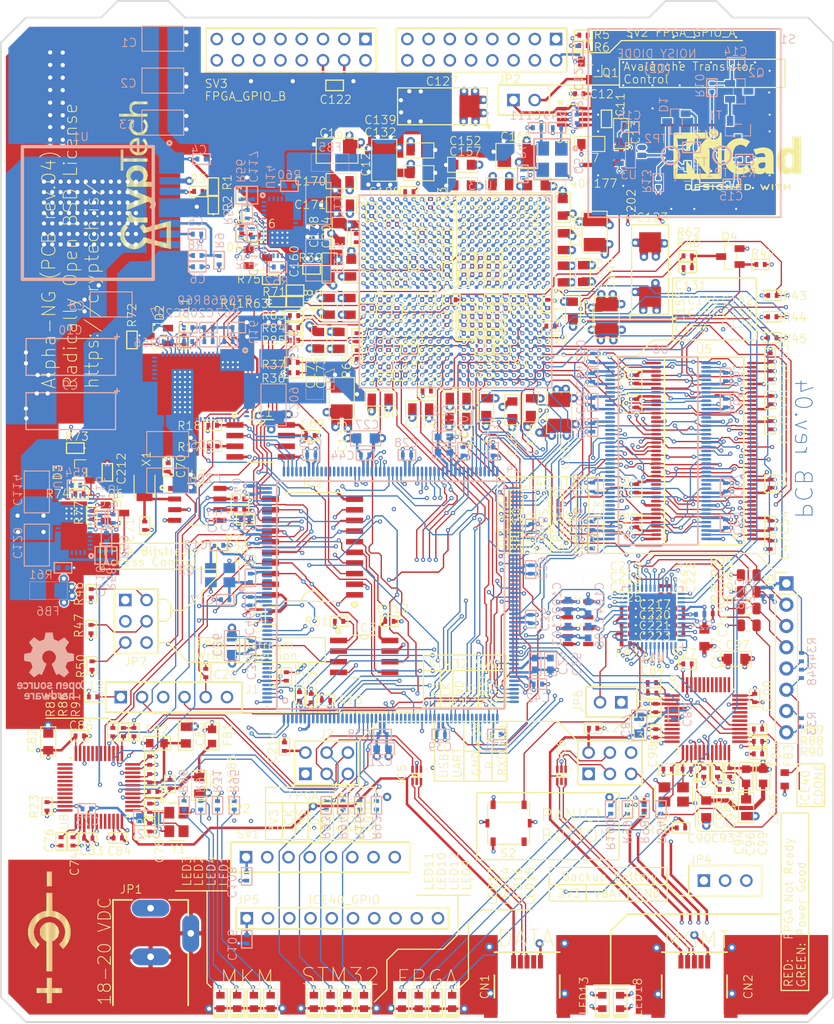
<source format=kicad_pcb>
(kicad_pcb (version 20171130) (host pcbnew "(5.1.6)-1")

  (general
    (thickness 1.6)
    (drawings 6594)
    (tracks 9266)
    (zones 0)
    (modules 404)
    (nets 619)
  )

  (page A4)
  (layers
    (0 F.Cu signal)
    (1 In1.Cu power hide)
    (2 In2.Cu mixed hide)
    (3 In3.Cu power hide)
    (4 In4.Cu power hide)
    (5 In5.Cu mixed hide)
    (6 In6.Cu power hide)
    (31 B.Cu signal hide)
    (32 B.Adhes user hide)
    (33 F.Adhes user hide)
    (34 B.Paste user hide)
    (35 F.Paste user hide)
    (36 B.SilkS user hide)
    (37 F.SilkS user hide)
    (38 B.Mask user hide)
    (39 F.Mask user hide)
    (40 Dwgs.User user hide)
    (41 Cmts.User user hide)
    (42 Eco1.User user hide)
    (43 Eco2.User user hide)
    (44 Edge.Cuts user)
    (45 Margin user hide)
    (46 B.CrtYd user hide)
    (47 F.CrtYd user hide)
    (48 B.Fab user hide)
    (49 F.Fab user hide)
  )

  (setup
    (last_trace_width 0.15)
    (user_trace_width 0.15)
    (user_trace_width 0.164)
    (user_trace_width 0.2)
    (user_trace_width 0.3)
    (user_trace_width 0.5)
    (trace_clearance 0.125)
    (zone_clearance 0.127)
    (zone_45_only no)
    (trace_min 0.15)
    (via_size 0.889)
    (via_drill 0.25)
    (via_min_size 0.25)
    (via_min_drill 0.25)
    (user_via 0.5 0.25)
    (uvia_size 0.508)
    (uvia_drill 0.127)
    (uvias_allowed no)
    (uvia_min_size 0.25)
    (uvia_min_drill 0.127)
    (edge_width 0.1)
    (segment_width 0.2)
    (pcb_text_width 0.3)
    (pcb_text_size 1.5 1.5)
    (mod_edge_width 0.15)
    (mod_text_size 1 1)
    (mod_text_width 0.15)
    (pad_size 1.5 1.5)
    (pad_drill 1)
    (pad_to_mask_clearance 0)
    (aux_axis_origin 0 0)
    (visible_elements 7EFFDF7F)
    (pcbplotparams
      (layerselection 0x010fc_ffffffff)
      (usegerberextensions false)
      (usegerberattributes false)
      (usegerberadvancedattributes false)
      (creategerberjobfile false)
      (excludeedgelayer true)
      (linewidth 0.100000)
      (plotframeref false)
      (viasonmask false)
      (mode 1)
      (useauxorigin false)
      (hpglpennumber 1)
      (hpglpenspeed 20)
      (hpglpendiameter 15.000000)
      (psnegative false)
      (psa4output false)
      (plotreference false)
      (plotvalue false)
      (plotinvisibletext false)
      (padsonsilk false)
      (subtractmaskfromsilk false)
      (outputformat 1)
      (mirror false)
      (drillshape 0)
      (scaleselection 1)
      (outputdirectory "D:/DATA/YandexDisk/DEV/CrypTech/git/user/shatov/alpha_rev04/KiCAD/GerberOutput/"))
  )

  (net 0 "")
  (net 1 3V3_BATT)
  (net 2 15V_STABLE)
  (net 3 GND)
  (net 4 "Net-(C15-Pad2)")
  (net 5 ARM_FPGA_CFG_CS_N)
  (net 6 ARM_FPGA_CFG_MISO)
  (net 7 ARM_FPGA_CFG_MOSI)
  (net 8 ARM_FPGA_CFG_SCLK)
  (net 9 ARM_LED1)
  (net 10 ARM_LED2)
  (net 11 ARM_LED3)
  (net 12 ARM_LED4)
  (net 13 DIGITIZED_NOISE)
  (net 14 FMC_A0)
  (net 15 FMC_A1)
  (net 16 FMC_A2)
  (net 17 FMC_A3)
  (net 18 FMC_A4)
  (net 19 FMC_A5)
  (net 20 FMC_A6)
  (net 21 FMC_A7)
  (net 22 FMC_A8)
  (net 23 FMC_A9)
  (net 24 FMC_A10)
  (net 25 FMC_A11)
  (net 26 FMC_A12)
  (net 27 FMC_A13)
  (net 28 FMC_A14)
  (net 29 FMC_A15)
  (net 30 FMC_A16)
  (net 31 FMC_A17)
  (net 32 FMC_A18)
  (net 33 FMC_A19)
  (net 34 FMC_A20)
  (net 35 FMC_A21)
  (net 36 FMC_A22)
  (net 37 FMC_A23)
  (net 38 FMC_A24)
  (net 39 FMC_A25)
  (net 40 FMC_CLK)
  (net 41 FMC_D0)
  (net 42 FMC_D1)
  (net 43 FMC_D2)
  (net 44 FMC_D3)
  (net 45 FMC_D4)
  (net 46 FMC_D5)
  (net 47 FMC_D6)
  (net 48 FMC_D7)
  (net 49 FMC_D8)
  (net 50 FMC_D9)
  (net 51 FMC_D10)
  (net 52 FMC_D11)
  (net 53 FMC_D12)
  (net 54 FMC_D13)
  (net 55 FMC_D14)
  (net 56 FMC_D15)
  (net 57 FMC_D16)
  (net 58 FMC_D17)
  (net 59 FMC_D18)
  (net 60 FMC_D19)
  (net 61 FMC_D20)
  (net 62 FMC_D21)
  (net 63 FMC_D22)
  (net 64 FMC_D23)
  (net 65 FMC_D24)
  (net 66 FMC_D25)
  (net 67 FMC_D26)
  (net 68 FMC_D27)
  (net 69 FMC_D28)
  (net 70 FMC_D29)
  (net 71 FMC_D30)
  (net 72 FMC_D31)
  (net 73 FMC_NBL0)
  (net 74 FMC_NBL1)
  (net 75 FMC_NBL2)
  (net 76 FMC_NBL3)
  (net 77 FMC_NE1)
  (net 78 FMC_NL)
  (net 79 FMC_NOE)
  (net 80 FMC_NWAIT)
  (net 81 FMC_NWE)
  (net 82 FMC_SDCKE0)
  (net 83 FMC_SDCKE1)
  (net 84 FMC_SDCLK)
  (net 85 FMC_SDNCAS)
  (net 86 FMC_SDNE0)
  (net 87 FMC_SDNE1)
  (net 88 FMC_SDNRAS)
  (net 89 FMC_SDNWE)
  (net 90 FPGA_CFG_CS_N)
  (net 91 FPGA_CFG_CTRL_ARM_ENA)
  (net 92 FPGA_CFG_CTRL_FPGA_DIS)
  (net 93 FPGA_CFG_MISO)
  (net 94 FPGA_CFG_MOSI)
  (net 95 FPGA_CFG_SCLK)
  (net 96 FPGA_DONE)
  (net 97 FPGA_ENTROPY_DISABLE)
  (net 98 FPGA_GCLK)
  (net 99 FPGA_GPIO_A_0)
  (net 100 FPGA_GPIO_A_1)
  (net 101 FPGA_GPIO_A_2)
  (net 102 FPGA_GPIO_A_3)
  (net 103 FPGA_GPIO_A_4)
  (net 104 FPGA_GPIO_A_5)
  (net 105 FPGA_GPIO_A_6)
  (net 106 FPGA_GPIO_A_7)
  (net 107 FPGA_GPIO_B_0)
  (net 108 FPGA_GPIO_B_1)
  (net 109 FPGA_GPIO_B_2)
  (net 110 FPGA_GPIO_B_3)
  (net 111 FPGA_GPIO_B_4)
  (net 112 FPGA_GPIO_B_5)
  (net 113 FPGA_GPIO_B_6)
  (net 114 FPGA_GPIO_B_7)
  (net 115 FPGA_GPIO_LED_0)
  (net 116 FPGA_GPIO_LED_1)
  (net 117 FPGA_GPIO_LED_2)
  (net 118 FPGA_GPIO_LED_3)
  (net 119 FPGA_INIT_B)
  (net 120 FPGA_IRQ_N_0)
  (net 121 FPGA_IRQ_N_1)
  (net 122 FPGA_IRQ_N_2)
  (net 123 FPGA_IRQ_N_3)
  (net 124 FPGA_PROGRAM_B)
  (net 125 FPGA_VCCAUX_1V8)
  (net 126 FPGA_VCCINT_1V0)
  (net 127 FT_CTS)
  (net 128 FT_DTR)
  (net 129 FT_MGMT_CTS)
  (net 130 FT_MGMT_DTR)
  (net 131 FT_MGMT_RTS)
  (net 132 FT_MGMT_RXD)
  (net 133 FT_MGMT_TXD)
  (net 134 FT_MGMT_VCC3V3)
  (net 135 FT_MGMT_VPHY)
  (net 136 FT_MGMT_VPLL)
  (net 137 FT_MGMT_VREGIN)
  (net 138 FT_RTS)
  (net 139 FT_RXD)
  (net 140 FT_TXD)
  (net 141 FT_VCC3V3)
  (net 142 FT_VPHY)
  (net 143 FT_VPLL)
  (net 144 FT_VREGIN)
  (net 145 KSM_PROM_CS_N)
  (net 146 KSM_PROM_MISO)
  (net 147 KSM_PROM_MOSI)
  (net 148 KSM_PROM_SCLK)
  (net 149 "Net-(C5-Pad1)")
  (net 150 "Net-(C11-Pad1)")
  (net 151 "Net-(C12-Pad2)")
  (net 152 "Net-(C17-Pad2)")
  (net 153 "Net-(C70-Pad2)")
  (net 154 "Net-(C71-Pad2)")
  (net 155 "Net-(C75-Pad2)")
  (net 156 "Net-(C78-Pad2)")
  (net 157 "Net-(C90-Pad2)")
  (net 158 "Net-(C93-Pad2)")
  (net 159 "Net-(C115-Pad1)")
  (net 160 "Net-(C116-Pad1)")
  (net 161 "Net-(C117-Pad1)")
  (net 162 "Net-(C117-Pad2)")
  (net 163 "Net-(C118-Pad1)")
  (net 164 "Net-(C118-Pad2)")
  (net 165 "Net-(C207-Pad1)")
  (net 166 "Net-(C208-Pad1)")
  (net 167 "Net-(C208-Pad2)")
  (net 168 "Net-(IC1-Pad3)")
  (net 169 "Net-(JP2-Pad2)")
  (net 170 "Net-(LED1-Pad1)")
  (net 171 "Net-(LED2-Pad1)")
  (net 172 "Net-(LED3-Pad1)")
  (net 173 "Net-(LED4-Pad1)")
  (net 174 "Net-(LED9-Pad1)")
  (net 175 "Net-(LED10-Pad1)")
  (net 176 "Net-(LED11-Pad1)")
  (net 177 "Net-(LED12-Pad1)")
  (net 178 "Net-(LED13-Pad1)")
  (net 179 "Net-(LED14-Pad1)")
  (net 180 "Net-(LED15-Pad1)")
  (net 181 "Net-(LED16-Pad1)")
  (net 182 "Net-(LED17-Pad1)")
  (net 183 "Net-(LED18-Pad1)")
  (net 184 "Net-(LED18-Pad2)")
  (net 185 "Net-(Q1-Pad1)")
  (net 186 "Net-(Q5-Pad1)")
  (net 187 "Net-(Q5-Pad3)")
  (net 188 "Net-(R1-Pad1)")
  (net 189 "Net-(R3-Pad2)")
  (net 190 "Net-(R8-Pad1)")
  (net 191 "Net-(R32-Pad2)")
  (net 192 "Net-(R52-Pad1)")
  (net 193 "Net-(R53-Pad2)")
  (net 194 "Net-(R54-Pad1)")
  (net 195 "Net-(R55-Pad2)")
  (net 196 "Net-(R65-Pad1)")
  (net 197 "Net-(R66-Pad1)")
  (net 198 "Net-(R67-Pad1)")
  (net 199 POK_VCCAUX)
  (net 200 POK_VCCINT)
  (net 201 POK_VCCO)
  (net 202 PWR_18V)
  (net 203 PWR_ENA_VCCAUX)
  (net 204 PWR_ENA_VCCINT)
  (net 205 PWR_ENA_VCCO)
  (net 206 RTC_MFP)
  (net 207 RTC_SCL)
  (net 208 RTC_SDA)
  (net 209 VCC_5V0)
  (net 210 VCCO_3V3)
  (net 211 "/Entropy source/NOISE_IN")
  (net 212 "/Entropy source/RAW_NOISE")
  (net 213 "/STM32 configuration/OSC_OUT")
  (net 214 "/STM32 configuration/NRST")
  (net 215 "/STM32 power/VCAP1")
  (net 216 "/STM32 power/VCAP2")
  (net 217 "/User USB UART/FT_VCCORE")
  (net 218 "/User USB UART/FT_VCCA")
  (net 219 "/MGMT USB UART/FT_VCCORE1")
  (net 220 "/MGMT USB UART/FT_VCCA1")
  (net 221 "/User USB UART/D1_N")
  (net 222 "/User USB UART/D1_P")
  (net 223 "/MGMT USB UART/DM_N")
  (net 224 "/MGMT USB UART/DM_P")
  (net 225 "/Entropy source/AMPLIFIED")
  (net 226 "/Config memory/FPGA_PROM_CS_N")
  (net 227 "/Config memory/SPI_B_TRISTATE")
  (net 228 "/Config memory/FPGA_PROM_MISO")
  (net 229 "/Config memory/FPGA_PROM_SCLK")
  (net 230 "/Config memory/FPGA_PROM_MOSI")
  (net 231 "/Config memory/SPI_A_TRISTATE")
  (net 232 "/Config memory/FPGA_PROM_W_N")
  (net 233 "/User USB UART/USB_N")
  (net 234 "/User USB UART/USB_P")
  (net 235 "/MGMT USB UART/USB_MGMT_N")
  (net 236 "/MGMT USB UART/USB_MGMT_P")
  (net 237 "/STM32 configuration/SWDIO")
  (net 238 "/STM32 configuration/SWDCLK")
  (net 239 "/User USB UART/FT_RXD1")
  (net 240 "/User USB UART/FT_TXD1")
  (net 241 "/MGMT USB UART/FT_MGMT_RXD1")
  (net 242 "/MGMT USB UART/FT_MGMT_TXD1")
  (net 243 /Power/15V_LDO_ENABLE)
  (net 244 "/Config interface/FPGA_DONE_INT")
  (net 245 "/Entropy source/NOISE_OUT")
  (net 246 "/Config interface/FPGA_INIT_B_INT")
  (net 247 "/STM32 configuration/OSC_IN")
  (net 248 "/STM32 configuration/BOOT0")
  (net 249 "/User USB UART/FT_REF")
  (net 250 "/User USB UART/FT_RESET")
  (net 251 "/MGMT USB UART/FT_REF1")
  (net 252 "/MGMT USB UART/FT_RESET1")
  (net 253 "/Config interface/FPGA_M2")
  (net 254 "/Config interface/FPGA_M1")
  (net 255 "/Config interface/FPGA_M0")
  (net 256 "/Config interface/FPGA_JTAG_TDI")
  (net 257 "/Config interface/FPGA_JTAG_TMS")
  (net 258 "/Config interface/FPGA_JTAG_TCK")
  (net 259 "/Config interface/FPGA_INIT_B_INT1")
  (net 260 "/Config interface/FPGA_PROGRAM_B1")
  (net 261 "/Config interface/FPGA_CFG_SCLK1")
  (net 262 "/MKM interface/FPGA_CFG_MOSI1")
  (net 263 "/MKM interface/FPGA_CFG_MISO1")
  (net 264 "/MKM interface/FPGA_CFG_CS_N1")
  (net 265 "/Config interface/FPGA_JTAG_TDO")
  (net 266 "Net-(CN1-PadID)")
  (net 267 "Net-(CN2-PadID)")
  (net 268 "Net-(J1-Pad6)")
  (net 269 "Net-(Q2-Pad3)")
  (net 270 "Net-(S2-PadA1)")
  (net 271 "Net-(U1-Pad9)")
  (net 272 "Net-(U3-Pad1)")
  (net 273 "Net-(U4-Pad199)")
  (net 274 "Net-(U4-Pad198)")
  (net 275 "Net-(U4-Pad193)")
  (net 276 "Net-(U4-Pad192)")
  (net 277 "Net-(U4-Pad186)")
  (net 278 "Net-(U4-Pad181)")
  (net 279 "Net-(U4-Pad180)")
  (net 280 "Net-(U4-Pad179)")
  (net 281 "Net-(U4-Pad178)")
  (net 282 "Net-(U4-Pad176)")
  (net 283 "Net-(U4-Pad166)")
  (net 284 "Net-(U4-Pad160)")
  (net 285 "Net-(U4-Pad139)")
  (net 286 "Net-(U4-Pad138)")
  (net 287 "Net-(U4-Pad134)")
  (net 288 "Net-(U4-Pad133)")
  (net 289 "Net-(U4-Pad128)")
  (net 290 "Net-(U4-Pad127)")
  (net 291 "Net-(U4-Pad126)")
  (net 292 "Net-(U4-Pad121)")
  (net 293 "Net-(U4-Pad118)")
  (net 294 "Net-(U4-Pad95)")
  (net 295 "Net-(U4-Pad69)")
  (net 296 "Net-(U4-Pad68)")
  (net 297 "Net-(U4-Pad67)")
  (net 298 "Net-(U4-Pad66)")
  (net 299 "Net-(U4-Pad65)")
  (net 300 "Net-(U4-Pad64)")
  (net 301 "Net-(U4-Pad63)")
  (net 302 "Net-(U4-Pad62)")
  (net 303 "Net-(U4-Pad58)")
  (net 304 "Net-(U4-Pad57)")
  (net 305 "Net-(U4-Pad46)")
  (net 306 "Net-(U4-Pad36)")
  (net 307 "Net-(U4-Pad31)")
  (net 308 "Net-(U4-Pad30)")
  (net 309 "Net-(U4-Pad29)")
  (net 310 "Net-(U4-Pad28)")
  (net 311 "Net-(U4-Pad20)")
  (net 312 "Net-(U4-Pad19)")
  (net 313 "Net-(U4-Pad13)")
  (net 314 "Net-(U4-Pad10)")
  (net 315 "Net-(U4-Pad9)")
  (net 316 "Net-(U4-Pad7)")
  (net 317 "Net-(U8-Pad18)")
  (net 318 "Net-(U8-Pad19)")
  (net 319 "Net-(U8-Pad20)")
  (net 320 "Net-(U8-Pad21)")
  (net 321 "Net-(U8-Pad25)")
  (net 322 "Net-(U8-Pad26)")
  (net 323 "Net-(U8-Pad27)")
  (net 324 "Net-(U8-Pad28)")
  (net 325 "Net-(U8-Pad29)")
  (net 326 "Net-(U8-Pad30)")
  (net 327 "Net-(U8-Pad31)")
  (net 328 "Net-(U8-Pad32)")
  (net 329 "Net-(U8-Pad33)")
  (net 330 "Net-(U8-Pad43)")
  (net 331 "Net-(U8-Pad44)")
  (net 332 "Net-(U8-Pad45)")
  (net 333 "Net-(U9-Pad18)")
  (net 334 "Net-(U9-Pad19)")
  (net 335 "Net-(U9-Pad20)")
  (net 336 "Net-(U9-Pad21)")
  (net 337 "Net-(U9-Pad25)")
  (net 338 "Net-(U9-Pad26)")
  (net 339 "Net-(U9-Pad27)")
  (net 340 "Net-(U9-Pad28)")
  (net 341 "Net-(U9-Pad29)")
  (net 342 "Net-(U9-Pad30)")
  (net 343 "Net-(U9-Pad31)")
  (net 344 "Net-(U9-Pad32)")
  (net 345 "Net-(U9-Pad33)")
  (net 346 "Net-(U9-Pad43)")
  (net 347 "Net-(U9-Pad44)")
  (net 348 "Net-(U9-Pad45)")
  (net 349 "Net-(U11-Pad28)")
  (net 350 "Net-(U11-Pad13)")
  (net 351 "Net-(U11-Pad6)")
  (net 352 "Net-(U13-PadAA18)")
  (net 353 "Net-(U13-PadAA10)")
  (net 354 "Net-(U13-PadY19)")
  (net 355 "Net-(U13-PadY9)")
  (net 356 "Net-(U13-PadY8)")
  (net 357 "Net-(U13-PadY2)")
  (net 358 "Net-(U13-PadW21)")
  (net 359 "Net-(U13-PadW15)")
  (net 360 "Net-(U13-PadW9)")
  (net 361 "Net-(U13-PadW7)")
  (net 362 "Net-(U13-PadW6)")
  (net 363 "Net-(U13-PadW5)")
  (net 364 "Net-(U13-PadW4)")
  (net 365 "Net-(U13-PadV22)")
  (net 366 "Net-(U13-PadV19)")
  (net 367 "Net-(U13-PadV17)")
  (net 368 "Net-(U13-PadV15)")
  (net 369 "Net-(U13-PadV14)")
  (net 370 "Net-(U13-PadV13)")
  (net 371 "Net-(U13-PadV10)")
  (net 372 "Net-(U13-PadV9)")
  (net 373 "Net-(U13-PadV8)")
  (net 374 "Net-(U13-PadV7)")
  (net 375 "Net-(U13-PadU21)")
  (net 376 "Net-(U13-PadU18)")
  (net 377 "Net-(U13-PadU17)")
  (net 378 "Net-(U13-PadU16)")
  (net 379 "Net-(U13-PadU15)")
  (net 380 "Net-(U13-PadU7)")
  (net 381 "Net-(U13-PadU6)")
  (net 382 "Net-(U13-PadU5)")
  (net 383 "Net-(U13-PadT21)")
  (net 384 "Net-(U13-PadT20)")
  (net 385 "Net-(U13-PadT18)")
  (net 386 "Net-(U13-PadT16)")
  (net 387 "Net-(U13-PadT15)")
  (net 388 "Net-(U13-PadT14)")
  (net 389 "Net-(U13-PadT6)")
  (net 390 "Net-(U13-PadT5)")
  (net 391 "Net-(U13-PadT4)")
  (net 392 "Net-(U13-PadT3)")
  (net 393 "Net-(U13-PadR19)")
  (net 394 "Net-(U13-PadR18)")
  (net 395 "Net-(U13-PadR17)")
  (net 396 "Net-(U13-PadR16)")
  (net 397 "Net-(U13-PadR14)")
  (net 398 "Net-(U13-PadR6)")
  (net 399 "Net-(U13-PadR3)")
  (net 400 "Net-(U13-PadR2)")
  (net 401 "Net-(U13-PadR1)")
  (net 402 "Net-(U13-PadP20)")
  (net 403 "Net-(U13-PadP19)")
  (net 404 "Net-(U13-PadP17)")
  (net 405 "Net-(U13-PadP16)")
  (net 406 "Net-(U13-PadP15)")
  (net 407 "Net-(U13-PadP14)")
  (net 408 "Net-(U13-PadP6)")
  (net 409 "Net-(U13-PadP5)")
  (net 410 "Net-(U13-PadP4)")
  (net 411 "Net-(U13-PadP2)")
  (net 412 "Net-(U13-PadP1)")
  (net 413 "Net-(U13-PadN22)")
  (net 414 "Net-(U13-PadN20)")
  (net 415 "Net-(U13-PadN19)")
  (net 416 "Net-(U13-PadN18)")
  (net 417 "Net-(U13-PadN17)")
  (net 418 "Net-(U13-PadN14)")
  (net 419 "Net-(U13-PadN13)")
  (net 420 "Net-(U13-PadN5)")
  (net 421 "Net-(U13-PadN4)")
  (net 422 "Net-(U13-PadN3)")
  (net 423 "Net-(U13-PadN2)")
  (net 424 "Net-(U13-PadM22)")
  (net 425 "Net-(U13-PadM21)")
  (net 426 "Net-(U13-PadM20)")
  (net 427 "Net-(U13-PadM18)")
  (net 428 "Net-(U13-PadM17)")
  (net 429 "Net-(U13-PadM16)")
  (net 430 "Net-(U13-PadM15)")
  (net 431 "Net-(U13-PadM13)")
  (net 432 "Net-(U13-PadM9)")
  (net 433 "Net-(U13-PadM6)")
  (net 434 "Net-(U13-PadM5)")
  (net 435 "Net-(U13-PadM3)")
  (net 436 "Net-(U13-PadM2)")
  (net 437 "Net-(U13-PadM1)")
  (net 438 "Net-(U13-PadL21)")
  (net 439 "Net-(U13-PadL20)")
  (net 440 "Net-(U13-PadL19)")
  (net 441 "Net-(U13-PadL18)")
  (net 442 "Net-(U13-PadL16)")
  (net 443 "Net-(U13-PadL15)")
  (net 444 "Net-(U13-PadL14)")
  (net 445 "Net-(U13-PadL13)")
  (net 446 "Net-(U13-PadL10)")
  (net 447 "Net-(U13-PadL6)")
  (net 448 "Net-(U13-PadL5)")
  (net 449 "Net-(U13-PadL4)")
  (net 450 "Net-(U13-PadL3)")
  (net 451 "Net-(U13-PadL1)")
  (net 452 "Net-(U13-PadK22)")
  (net 453 "Net-(U13-PadK21)")
  (net 454 "Net-(U13-PadK19)")
  (net 455 "Net-(U13-PadK18)")
  (net 456 "Net-(U13-PadK17)")
  (net 457 "Net-(U13-PadK16)")
  (net 458 "Net-(U13-PadK14)")
  (net 459 "Net-(U13-PadK13)")
  (net 460 "Net-(U13-PadK6)")
  (net 461 "Net-(U13-PadK4)")
  (net 462 "Net-(U13-PadK3)")
  (net 463 "Net-(U13-PadK2)")
  (net 464 "Net-(U13-PadK1)")
  (net 465 "Net-(U13-PadJ22)")
  (net 466 "Net-(U13-PadJ21)")
  (net 467 "Net-(U13-PadJ20)")
  (net 468 "Net-(U13-PadJ19)")
  (net 469 "Net-(U13-PadJ17)")
  (net 470 "Net-(U13-PadJ16)")
  (net 471 "Net-(U13-PadJ15)")
  (net 472 "Net-(U13-PadJ14)")
  (net 473 "Net-(U13-PadJ6)")
  (net 474 "Net-(U13-PadJ5)")
  (net 475 "Net-(U13-PadJ4)")
  (net 476 "Net-(U13-PadJ2)")
  (net 477 "Net-(U13-PadJ1)")
  (net 478 "Net-(U13-PadH22)")
  (net 479 "Net-(U13-PadH20)")
  (net 480 "Net-(U13-PadH19)")
  (net 481 "Net-(U13-PadH18)")
  (net 482 "Net-(U13-PadH17)")
  (net 483 "Net-(U13-PadH15)")
  (net 484 "Net-(U13-PadH14)")
  (net 485 "Net-(U13-PadH13)")
  (net 486 "Net-(U13-PadH5)")
  (net 487 "Net-(U13-PadH4)")
  (net 488 "Net-(U13-PadH3)")
  (net 489 "Net-(U13-PadH2)")
  (net 490 "Net-(U13-PadG22)")
  (net 491 "Net-(U13-PadG21)")
  (net 492 "Net-(U13-PadG20)")
  (net 493 "Net-(U13-PadG18)")
  (net 494 "Net-(U13-PadG17)")
  (net 495 "Net-(U13-PadG16)")
  (net 496 "Net-(U13-PadG15)")
  (net 497 "Net-(U13-PadG13)")
  (net 498 "Net-(U13-PadG4)")
  (net 499 "Net-(U13-PadG3)")
  (net 500 "Net-(U13-PadG2)")
  (net 501 "Net-(U13-PadG1)")
  (net 502 "Net-(U13-PadF21)")
  (net 503 "Net-(U13-PadF20)")
  (net 504 "Net-(U13-PadF19)")
  (net 505 "Net-(U13-PadF15)")
  (net 506 "Net-(U13-PadF13)")
  (net 507 "Net-(U13-PadF10)")
  (net 508 "Net-(U13-PadF9)")
  (net 509 "Net-(U13-PadF8)")
  (net 510 "Net-(U13-PadF7)")
  (net 511 "Net-(U13-PadF6)")
  (net 512 "Net-(U13-PadF4)")
  (net 513 "Net-(U13-PadF3)")
  (net 514 "Net-(U13-PadF1)")
  (net 515 "Net-(U13-PadE22)")
  (net 516 "Net-(U13-PadE21)")
  (net 517 "Net-(U13-PadE16)")
  (net 518 "Net-(U13-PadE10)")
  (net 519 "Net-(U13-PadE8)")
  (net 520 "Net-(U13-PadE6)")
  (net 521 "Net-(U13-PadE3)")
  (net 522 "Net-(U13-PadE2)")
  (net 523 "Net-(U13-PadE1)")
  (net 524 "Net-(U13-PadD22)")
  (net 525 "Net-(U13-PadD21)")
  (net 526 "Net-(U13-PadD20)")
  (net 527 "Net-(U13-PadD19)")
  (net 528 "Net-(U13-PadD16)")
  (net 529 "Net-(U13-PadD15)")
  (net 530 "Net-(U13-PadD11)")
  (net 531 "Net-(U13-PadD10)")
  (net 532 "Net-(U13-PadD9)")
  (net 533 "Net-(U13-PadD7)")
  (net 534 "Net-(U13-PadD6)")
  (net 535 "Net-(U13-PadD5)")
  (net 536 "Net-(U13-PadD2)")
  (net 537 "Net-(U13-PadD1)")
  (net 538 "Net-(U13-PadC19)")
  (net 539 "Net-(U13-PadC11)")
  (net 540 "Net-(U13-PadC9)")
  (net 541 "Net-(U13-PadC8)")
  (net 542 "Net-(U13-PadC7)")
  (net 543 "Net-(U13-PadC5)")
  (net 544 "Net-(U13-PadC4)")
  (net 545 "Net-(U13-PadC2)")
  (net 546 "Net-(U13-PadB22)")
  (net 547 "Net-(U13-PadB21)")
  (net 548 "Net-(U13-PadB11)")
  (net 549 "Net-(U13-PadB10)")
  (net 550 "Net-(U13-PadB9)")
  (net 551 "Net-(U13-PadB8)")
  (net 552 "Net-(U13-PadB7)")
  (net 553 "Net-(U13-PadB6)")
  (net 554 "Net-(U13-PadB5)")
  (net 555 "Net-(U13-PadB4)")
  (net 556 "Net-(U13-PadB2)")
  (net 557 "Net-(U13-PadB1)")
  (net 558 "Net-(U13-PadA10)")
  (net 559 "Net-(U13-PadA8)")
  (net 560 "Net-(U13-PadA6)")
  (net 561 "Net-(U13-PadA4)")
  (net 562 "Net-(U13-PadA1)")
  (net 563 "Net-(U16-Pad48)")
  (net 564 "Net-(U16-Pad49)")
  (net 565 "Net-(U16-Pad50)")
  (net 566 "Net-(U16-Pad57)")
  (net 567 "Net-(U16-Pad58)")
  (net 568 "Net-(U16-Pad60)")
  (net 569 "Net-(U16-Pad61)")
  (net 570 "Net-(U16-Pad62)")
  (net 571 "Net-(U11-Pad4)")
  (net 572 "/Master Key Memory/MKM_VCC")
  (net 573 "/Master Key Memory/MKM_VPP")
  (net 574 "/Master Key Memory/MKM_VCC_PLL")
  (net 575 "Net-(U10-Pad4)")
  (net 576 "Net-(U12-Pad4)")
  (net 577 ARM_SPI3_MOSI)
  (net 578 ARM_SPI3_MISO)
  (net 579 ARM_SPI3_SCK)
  (net 580 ARM_SPI3_CS_N)
  (net 581 "/Master Key Memory/ICE40_SPI_SI")
  (net 582 "/Master Key Memory/ICE40_SPI_SS")
  (net 583 "/Master Key Memory/ICE40_SPI_SCK")
  (net 584 "/Master Key Memory/ICE40_SPI_SO")
  (net 585 ICE40_CDONE)
  (net 586 ICE40_CRESET)
  (net 587 ICE40_GPIO_ARM_0)
  (net 588 ICE40_GPIO_ARM_1)
  (net 589 ICE40_GPIO_ARM_2)
  (net 590 ICE40_GPIO_ARM_3)
  (net 591 ICE40_GPIO_FPGA_0)
  (net 592 ICE40_GPIO_FPGA_1)
  (net 593 ICE40_GPIO_FPGA_3)
  (net 594 ICE40_GPIO_FPGA_2)
  (net 595 ICE40_JUMPER)
  (net 596 ICE40_GPIO_1)
  (net 597 ICE40_GPIO_7)
  (net 598 ICE40_GPIO_6)
  (net 599 ICE40_GPIO_5)
  (net 600 ICE40_GPIO_4)
  (net 601 ICE40_GPIO_3)
  (net 602 ICE40_GPIO_2)
  (net 603 ICE40_GPIO_0)
  (net 604 ICE40_LED3)
  (net 605 ICE40_PANIC)
  (net 606 ICE40_LED2)
  (net 607 ICE40_LED1)
  (net 608 ICE40_LED4)
  (net 609 ICE40_FPGA_MISO)
  (net 610 ICE40_FPGA_CS_N)
  (net 611 ICE40_FPGA_MOSI)
  (net 612 ICE40_FPGA_SCK)
  (net 613 "Net-(U13-PadB20)")
  (net 614 ICE40_GPIO_FPGA_7)
  (net 615 ICE40_GPIO_FPGA_5)
  (net 616 ICE40_GPIO_FPGA_6)
  (net 617 ICE40_GPIO_FPGA_4)
  (net 618 "Net-(U11-Pad2)")

  (net_class Default "This is the default net class."
    (clearance 0.125)
    (trace_width 0.254)
    (via_dia 0.889)
    (via_drill 0.25)
    (uvia_dia 0.508)
    (uvia_drill 0.127)
    (add_net "/Config interface/FPGA_CFG_SCLK1")
    (add_net "/Config interface/FPGA_DONE_INT")
    (add_net "/Config interface/FPGA_INIT_B_INT")
    (add_net "/Config interface/FPGA_INIT_B_INT1")
    (add_net "/Config interface/FPGA_JTAG_TCK")
    (add_net "/Config interface/FPGA_JTAG_TDI")
    (add_net "/Config interface/FPGA_JTAG_TDO")
    (add_net "/Config interface/FPGA_JTAG_TMS")
    (add_net "/Config interface/FPGA_M0")
    (add_net "/Config interface/FPGA_M1")
    (add_net "/Config interface/FPGA_M2")
    (add_net "/Config interface/FPGA_PROGRAM_B1")
    (add_net "/Config memory/FPGA_PROM_CS_N")
    (add_net "/Config memory/FPGA_PROM_MISO")
    (add_net "/Config memory/FPGA_PROM_MOSI")
    (add_net "/Config memory/FPGA_PROM_SCLK")
    (add_net "/Config memory/FPGA_PROM_W_N")
    (add_net "/Config memory/SPI_A_TRISTATE")
    (add_net "/Config memory/SPI_B_TRISTATE")
    (add_net "/Entropy source/AMPLIFIED")
    (add_net "/Entropy source/NOISE_IN")
    (add_net "/Entropy source/NOISE_OUT")
    (add_net "/Entropy source/RAW_NOISE")
    (add_net "/MGMT USB UART/DM_N")
    (add_net "/MGMT USB UART/DM_P")
    (add_net "/MGMT USB UART/FT_MGMT_RXD1")
    (add_net "/MGMT USB UART/FT_MGMT_TXD1")
    (add_net "/MGMT USB UART/FT_REF1")
    (add_net "/MGMT USB UART/FT_RESET1")
    (add_net "/MGMT USB UART/FT_VCCA1")
    (add_net "/MGMT USB UART/FT_VCCORE1")
    (add_net "/MGMT USB UART/USB_MGMT_N")
    (add_net "/MGMT USB UART/USB_MGMT_P")
    (add_net "/MKM interface/FPGA_CFG_CS_N1")
    (add_net "/MKM interface/FPGA_CFG_MISO1")
    (add_net "/MKM interface/FPGA_CFG_MOSI1")
    (add_net "/Master Key Memory/ICE40_SPI_SCK")
    (add_net "/Master Key Memory/ICE40_SPI_SI")
    (add_net "/Master Key Memory/ICE40_SPI_SO")
    (add_net "/Master Key Memory/ICE40_SPI_SS")
    (add_net "/Master Key Memory/MKM_VCC")
    (add_net "/Master Key Memory/MKM_VCC_PLL")
    (add_net "/Master Key Memory/MKM_VPP")
    (add_net /Power/15V_LDO_ENABLE)
    (add_net "/STM32 configuration/BOOT0")
    (add_net "/STM32 configuration/NRST")
    (add_net "/STM32 configuration/OSC_IN")
    (add_net "/STM32 configuration/OSC_OUT")
    (add_net "/STM32 configuration/SWDCLK")
    (add_net "/STM32 configuration/SWDIO")
    (add_net "/STM32 power/VCAP1")
    (add_net "/STM32 power/VCAP2")
    (add_net "/User USB UART/D1_N")
    (add_net "/User USB UART/D1_P")
    (add_net "/User USB UART/FT_REF")
    (add_net "/User USB UART/FT_RESET")
    (add_net "/User USB UART/FT_RXD1")
    (add_net "/User USB UART/FT_TXD1")
    (add_net "/User USB UART/FT_VCCA")
    (add_net "/User USB UART/FT_VCCORE")
    (add_net "/User USB UART/USB_N")
    (add_net "/User USB UART/USB_P")
    (add_net 15V_STABLE)
    (add_net 3V3_BATT)
    (add_net ARM_FPGA_CFG_CS_N)
    (add_net ARM_FPGA_CFG_MISO)
    (add_net ARM_FPGA_CFG_MOSI)
    (add_net ARM_FPGA_CFG_SCLK)
    (add_net ARM_LED1)
    (add_net ARM_LED2)
    (add_net ARM_LED3)
    (add_net ARM_LED4)
    (add_net ARM_SPI3_CS_N)
    (add_net ARM_SPI3_MISO)
    (add_net ARM_SPI3_MOSI)
    (add_net ARM_SPI3_SCK)
    (add_net DIGITIZED_NOISE)
    (add_net FPGA_CFG_CS_N)
    (add_net FPGA_CFG_CTRL_ARM_ENA)
    (add_net FPGA_CFG_CTRL_FPGA_DIS)
    (add_net FPGA_CFG_MISO)
    (add_net FPGA_CFG_MOSI)
    (add_net FPGA_CFG_SCLK)
    (add_net FPGA_DONE)
    (add_net FPGA_ENTROPY_DISABLE)
    (add_net FPGA_GCLK)
    (add_net FPGA_GPIO_LED_0)
    (add_net FPGA_GPIO_LED_1)
    (add_net FPGA_GPIO_LED_2)
    (add_net FPGA_GPIO_LED_3)
    (add_net FPGA_INIT_B)
    (add_net FPGA_IRQ_N_0)
    (add_net FPGA_IRQ_N_1)
    (add_net FPGA_IRQ_N_2)
    (add_net FPGA_IRQ_N_3)
    (add_net FPGA_PROGRAM_B)
    (add_net FPGA_VCCAUX_1V8)
    (add_net FPGA_VCCINT_1V0)
    (add_net FT_CTS)
    (add_net FT_DTR)
    (add_net FT_MGMT_CTS)
    (add_net FT_MGMT_DTR)
    (add_net FT_MGMT_RTS)
    (add_net FT_MGMT_RXD)
    (add_net FT_MGMT_TXD)
    (add_net FT_MGMT_VCC3V3)
    (add_net FT_MGMT_VPHY)
    (add_net FT_MGMT_VPLL)
    (add_net FT_MGMT_VREGIN)
    (add_net FT_RTS)
    (add_net FT_RXD)
    (add_net FT_TXD)
    (add_net FT_VCC3V3)
    (add_net FT_VPHY)
    (add_net FT_VPLL)
    (add_net FT_VREGIN)
    (add_net GND)
    (add_net ICE40_CDONE)
    (add_net ICE40_CRESET)
    (add_net ICE40_FPGA_CS_N)
    (add_net ICE40_FPGA_MISO)
    (add_net ICE40_FPGA_MOSI)
    (add_net ICE40_FPGA_SCK)
    (add_net ICE40_GPIO_0)
    (add_net ICE40_GPIO_1)
    (add_net ICE40_GPIO_2)
    (add_net ICE40_GPIO_3)
    (add_net ICE40_GPIO_4)
    (add_net ICE40_GPIO_5)
    (add_net ICE40_GPIO_6)
    (add_net ICE40_GPIO_7)
    (add_net ICE40_GPIO_ARM_0)
    (add_net ICE40_GPIO_ARM_1)
    (add_net ICE40_GPIO_ARM_2)
    (add_net ICE40_GPIO_ARM_3)
    (add_net ICE40_GPIO_FPGA_0)
    (add_net ICE40_GPIO_FPGA_1)
    (add_net ICE40_GPIO_FPGA_2)
    (add_net ICE40_GPIO_FPGA_3)
    (add_net ICE40_GPIO_FPGA_4)
    (add_net ICE40_GPIO_FPGA_5)
    (add_net ICE40_GPIO_FPGA_6)
    (add_net ICE40_GPIO_FPGA_7)
    (add_net ICE40_JUMPER)
    (add_net ICE40_LED1)
    (add_net ICE40_LED2)
    (add_net ICE40_LED3)
    (add_net ICE40_LED4)
    (add_net ICE40_PANIC)
    (add_net KSM_PROM_CS_N)
    (add_net KSM_PROM_MISO)
    (add_net KSM_PROM_MOSI)
    (add_net KSM_PROM_SCLK)
    (add_net "Net-(C11-Pad1)")
    (add_net "Net-(C115-Pad1)")
    (add_net "Net-(C116-Pad1)")
    (add_net "Net-(C117-Pad1)")
    (add_net "Net-(C117-Pad2)")
    (add_net "Net-(C118-Pad1)")
    (add_net "Net-(C118-Pad2)")
    (add_net "Net-(C12-Pad2)")
    (add_net "Net-(C15-Pad2)")
    (add_net "Net-(C17-Pad2)")
    (add_net "Net-(C207-Pad1)")
    (add_net "Net-(C208-Pad1)")
    (add_net "Net-(C208-Pad2)")
    (add_net "Net-(C5-Pad1)")
    (add_net "Net-(C70-Pad2)")
    (add_net "Net-(C71-Pad2)")
    (add_net "Net-(C75-Pad2)")
    (add_net "Net-(C78-Pad2)")
    (add_net "Net-(C90-Pad2)")
    (add_net "Net-(C93-Pad2)")
    (add_net "Net-(CN1-PadID)")
    (add_net "Net-(CN2-PadID)")
    (add_net "Net-(IC1-Pad3)")
    (add_net "Net-(J1-Pad6)")
    (add_net "Net-(JP2-Pad2)")
    (add_net "Net-(LED1-Pad1)")
    (add_net "Net-(LED10-Pad1)")
    (add_net "Net-(LED11-Pad1)")
    (add_net "Net-(LED12-Pad1)")
    (add_net "Net-(LED13-Pad1)")
    (add_net "Net-(LED14-Pad1)")
    (add_net "Net-(LED15-Pad1)")
    (add_net "Net-(LED16-Pad1)")
    (add_net "Net-(LED17-Pad1)")
    (add_net "Net-(LED18-Pad1)")
    (add_net "Net-(LED18-Pad2)")
    (add_net "Net-(LED2-Pad1)")
    (add_net "Net-(LED3-Pad1)")
    (add_net "Net-(LED4-Pad1)")
    (add_net "Net-(LED9-Pad1)")
    (add_net "Net-(Q1-Pad1)")
    (add_net "Net-(Q2-Pad3)")
    (add_net "Net-(Q5-Pad1)")
    (add_net "Net-(Q5-Pad3)")
    (add_net "Net-(R1-Pad1)")
    (add_net "Net-(R3-Pad2)")
    (add_net "Net-(R32-Pad2)")
    (add_net "Net-(R52-Pad1)")
    (add_net "Net-(R53-Pad2)")
    (add_net "Net-(R54-Pad1)")
    (add_net "Net-(R55-Pad2)")
    (add_net "Net-(R65-Pad1)")
    (add_net "Net-(R66-Pad1)")
    (add_net "Net-(R67-Pad1)")
    (add_net "Net-(R8-Pad1)")
    (add_net "Net-(S2-PadA1)")
    (add_net "Net-(U1-Pad9)")
    (add_net "Net-(U10-Pad4)")
    (add_net "Net-(U11-Pad13)")
    (add_net "Net-(U11-Pad2)")
    (add_net "Net-(U11-Pad28)")
    (add_net "Net-(U11-Pad4)")
    (add_net "Net-(U11-Pad6)")
    (add_net "Net-(U12-Pad4)")
    (add_net "Net-(U13-PadA1)")
    (add_net "Net-(U13-PadA10)")
    (add_net "Net-(U13-PadA4)")
    (add_net "Net-(U13-PadA6)")
    (add_net "Net-(U13-PadA8)")
    (add_net "Net-(U13-PadAA10)")
    (add_net "Net-(U13-PadAA18)")
    (add_net "Net-(U13-PadB1)")
    (add_net "Net-(U13-PadB10)")
    (add_net "Net-(U13-PadB11)")
    (add_net "Net-(U13-PadB2)")
    (add_net "Net-(U13-PadB20)")
    (add_net "Net-(U13-PadB21)")
    (add_net "Net-(U13-PadB22)")
    (add_net "Net-(U13-PadB4)")
    (add_net "Net-(U13-PadB5)")
    (add_net "Net-(U13-PadB6)")
    (add_net "Net-(U13-PadB7)")
    (add_net "Net-(U13-PadB8)")
    (add_net "Net-(U13-PadB9)")
    (add_net "Net-(U13-PadC11)")
    (add_net "Net-(U13-PadC19)")
    (add_net "Net-(U13-PadC2)")
    (add_net "Net-(U13-PadC4)")
    (add_net "Net-(U13-PadC5)")
    (add_net "Net-(U13-PadC7)")
    (add_net "Net-(U13-PadC8)")
    (add_net "Net-(U13-PadC9)")
    (add_net "Net-(U13-PadD1)")
    (add_net "Net-(U13-PadD10)")
    (add_net "Net-(U13-PadD11)")
    (add_net "Net-(U13-PadD15)")
    (add_net "Net-(U13-PadD16)")
    (add_net "Net-(U13-PadD19)")
    (add_net "Net-(U13-PadD2)")
    (add_net "Net-(U13-PadD20)")
    (add_net "Net-(U13-PadD21)")
    (add_net "Net-(U13-PadD22)")
    (add_net "Net-(U13-PadD5)")
    (add_net "Net-(U13-PadD6)")
    (add_net "Net-(U13-PadD7)")
    (add_net "Net-(U13-PadD9)")
    (add_net "Net-(U13-PadE1)")
    (add_net "Net-(U13-PadE10)")
    (add_net "Net-(U13-PadE16)")
    (add_net "Net-(U13-PadE2)")
    (add_net "Net-(U13-PadE21)")
    (add_net "Net-(U13-PadE22)")
    (add_net "Net-(U13-PadE3)")
    (add_net "Net-(U13-PadE6)")
    (add_net "Net-(U13-PadE8)")
    (add_net "Net-(U13-PadF1)")
    (add_net "Net-(U13-PadF10)")
    (add_net "Net-(U13-PadF13)")
    (add_net "Net-(U13-PadF15)")
    (add_net "Net-(U13-PadF19)")
    (add_net "Net-(U13-PadF20)")
    (add_net "Net-(U13-PadF21)")
    (add_net "Net-(U13-PadF3)")
    (add_net "Net-(U13-PadF4)")
    (add_net "Net-(U13-PadF6)")
    (add_net "Net-(U13-PadF7)")
    (add_net "Net-(U13-PadF8)")
    (add_net "Net-(U13-PadF9)")
    (add_net "Net-(U13-PadG1)")
    (add_net "Net-(U13-PadG13)")
    (add_net "Net-(U13-PadG15)")
    (add_net "Net-(U13-PadG16)")
    (add_net "Net-(U13-PadG17)")
    (add_net "Net-(U13-PadG18)")
    (add_net "Net-(U13-PadG2)")
    (add_net "Net-(U13-PadG20)")
    (add_net "Net-(U13-PadG21)")
    (add_net "Net-(U13-PadG22)")
    (add_net "Net-(U13-PadG3)")
    (add_net "Net-(U13-PadG4)")
    (add_net "Net-(U13-PadH13)")
    (add_net "Net-(U13-PadH14)")
    (add_net "Net-(U13-PadH15)")
    (add_net "Net-(U13-PadH17)")
    (add_net "Net-(U13-PadH18)")
    (add_net "Net-(U13-PadH19)")
    (add_net "Net-(U13-PadH2)")
    (add_net "Net-(U13-PadH20)")
    (add_net "Net-(U13-PadH22)")
    (add_net "Net-(U13-PadH3)")
    (add_net "Net-(U13-PadH4)")
    (add_net "Net-(U13-PadH5)")
    (add_net "Net-(U13-PadJ1)")
    (add_net "Net-(U13-PadJ14)")
    (add_net "Net-(U13-PadJ15)")
    (add_net "Net-(U13-PadJ16)")
    (add_net "Net-(U13-PadJ17)")
    (add_net "Net-(U13-PadJ19)")
    (add_net "Net-(U13-PadJ2)")
    (add_net "Net-(U13-PadJ20)")
    (add_net "Net-(U13-PadJ21)")
    (add_net "Net-(U13-PadJ22)")
    (add_net "Net-(U13-PadJ4)")
    (add_net "Net-(U13-PadJ5)")
    (add_net "Net-(U13-PadJ6)")
    (add_net "Net-(U13-PadK1)")
    (add_net "Net-(U13-PadK13)")
    (add_net "Net-(U13-PadK14)")
    (add_net "Net-(U13-PadK16)")
    (add_net "Net-(U13-PadK17)")
    (add_net "Net-(U13-PadK18)")
    (add_net "Net-(U13-PadK19)")
    (add_net "Net-(U13-PadK2)")
    (add_net "Net-(U13-PadK21)")
    (add_net "Net-(U13-PadK22)")
    (add_net "Net-(U13-PadK3)")
    (add_net "Net-(U13-PadK4)")
    (add_net "Net-(U13-PadK6)")
    (add_net "Net-(U13-PadL1)")
    (add_net "Net-(U13-PadL10)")
    (add_net "Net-(U13-PadL13)")
    (add_net "Net-(U13-PadL14)")
    (add_net "Net-(U13-PadL15)")
    (add_net "Net-(U13-PadL16)")
    (add_net "Net-(U13-PadL18)")
    (add_net "Net-(U13-PadL19)")
    (add_net "Net-(U13-PadL20)")
    (add_net "Net-(U13-PadL21)")
    (add_net "Net-(U13-PadL3)")
    (add_net "Net-(U13-PadL4)")
    (add_net "Net-(U13-PadL5)")
    (add_net "Net-(U13-PadL6)")
    (add_net "Net-(U13-PadM1)")
    (add_net "Net-(U13-PadM13)")
    (add_net "Net-(U13-PadM15)")
    (add_net "Net-(U13-PadM16)")
    (add_net "Net-(U13-PadM17)")
    (add_net "Net-(U13-PadM18)")
    (add_net "Net-(U13-PadM2)")
    (add_net "Net-(U13-PadM20)")
    (add_net "Net-(U13-PadM21)")
    (add_net "Net-(U13-PadM22)")
    (add_net "Net-(U13-PadM3)")
    (add_net "Net-(U13-PadM5)")
    (add_net "Net-(U13-PadM6)")
    (add_net "Net-(U13-PadM9)")
    (add_net "Net-(U13-PadN13)")
    (add_net "Net-(U13-PadN14)")
    (add_net "Net-(U13-PadN17)")
    (add_net "Net-(U13-PadN18)")
    (add_net "Net-(U13-PadN19)")
    (add_net "Net-(U13-PadN2)")
    (add_net "Net-(U13-PadN20)")
    (add_net "Net-(U13-PadN22)")
    (add_net "Net-(U13-PadN3)")
    (add_net "Net-(U13-PadN4)")
    (add_net "Net-(U13-PadN5)")
    (add_net "Net-(U13-PadP1)")
    (add_net "Net-(U13-PadP14)")
    (add_net "Net-(U13-PadP15)")
    (add_net "Net-(U13-PadP16)")
    (add_net "Net-(U13-PadP17)")
    (add_net "Net-(U13-PadP19)")
    (add_net "Net-(U13-PadP2)")
    (add_net "Net-(U13-PadP20)")
    (add_net "Net-(U13-PadP4)")
    (add_net "Net-(U13-PadP5)")
    (add_net "Net-(U13-PadP6)")
    (add_net "Net-(U13-PadR1)")
    (add_net "Net-(U13-PadR14)")
    (add_net "Net-(U13-PadR16)")
    (add_net "Net-(U13-PadR17)")
    (add_net "Net-(U13-PadR18)")
    (add_net "Net-(U13-PadR19)")
    (add_net "Net-(U13-PadR2)")
    (add_net "Net-(U13-PadR3)")
    (add_net "Net-(U13-PadR6)")
    (add_net "Net-(U13-PadT14)")
    (add_net "Net-(U13-PadT15)")
    (add_net "Net-(U13-PadT16)")
    (add_net "Net-(U13-PadT18)")
    (add_net "Net-(U13-PadT20)")
    (add_net "Net-(U13-PadT21)")
    (add_net "Net-(U13-PadT3)")
    (add_net "Net-(U13-PadT4)")
    (add_net "Net-(U13-PadT5)")
    (add_net "Net-(U13-PadT6)")
    (add_net "Net-(U13-PadU15)")
    (add_net "Net-(U13-PadU16)")
    (add_net "Net-(U13-PadU17)")
    (add_net "Net-(U13-PadU18)")
    (add_net "Net-(U13-PadU21)")
    (add_net "Net-(U13-PadU5)")
    (add_net "Net-(U13-PadU6)")
    (add_net "Net-(U13-PadU7)")
    (add_net "Net-(U13-PadV10)")
    (add_net "Net-(U13-PadV13)")
    (add_net "Net-(U13-PadV14)")
    (add_net "Net-(U13-PadV15)")
    (add_net "Net-(U13-PadV17)")
    (add_net "Net-(U13-PadV19)")
    (add_net "Net-(U13-PadV22)")
    (add_net "Net-(U13-PadV7)")
    (add_net "Net-(U13-PadV8)")
    (add_net "Net-(U13-PadV9)")
    (add_net "Net-(U13-PadW15)")
    (add_net "Net-(U13-PadW21)")
    (add_net "Net-(U13-PadW4)")
    (add_net "Net-(U13-PadW5)")
    (add_net "Net-(U13-PadW6)")
    (add_net "Net-(U13-PadW7)")
    (add_net "Net-(U13-PadW9)")
    (add_net "Net-(U13-PadY19)")
    (add_net "Net-(U13-PadY2)")
    (add_net "Net-(U13-PadY8)")
    (add_net "Net-(U13-PadY9)")
    (add_net "Net-(U16-Pad48)")
    (add_net "Net-(U16-Pad49)")
    (add_net "Net-(U16-Pad50)")
    (add_net "Net-(U16-Pad57)")
    (add_net "Net-(U16-Pad58)")
    (add_net "Net-(U16-Pad60)")
    (add_net "Net-(U16-Pad61)")
    (add_net "Net-(U16-Pad62)")
    (add_net "Net-(U3-Pad1)")
    (add_net "Net-(U4-Pad10)")
    (add_net "Net-(U4-Pad118)")
    (add_net "Net-(U4-Pad121)")
    (add_net "Net-(U4-Pad126)")
    (add_net "Net-(U4-Pad127)")
    (add_net "Net-(U4-Pad128)")
    (add_net "Net-(U4-Pad13)")
    (add_net "Net-(U4-Pad133)")
    (add_net "Net-(U4-Pad134)")
    (add_net "Net-(U4-Pad138)")
    (add_net "Net-(U4-Pad139)")
    (add_net "Net-(U4-Pad160)")
    (add_net "Net-(U4-Pad166)")
    (add_net "Net-(U4-Pad176)")
    (add_net "Net-(U4-Pad178)")
    (add_net "Net-(U4-Pad179)")
    (add_net "Net-(U4-Pad180)")
    (add_net "Net-(U4-Pad181)")
    (add_net "Net-(U4-Pad186)")
    (add_net "Net-(U4-Pad19)")
    (add_net "Net-(U4-Pad192)")
    (add_net "Net-(U4-Pad193)")
    (add_net "Net-(U4-Pad198)")
    (add_net "Net-(U4-Pad199)")
    (add_net "Net-(U4-Pad20)")
    (add_net "Net-(U4-Pad28)")
    (add_net "Net-(U4-Pad29)")
    (add_net "Net-(U4-Pad30)")
    (add_net "Net-(U4-Pad31)")
    (add_net "Net-(U4-Pad36)")
    (add_net "Net-(U4-Pad46)")
    (add_net "Net-(U4-Pad57)")
    (add_net "Net-(U4-Pad58)")
    (add_net "Net-(U4-Pad62)")
    (add_net "Net-(U4-Pad63)")
    (add_net "Net-(U4-Pad64)")
    (add_net "Net-(U4-Pad65)")
    (add_net "Net-(U4-Pad66)")
    (add_net "Net-(U4-Pad67)")
    (add_net "Net-(U4-Pad68)")
    (add_net "Net-(U4-Pad69)")
    (add_net "Net-(U4-Pad7)")
    (add_net "Net-(U4-Pad9)")
    (add_net "Net-(U4-Pad95)")
    (add_net "Net-(U8-Pad18)")
    (add_net "Net-(U8-Pad19)")
    (add_net "Net-(U8-Pad20)")
    (add_net "Net-(U8-Pad21)")
    (add_net "Net-(U8-Pad25)")
    (add_net "Net-(U8-Pad26)")
    (add_net "Net-(U8-Pad27)")
    (add_net "Net-(U8-Pad28)")
    (add_net "Net-(U8-Pad29)")
    (add_net "Net-(U8-Pad30)")
    (add_net "Net-(U8-Pad31)")
    (add_net "Net-(U8-Pad32)")
    (add_net "Net-(U8-Pad33)")
    (add_net "Net-(U8-Pad43)")
    (add_net "Net-(U8-Pad44)")
    (add_net "Net-(U8-Pad45)")
    (add_net "Net-(U9-Pad18)")
    (add_net "Net-(U9-Pad19)")
    (add_net "Net-(U9-Pad20)")
    (add_net "Net-(U9-Pad21)")
    (add_net "Net-(U9-Pad25)")
    (add_net "Net-(U9-Pad26)")
    (add_net "Net-(U9-Pad27)")
    (add_net "Net-(U9-Pad28)")
    (add_net "Net-(U9-Pad29)")
    (add_net "Net-(U9-Pad30)")
    (add_net "Net-(U9-Pad31)")
    (add_net "Net-(U9-Pad32)")
    (add_net "Net-(U9-Pad33)")
    (add_net "Net-(U9-Pad43)")
    (add_net "Net-(U9-Pad44)")
    (add_net "Net-(U9-Pad45)")
    (add_net POK_VCCAUX)
    (add_net POK_VCCINT)
    (add_net POK_VCCO)
    (add_net PWR_18V)
    (add_net PWR_ENA_VCCAUX)
    (add_net PWR_ENA_VCCINT)
    (add_net PWR_ENA_VCCO)
    (add_net RTC_MFP)
    (add_net RTC_SCL)
    (add_net RTC_SDA)
    (add_net VCCO_3V3)
    (add_net VCC_5V0)
  )

  (net_class FMC ""
    (clearance 0.125)
    (trace_width 0.254)
    (via_dia 0.889)
    (via_drill 0.25)
    (uvia_dia 0.508)
    (uvia_drill 0.127)
    (add_net FMC_A0)
    (add_net FMC_A1)
    (add_net FMC_A10)
    (add_net FMC_A11)
    (add_net FMC_A12)
    (add_net FMC_A13)
    (add_net FMC_A14)
    (add_net FMC_A15)
    (add_net FMC_A16)
    (add_net FMC_A17)
    (add_net FMC_A18)
    (add_net FMC_A19)
    (add_net FMC_A2)
    (add_net FMC_A20)
    (add_net FMC_A21)
    (add_net FMC_A22)
    (add_net FMC_A23)
    (add_net FMC_A24)
    (add_net FMC_A25)
    (add_net FMC_A3)
    (add_net FMC_A4)
    (add_net FMC_A5)
    (add_net FMC_A6)
    (add_net FMC_A7)
    (add_net FMC_A8)
    (add_net FMC_A9)
    (add_net FMC_CLK)
    (add_net FMC_D0)
    (add_net FMC_D1)
    (add_net FMC_D10)
    (add_net FMC_D11)
    (add_net FMC_D12)
    (add_net FMC_D13)
    (add_net FMC_D14)
    (add_net FMC_D15)
    (add_net FMC_D16)
    (add_net FMC_D17)
    (add_net FMC_D18)
    (add_net FMC_D19)
    (add_net FMC_D2)
    (add_net FMC_D20)
    (add_net FMC_D21)
    (add_net FMC_D22)
    (add_net FMC_D23)
    (add_net FMC_D24)
    (add_net FMC_D25)
    (add_net FMC_D26)
    (add_net FMC_D27)
    (add_net FMC_D28)
    (add_net FMC_D29)
    (add_net FMC_D3)
    (add_net FMC_D30)
    (add_net FMC_D31)
    (add_net FMC_D4)
    (add_net FMC_D5)
    (add_net FMC_D6)
    (add_net FMC_D7)
    (add_net FMC_D8)
    (add_net FMC_D9)
    (add_net FMC_NBL0)
    (add_net FMC_NBL1)
    (add_net FMC_NBL2)
    (add_net FMC_NBL3)
    (add_net FMC_NE1)
    (add_net FMC_NL)
    (add_net FMC_NOE)
    (add_net FMC_NWAIT)
    (add_net FMC_NWE)
    (add_net FMC_SDCKE0)
    (add_net FMC_SDCKE1)
    (add_net FMC_SDCLK)
    (add_net FMC_SDNCAS)
    (add_net FMC_SDNE0)
    (add_net FMC_SDNE1)
    (add_net FMC_SDNRAS)
    (add_net FMC_SDNWE)
  )

  (net_class FPGA_GPIO ""
    (clearance 0.125)
    (trace_width 0.254)
    (via_dia 0.889)
    (via_drill 0.25)
    (uvia_dia 0.508)
    (uvia_drill 0.127)
    (add_net FPGA_GPIO_A_0)
    (add_net FPGA_GPIO_A_1)
    (add_net FPGA_GPIO_A_2)
    (add_net FPGA_GPIO_A_3)
    (add_net FPGA_GPIO_A_4)
    (add_net FPGA_GPIO_A_5)
    (add_net FPGA_GPIO_A_6)
    (add_net FPGA_GPIO_A_7)
    (add_net FPGA_GPIO_B_0)
    (add_net FPGA_GPIO_B_1)
    (add_net FPGA_GPIO_B_2)
    (add_net FPGA_GPIO_B_3)
    (add_net FPGA_GPIO_B_4)
    (add_net FPGA_GPIO_B_5)
    (add_net FPGA_GPIO_B_6)
    (add_net FPGA_GPIO_B_7)
  )

  (net_class USB ""
    (clearance 0.125)
    (trace_width 0.254)
    (via_dia 0.889)
    (via_drill 0.25)
    (uvia_dia 0.508)
    (uvia_drill 0.127)
  )

  (module Cryptech_Alpha_Footprints:SOT95P280X100-5N (layer F.Cu) (tedit 5F02E381) (tstamp 5F036F55)
    (at 71.1 -27.7)
    (path /57D8509E/5F0932AD)
    (fp_text reference U12 (at 1.755545 -3.587435) (layer F.SilkS)
      (effects (font (size 1.642764 1.642764) (thickness 0.015)))
    )
    (fp_text value ADP121-AUJZ25R7 (at 13.23165 3.409705) (layer F.Fab)
      (effects (font (size 1.642937 1.642937) (thickness 0.015)))
    )
    (fp_line (start 1.397 -1.1938) (end 0.7874 -1.1938) (layer F.Fab) (width 0.1))
    (fp_line (start 1.397 -0.7112) (end 1.397 -1.1938) (layer F.Fab) (width 0.1))
    (fp_line (start 0.7874 -0.7112) (end 1.397 -0.7112) (layer F.Fab) (width 0.1))
    (fp_line (start 0.7874 -1.1938) (end 0.7874 -0.7112) (layer F.Fab) (width 0.1))
    (fp_line (start 1.397 0.7112) (end 0.7874 0.7112) (layer F.Fab) (width 0.1))
    (fp_line (start 1.397 1.1938) (end 1.397 0.7112) (layer F.Fab) (width 0.1))
    (fp_line (start 0.7874 1.1938) (end 1.397 1.1938) (layer F.Fab) (width 0.1))
    (fp_line (start 0.7874 0.7112) (end 0.7874 1.1938) (layer F.Fab) (width 0.1))
    (fp_line (start -1.397 1.1938) (end -0.7874 1.1938) (layer F.Fab) (width 0.1))
    (fp_line (start -1.397 0.7112) (end -1.397 1.1938) (layer F.Fab) (width 0.1))
    (fp_line (start -0.7874 0.7112) (end -1.397 0.7112) (layer F.Fab) (width 0.1))
    (fp_line (start -0.7874 1.1938) (end -0.7874 0.7112) (layer F.Fab) (width 0.1))
    (fp_line (start -1.397 0.254) (end -0.7874 0.254) (layer F.Fab) (width 0.1))
    (fp_line (start -1.397 -0.254) (end -1.397 0.254) (layer F.Fab) (width 0.1))
    (fp_line (start -0.7874 -0.254) (end -1.397 -0.254) (layer F.Fab) (width 0.1))
    (fp_line (start -0.7874 0.254) (end -0.7874 -0.254) (layer F.Fab) (width 0.1))
    (fp_line (start -1.397 -0.7112) (end -0.7874 -0.7112) (layer F.Fab) (width 0.1))
    (fp_line (start -1.397 -1.1938) (end -1.397 -0.7112) (layer F.Fab) (width 0.1))
    (fp_line (start -0.7874 -1.1938) (end -1.397 -1.1938) (layer F.Fab) (width 0.1))
    (fp_line (start -0.7874 -0.7112) (end -0.7874 -1.1938) (layer F.Fab) (width 0.1))
    (fp_line (start -0.7874 -1.4478) (end -0.7874 1.4478) (layer F.Fab) (width 0.1))
    (fp_line (start 0.7874 -1.4478) (end -0.7874 -1.4478) (layer F.Fab) (width 0.1))
    (fp_line (start 0.7874 1.4478) (end 0.7874 -1.4478) (layer F.Fab) (width 0.1))
    (fp_line (start -0.7874 1.4478) (end 0.7874 1.4478) (layer F.Fab) (width 0.1))
    (fp_line (start 1.397 -1.1684) (end 0.8636 -1.1684) (layer F.Fab) (width 0.1))
    (fp_line (start 1.397 -0.7366) (end 1.397 -1.1684) (layer F.Fab) (width 0.1))
    (fp_line (start 0.8636 -0.7366) (end 1.397 -0.7366) (layer F.Fab) (width 0.1))
    (fp_line (start 0.8636 -1.1684) (end 0.8636 -0.7366) (layer F.Fab) (width 0.1))
    (fp_line (start 1.397 0.7366) (end 0.8636 0.7366) (layer F.Fab) (width 0.1))
    (fp_line (start 1.397 1.1684) (end 1.397 0.7366) (layer F.Fab) (width 0.1))
    (fp_line (start 0.8636 1.1684) (end 1.397 1.1684) (layer F.Fab) (width 0.1))
    (fp_line (start 0.8636 0.7366) (end 0.8636 1.1684) (layer F.Fab) (width 0.1))
    (fp_line (start -1.397 1.1684) (end -0.8636 1.1684) (layer F.Fab) (width 0.1))
    (fp_line (start -1.397 0.7366) (end -1.397 1.1684) (layer F.Fab) (width 0.1))
    (fp_line (start -0.8636 0.7366) (end -1.397 0.7366) (layer F.Fab) (width 0.1))
    (fp_line (start -0.8636 1.1684) (end -0.8636 0.7366) (layer F.Fab) (width 0.1))
    (fp_line (start -1.397 0.2286) (end -0.8636 0.2286) (layer F.Fab) (width 0.1))
    (fp_line (start -1.397 -0.2286) (end -1.397 0.2286) (layer F.Fab) (width 0.1))
    (fp_line (start -0.8636 -0.2286) (end -1.397 -0.2286) (layer F.Fab) (width 0.1))
    (fp_line (start -0.8636 0.2286) (end -0.8636 -0.2286) (layer F.Fab) (width 0.1))
    (fp_line (start -1.397 -0.7366) (end -0.8636 -0.7366) (layer F.Fab) (width 0.1))
    (fp_line (start -1.397 -1.1684) (end -1.397 -0.7366) (layer F.Fab) (width 0.1))
    (fp_line (start -0.8636 -1.1684) (end -1.397 -1.1684) (layer F.Fab) (width 0.1))
    (fp_line (start -0.8636 -0.7366) (end -0.8636 -1.1684) (layer F.Fab) (width 0.1))
    (fp_line (start -0.8636 -1.4478) (end -0.8636 1.4478) (layer F.Fab) (width 0.1))
    (fp_line (start 0.8636 -1.4478) (end -0.8636 -1.4478) (layer F.Fab) (width 0.1))
    (fp_line (start 0.8636 1.4478) (end 0.8636 -1.4478) (layer F.Fab) (width 0.1))
    (fp_line (start -0.8636 1.4478) (end 0.8636 1.4478) (layer F.Fab) (width 0.1))
    (fp_text user Value (at 1.754145 3.406585) (layer F.Fab)
      (effects (font (size 1.641441 1.641441) (thickness 0.015)))
    )
    (fp_text user Name (at 0.71248 -3.587855) (layer Dwgs.User)
      (effects (font (size 1.642953 1.642953) (thickness 0.015)))
    )
    (fp_arc (start 0 -1.4478) (end -0.3048 -1.4478) (angle -180) (layer F.Fab) (width 0.1))
    (fp_arc (start 0 -1.446774) (end -0.1778 -1.2192) (angle -76) (layer F.SilkS) (width 0.1524))
    (fp_arc (start 0 -1.4478) (end -0.3048 -1.4478) (angle -180) (layer F.Fab) (width 0.1))
    (fp_arc (start 0 -1.4478) (end -0.3048 -1.4478) (angle -180) (layer F.SilkS) (width 0.1524))
    (pad 5 smd rect (at 1.2192 -0.9398) (size 1.2192 0.508) (layers F.Cu F.Paste F.Mask)
      (net 573 "/Master Key Memory/MKM_VPP"))
    (pad 4 smd rect (at 1.2192 0.9398) (size 1.2192 0.508) (layers F.Cu F.Paste F.Mask)
      (net 576 "Net-(U12-Pad4)"))
    (pad 3 smd rect (at -1.2192 0.9398) (size 1.2192 0.508) (layers F.Cu F.Paste F.Mask)
      (net 1 3V3_BATT))
    (pad 2 smd rect (at -1.2192 0) (size 1.2192 0.508) (layers F.Cu F.Paste F.Mask)
      (net 3 GND))
    (pad 1 smd rect (at -1.2192 -0.9398) (size 1.2192 0.508) (layers F.Cu F.Paste F.Mask)
      (net 1 3V3_BATT))
  )

  (module Cryptech_Alpha_Footprints:SOT95P280X100-5N (layer F.Cu) (tedit 5F02E381) (tstamp 5F036E6C)
    (at 71.1 -30.9)
    (path /57D8509E/5F031C66)
    (fp_text reference U10 (at 1.755545 -3.587435) (layer F.SilkS)
      (effects (font (size 1.642764 1.642764) (thickness 0.015)))
    )
    (fp_text value ADP121-AUJZ12R7 (at 13.23165 3.409705) (layer F.Fab)
      (effects (font (size 1.642937 1.642937) (thickness 0.015)))
    )
    (fp_line (start 1.397 -1.1938) (end 0.7874 -1.1938) (layer F.Fab) (width 0.1))
    (fp_line (start 1.397 -0.7112) (end 1.397 -1.1938) (layer F.Fab) (width 0.1))
    (fp_line (start 0.7874 -0.7112) (end 1.397 -0.7112) (layer F.Fab) (width 0.1))
    (fp_line (start 0.7874 -1.1938) (end 0.7874 -0.7112) (layer F.Fab) (width 0.1))
    (fp_line (start 1.397 0.7112) (end 0.7874 0.7112) (layer F.Fab) (width 0.1))
    (fp_line (start 1.397 1.1938) (end 1.397 0.7112) (layer F.Fab) (width 0.1))
    (fp_line (start 0.7874 1.1938) (end 1.397 1.1938) (layer F.Fab) (width 0.1))
    (fp_line (start 0.7874 0.7112) (end 0.7874 1.1938) (layer F.Fab) (width 0.1))
    (fp_line (start -1.397 1.1938) (end -0.7874 1.1938) (layer F.Fab) (width 0.1))
    (fp_line (start -1.397 0.7112) (end -1.397 1.1938) (layer F.Fab) (width 0.1))
    (fp_line (start -0.7874 0.7112) (end -1.397 0.7112) (layer F.Fab) (width 0.1))
    (fp_line (start -0.7874 1.1938) (end -0.7874 0.7112) (layer F.Fab) (width 0.1))
    (fp_line (start -1.397 0.254) (end -0.7874 0.254) (layer F.Fab) (width 0.1))
    (fp_line (start -1.397 -0.254) (end -1.397 0.254) (layer F.Fab) (width 0.1))
    (fp_line (start -0.7874 -0.254) (end -1.397 -0.254) (layer F.Fab) (width 0.1))
    (fp_line (start -0.7874 0.254) (end -0.7874 -0.254) (layer F.Fab) (width 0.1))
    (fp_line (start -1.397 -0.7112) (end -0.7874 -0.7112) (layer F.Fab) (width 0.1))
    (fp_line (start -1.397 -1.1938) (end -1.397 -0.7112) (layer F.Fab) (width 0.1))
    (fp_line (start -0.7874 -1.1938) (end -1.397 -1.1938) (layer F.Fab) (width 0.1))
    (fp_line (start -0.7874 -0.7112) (end -0.7874 -1.1938) (layer F.Fab) (width 0.1))
    (fp_line (start -0.7874 -1.4478) (end -0.7874 1.4478) (layer F.Fab) (width 0.1))
    (fp_line (start 0.7874 -1.4478) (end -0.7874 -1.4478) (layer F.Fab) (width 0.1))
    (fp_line (start 0.7874 1.4478) (end 0.7874 -1.4478) (layer F.Fab) (width 0.1))
    (fp_line (start -0.7874 1.4478) (end 0.7874 1.4478) (layer F.Fab) (width 0.1))
    (fp_line (start 1.397 -1.1684) (end 0.8636 -1.1684) (layer F.Fab) (width 0.1))
    (fp_line (start 1.397 -0.7366) (end 1.397 -1.1684) (layer F.Fab) (width 0.1))
    (fp_line (start 0.8636 -0.7366) (end 1.397 -0.7366) (layer F.Fab) (width 0.1))
    (fp_line (start 0.8636 -1.1684) (end 0.8636 -0.7366) (layer F.Fab) (width 0.1))
    (fp_line (start 1.397 0.7366) (end 0.8636 0.7366) (layer F.Fab) (width 0.1))
    (fp_line (start 1.397 1.1684) (end 1.397 0.7366) (layer F.Fab) (width 0.1))
    (fp_line (start 0.8636 1.1684) (end 1.397 1.1684) (layer F.Fab) (width 0.1))
    (fp_line (start 0.8636 0.7366) (end 0.8636 1.1684) (layer F.Fab) (width 0.1))
    (fp_line (start -1.397 1.1684) (end -0.8636 1.1684) (layer F.Fab) (width 0.1))
    (fp_line (start -1.397 0.7366) (end -1.397 1.1684) (layer F.Fab) (width 0.1))
    (fp_line (start -0.8636 0.7366) (end -1.397 0.7366) (layer F.Fab) (width 0.1))
    (fp_line (start -0.8636 1.1684) (end -0.8636 0.7366) (layer F.Fab) (width 0.1))
    (fp_line (start -1.397 0.2286) (end -0.8636 0.2286) (layer F.Fab) (width 0.1))
    (fp_line (start -1.397 -0.2286) (end -1.397 0.2286) (layer F.Fab) (width 0.1))
    (fp_line (start -0.8636 -0.2286) (end -1.397 -0.2286) (layer F.Fab) (width 0.1))
    (fp_line (start -0.8636 0.2286) (end -0.8636 -0.2286) (layer F.Fab) (width 0.1))
    (fp_line (start -1.397 -0.7366) (end -0.8636 -0.7366) (layer F.Fab) (width 0.1))
    (fp_line (start -1.397 -1.1684) (end -1.397 -0.7366) (layer F.Fab) (width 0.1))
    (fp_line (start -0.8636 -1.1684) (end -1.397 -1.1684) (layer F.Fab) (width 0.1))
    (fp_line (start -0.8636 -0.7366) (end -0.8636 -1.1684) (layer F.Fab) (width 0.1))
    (fp_line (start -0.8636 -1.4478) (end -0.8636 1.4478) (layer F.Fab) (width 0.1))
    (fp_line (start 0.8636 -1.4478) (end -0.8636 -1.4478) (layer F.Fab) (width 0.1))
    (fp_line (start 0.8636 1.4478) (end 0.8636 -1.4478) (layer F.Fab) (width 0.1))
    (fp_line (start -0.8636 1.4478) (end 0.8636 1.4478) (layer F.Fab) (width 0.1))
    (fp_text user Value (at 1.754145 3.406585) (layer F.Fab)
      (effects (font (size 1.641441 1.641441) (thickness 0.015)))
    )
    (fp_text user Name (at 0.71248 -3.587855) (layer Dwgs.User)
      (effects (font (size 1.642953 1.642953) (thickness 0.015)))
    )
    (fp_arc (start 0 -1.4478) (end -0.3048 -1.4478) (angle -180) (layer F.Fab) (width 0.1))
    (fp_arc (start 0 -1.446774) (end -0.1778 -1.2192) (angle -76) (layer F.SilkS) (width 0.1524))
    (fp_arc (start 0 -1.4478) (end -0.3048 -1.4478) (angle -180) (layer F.Fab) (width 0.1))
    (fp_arc (start 0 -1.4478) (end -0.3048 -1.4478) (angle -180) (layer F.SilkS) (width 0.1524))
    (pad 5 smd rect (at 1.2192 -0.9398) (size 1.2192 0.508) (layers F.Cu F.Paste F.Mask)
      (net 572 "/Master Key Memory/MKM_VCC"))
    (pad 4 smd rect (at 1.2192 0.9398) (size 1.2192 0.508) (layers F.Cu F.Paste F.Mask)
      (net 575 "Net-(U10-Pad4)"))
    (pad 3 smd rect (at -1.2192 0.9398) (size 1.2192 0.508) (layers F.Cu F.Paste F.Mask)
      (net 1 3V3_BATT))
    (pad 2 smd rect (at -1.2192 0) (size 1.2192 0.508) (layers F.Cu F.Paste F.Mask)
      (net 3 GND))
    (pad 1 smd rect (at -1.2192 -0.9398) (size 1.2192 0.508) (layers F.Cu F.Paste F.Mask)
      (net 1 3V3_BATT))
  )

  (module Symbol:KiCad-Logo2_6mm_SilkScreen (layer F.Cu) (tedit 0) (tstamp 5F6BBCFD)
    (at 90.17 -85.344)
    (descr "KiCad Logo")
    (tags "Logo KiCad")
    (path /57D8559C/5F6D16C5)
    (attr virtual)
    (fp_text reference HS1 (at 0 -5.08) (layer F.SilkS) hide
      (effects (font (size 1 1) (thickness 0.15)))
    )
    (fp_text value BGA-STD-025 (at 0 6.35) (layer F.Fab) hide
      (effects (font (size 1 1) (thickness 0.15)))
    )
    (fp_poly (pts (xy -6.109663 3.635258) (xy -6.070181 3.635659) (xy -5.954492 3.638451) (xy -5.857603 3.646742)
      (xy -5.776211 3.661424) (xy -5.707015 3.683385) (xy -5.646712 3.713514) (xy -5.592 3.752702)
      (xy -5.572459 3.769724) (xy -5.540042 3.809555) (xy -5.510812 3.863605) (xy -5.488283 3.923515)
      (xy -5.475971 3.980931) (xy -5.474692 4.002148) (xy -5.482709 4.060961) (xy -5.504191 4.125205)
      (xy -5.535291 4.186013) (xy -5.572158 4.234522) (xy -5.578146 4.240374) (xy -5.628871 4.281513)
      (xy -5.684417 4.313627) (xy -5.747988 4.337557) (xy -5.822786 4.354145) (xy -5.912014 4.364233)
      (xy -6.018874 4.368661) (xy -6.06782 4.369037) (xy -6.130054 4.368737) (xy -6.17382 4.367484)
      (xy -6.203223 4.364746) (xy -6.222371 4.359993) (xy -6.235369 4.352693) (xy -6.242337 4.346459)
      (xy -6.248918 4.338886) (xy -6.25408 4.329116) (xy -6.257995 4.314532) (xy -6.260835 4.292518)
      (xy -6.262772 4.260456) (xy -6.263976 4.215728) (xy -6.26462 4.155718) (xy -6.264875 4.077809)
      (xy -6.264914 4.002148) (xy -6.265162 3.901233) (xy -6.265109 3.820619) (xy -6.264149 3.782014)
      (xy -6.118159 3.782014) (xy -6.118159 4.222281) (xy -6.025026 4.222196) (xy -5.968985 4.220588)
      (xy -5.910291 4.216448) (xy -5.86132 4.210656) (xy -5.85983 4.210418) (xy -5.780684 4.191282)
      (xy -5.719294 4.161479) (xy -5.672597 4.11907) (xy -5.642927 4.073153) (xy -5.624645 4.022218)
      (xy -5.626063 3.974392) (xy -5.64728 3.923125) (xy -5.688781 3.870091) (xy -5.74629 3.830792)
      (xy -5.821042 3.804523) (xy -5.871 3.795227) (xy -5.927708 3.788699) (xy -5.987811 3.783974)
      (xy -6.038931 3.782009) (xy -6.041959 3.782) (xy -6.118159 3.782014) (xy -6.264149 3.782014)
      (xy -6.263552 3.758043) (xy -6.25929 3.711247) (xy -6.251122 3.67797) (xy -6.237848 3.655951)
      (xy -6.218266 3.642931) (xy -6.191175 3.636649) (xy -6.155374 3.634845) (xy -6.109663 3.635258)) (layer F.SilkS) (width 0.01))
    (fp_poly (pts (xy -4.701086 3.635338) (xy -4.631678 3.63571) (xy -4.579289 3.636577) (xy -4.541139 3.638138)
      (xy -4.514451 3.640595) (xy -4.496445 3.644149) (xy -4.484341 3.649002) (xy -4.475361 3.655353)
      (xy -4.47211 3.658276) (xy -4.452335 3.689334) (xy -4.448774 3.72502) (xy -4.461783 3.756702)
      (xy -4.467798 3.763105) (xy -4.477527 3.769313) (xy -4.493193 3.774102) (xy -4.5177 3.777706)
      (xy -4.553953 3.780356) (xy -4.604857 3.782287) (xy -4.673318 3.783731) (xy -4.735909 3.78461)
      (xy -4.983626 3.787659) (xy -4.987011 3.85257) (xy -4.990397 3.917481) (xy -4.82225 3.917481)
      (xy -4.749251 3.918111) (xy -4.695809 3.920745) (xy -4.65892 3.926501) (xy -4.63558 3.936496)
      (xy -4.622786 3.951848) (xy -4.617534 3.973674) (xy -4.616737 3.99393) (xy -4.619215 4.018784)
      (xy -4.628569 4.037098) (xy -4.647675 4.049829) (xy -4.67941 4.057933) (xy -4.726651 4.062368)
      (xy -4.792275 4.064091) (xy -4.828093 4.064237) (xy -4.98927 4.064237) (xy -4.98927 4.222281)
      (xy -4.740914 4.222281) (xy -4.659505 4.222394) (xy -4.597634 4.222904) (xy -4.55226 4.224062)
      (xy -4.520346 4.226122) (xy -4.498851 4.229338) (xy -4.484735 4.233964) (xy -4.47496 4.240251)
      (xy -4.469981 4.244859) (xy -4.452902 4.271752) (xy -4.447403 4.295659) (xy -4.455255 4.324859)
      (xy -4.469981 4.346459) (xy -4.477838 4.353258) (xy -4.48798 4.358538) (xy -4.503136 4.36249)
      (xy -4.526033 4.365305) (xy -4.559401 4.367174) (xy -4.605967 4.36829) (xy -4.668459 4.368843)
      (xy -4.749606 4.369025) (xy -4.791714 4.369037) (xy -4.88189 4.368957) (xy -4.952216 4.36859)
      (xy -5.005421 4.367744) (xy -5.044232 4.366228) (xy -5.071379 4.363851) (xy -5.08959 4.360421)
      (xy -5.101592 4.355746) (xy -5.110114 4.349636) (xy -5.113448 4.346459) (xy -5.120047 4.338862)
      (xy -5.125219 4.329062) (xy -5.129138 4.314431) (xy -5.131976 4.292344) (xy -5.133907 4.260174)
      (xy -5.135104 4.215295) (xy -5.13574 4.155081) (xy -5.135989 4.076905) (xy -5.136026 4.004115)
      (xy -5.135992 3.910899) (xy -5.135757 3.837623) (xy -5.135122 3.78165) (xy -5.133886 3.740343)
      (xy -5.131848 3.711064) (xy -5.128809 3.691176) (xy -5.124569 3.678042) (xy -5.118927 3.669024)
      (xy -5.111683 3.661485) (xy -5.109898 3.659804) (xy -5.101237 3.652364) (xy -5.091174 3.646601)
      (xy -5.076917 3.642304) (xy -5.055675 3.639256) (xy -5.024656 3.637243) (xy -4.981069 3.636052)
      (xy -4.922123 3.635467) (xy -4.845026 3.635275) (xy -4.790293 3.635259) (xy -4.701086 3.635338)) (layer F.SilkS) (width 0.01))
    (fp_poly (pts (xy -3.679995 3.636543) (xy -3.60518 3.641773) (xy -3.535598 3.649942) (xy -3.475294 3.660742)
      (xy -3.428312 3.673865) (xy -3.398698 3.689005) (xy -3.394152 3.693461) (xy -3.378346 3.728042)
      (xy -3.383139 3.763543) (xy -3.407656 3.793917) (xy -3.408826 3.794788) (xy -3.423246 3.804146)
      (xy -3.4383 3.809068) (xy -3.459297 3.809665) (xy -3.491549 3.806053) (xy -3.540365 3.798346)
      (xy -3.544292 3.797697) (xy -3.617031 3.788761) (xy -3.695509 3.784353) (xy -3.774219 3.784311)
      (xy -3.847653 3.788471) (xy -3.910303 3.796671) (xy -3.956662 3.808749) (xy -3.959708 3.809963)
      (xy -3.99334 3.828807) (xy -4.005156 3.847877) (xy -3.995906 3.866631) (xy -3.966339 3.884529)
      (xy -3.917203 3.901029) (xy -3.849249 3.915588) (xy -3.803937 3.922598) (xy -3.709748 3.936081)
      (xy -3.634836 3.948406) (xy -3.576009 3.960641) (xy -3.530077 3.973853) (xy -3.493847 3.989109)
      (xy -3.46413 4.007477) (xy -3.437734 4.030023) (xy -3.416522 4.052163) (xy -3.391357 4.083011)
      (xy -3.378973 4.109537) (xy -3.3751 4.142218) (xy -3.374959 4.154187) (xy -3.377868 4.193904)
      (xy -3.389494 4.223451) (xy -3.409615 4.249678) (xy -3.450508 4.289768) (xy -3.496109 4.320341)
      (xy -3.549805 4.342395) (xy -3.614984 4.356927) (xy -3.695036 4.364933) (xy -3.793349 4.36741)
      (xy -3.809581 4.367369) (xy -3.875141 4.36601) (xy -3.940158 4.362922) (xy -3.997544 4.358548)
      (xy -4.040214 4.353332) (xy -4.043664 4.352733) (xy -4.086088 4.342683) (xy -4.122072 4.329988)
      (xy -4.142442 4.318382) (xy -4.161399 4.287764) (xy -4.162719 4.25211) (xy -4.146377 4.220336)
      (xy -4.142721 4.216743) (xy -4.127607 4.206068) (xy -4.108707 4.201468) (xy -4.079454 4.202251)
      (xy -4.043943 4.206319) (xy -4.004262 4.209954) (xy -3.948637 4.21302) (xy -3.883698 4.215245)
      (xy -3.816077 4.216356) (xy -3.798292 4.216429) (xy -3.73042 4.216156) (xy -3.680746 4.214838)
      (xy -3.644902 4.212019) (xy -3.618516 4.207242) (xy -3.597218 4.200049) (xy -3.584418 4.194059)
      (xy -3.556292 4.177425) (xy -3.53836 4.16236) (xy -3.535739 4.158089) (xy -3.541268 4.140455)
      (xy -3.567552 4.123384) (xy -3.61277 4.10765) (xy -3.6751 4.09403) (xy -3.693463 4.090996)
      (xy -3.789382 4.07593) (xy -3.865933 4.063338) (xy -3.926072 4.052303) (xy -3.972752 4.041912)
      (xy -4.008929 4.031248) (xy -4.037557 4.019397) (xy -4.06159 4.005443) (xy -4.083984 3.988473)
      (xy -4.107694 3.96757) (xy -4.115672 3.960241) (xy -4.143645 3.932891) (xy -4.158452 3.911221)
      (xy -4.164244 3.886424) (xy -4.165181 3.855175) (xy -4.154867 3.793897) (xy -4.124044 3.741832)
      (xy -4.072887 3.69915) (xy -4.001575 3.666017) (xy -3.950692 3.651156) (xy -3.895392 3.641558)
      (xy -3.829145 3.636128) (xy -3.755998 3.634559) (xy -3.679995 3.636543)) (layer F.SilkS) (width 0.01))
    (fp_poly (pts (xy -2.912114 3.657837) (xy -2.905534 3.66541) (xy -2.900371 3.675179) (xy -2.896456 3.689763)
      (xy -2.893616 3.711777) (xy -2.891679 3.74384) (xy -2.890475 3.788567) (xy -2.889831 3.848577)
      (xy -2.889576 3.926486) (xy -2.889537 4.002148) (xy -2.889606 4.095994) (xy -2.88993 4.169881)
      (xy -2.890678 4.226424) (xy -2.892024 4.268241) (xy -2.894138 4.297949) (xy -2.897192 4.318165)
      (xy -2.901358 4.331506) (xy -2.906808 4.34059) (xy -2.912114 4.346459) (xy -2.945118 4.366139)
      (xy -2.980283 4.364373) (xy -3.011747 4.342909) (xy -3.018976 4.334529) (xy -3.024626 4.324806)
      (xy -3.028891 4.311053) (xy -3.031965 4.290581) (xy -3.034044 4.260704) (xy -3.035322 4.218733)
      (xy -3.035993 4.161981) (xy -3.036251 4.087759) (xy -3.036292 4.003729) (xy -3.036292 3.690677)
      (xy -3.008583 3.662968) (xy -2.974429 3.639655) (xy -2.941298 3.638815) (xy -2.912114 3.657837)) (layer F.SilkS) (width 0.01))
    (fp_poly (pts (xy -1.938373 3.640791) (xy -1.869857 3.652287) (xy -1.817235 3.670159) (xy -1.783 3.693691)
      (xy -1.773671 3.707116) (xy -1.764185 3.73834) (xy -1.770569 3.766587) (xy -1.790722 3.793374)
      (xy -1.822037 3.805905) (xy -1.867475 3.804888) (xy -1.902618 3.798098) (xy -1.980711 3.785163)
      (xy -2.060518 3.783934) (xy -2.149847 3.794433) (xy -2.174521 3.798882) (xy -2.257583 3.8223)
      (xy -2.322565 3.857137) (xy -2.368753 3.902796) (xy -2.395437 3.958686) (xy -2.400955 3.98758)
      (xy -2.397343 4.046204) (xy -2.374021 4.098071) (xy -2.333116 4.14217) (xy -2.276751 4.177491)
      (xy -2.207052 4.203021) (xy -2.126144 4.217751) (xy -2.036152 4.22067) (xy -1.939202 4.210767)
      (xy -1.933728 4.209833) (xy -1.895167 4.202651) (xy -1.873786 4.195713) (xy -1.864519 4.185419)
      (xy -1.862298 4.168168) (xy -1.862248 4.159033) (xy -1.862248 4.120681) (xy -1.930723 4.120681)
      (xy -1.991192 4.116539) (xy -2.032457 4.103339) (xy -2.056467 4.079922) (xy -2.065169 4.045128)
      (xy -2.065275 4.040586) (xy -2.060184 4.010846) (xy -2.042725 3.989611) (xy -2.010231 3.975558)
      (xy -1.960035 3.967365) (xy -1.911415 3.964353) (xy -1.840748 3.962625) (xy -1.78949 3.965262)
      (xy -1.754531 3.974992) (xy -1.732762 3.994545) (xy -1.721072 4.026648) (xy -1.716352 4.07403)
      (xy -1.715492 4.136263) (xy -1.716901 4.205727) (xy -1.72114 4.252978) (xy -1.728228 4.278204)
      (xy -1.729603 4.28018) (xy -1.76852 4.3117) (xy -1.825578 4.336662) (xy -1.897161 4.354532)
      (xy -1.97965 4.364778) (xy -2.069431 4.366865) (xy -2.162884 4.36026) (xy -2.217848 4.352148)
      (xy -2.304058 4.327746) (xy -2.384184 4.287854) (xy -2.451269 4.236079) (xy -2.461465 4.225731)
      (xy -2.494594 4.182227) (xy -2.524486 4.12831) (xy -2.547649 4.071784) (xy -2.56059 4.020451)
      (xy -2.56215 4.000736) (xy -2.55551 3.959611) (xy -2.53786 3.908444) (xy -2.512589 3.854586)
      (xy -2.483081 3.805387) (xy -2.457011 3.772526) (xy -2.396057 3.723644) (xy -2.317261 3.684737)
      (xy -2.223449 3.656686) (xy -2.117442 3.640371) (xy -2.020292 3.636384) (xy -1.938373 3.640791)) (layer F.SilkS) (width 0.01))
    (fp_poly (pts (xy -1.288406 3.63964) (xy -1.26484 3.653465) (xy -1.234027 3.676073) (xy -1.19437 3.70853)
      (xy -1.144272 3.7519) (xy -1.082135 3.80725) (xy -1.006364 3.875643) (xy -0.919626 3.954276)
      (xy -0.739003 4.11807) (xy -0.733359 3.898221) (xy -0.731321 3.822543) (xy -0.729355 3.766186)
      (xy -0.727026 3.725898) (xy -0.723898 3.698427) (xy -0.719537 3.680521) (xy -0.713508 3.668929)
      (xy -0.705376 3.6604) (xy -0.701064 3.656815) (xy -0.666533 3.637862) (xy -0.633675 3.640633)
      (xy -0.60761 3.656825) (xy -0.580959 3.678391) (xy -0.577644 3.993343) (xy -0.576727 4.085971)
      (xy -0.57626 4.158736) (xy -0.576405 4.214353) (xy -0.577324 4.255534) (xy -0.579179 4.284995)
      (xy -0.582131 4.305447) (xy -0.586342 4.319605) (xy -0.591974 4.330183) (xy -0.598219 4.338666)
      (xy -0.611731 4.354399) (xy -0.625175 4.364828) (xy -0.640416 4.368831) (xy -0.659318 4.365286)
      (xy -0.683747 4.353071) (xy -0.715565 4.331063) (xy -0.75664 4.298141) (xy -0.808834 4.253183)
      (xy -0.874014 4.195067) (xy -0.947848 4.128291) (xy -1.213137 3.88765) (xy -1.218781 4.106781)
      (xy -1.220823 4.18232) (xy -1.222794 4.238546) (xy -1.225131 4.278716) (xy -1.228273 4.306088)
      (xy -1.232656 4.32392) (xy -1.238716 4.335471) (xy -1.246892 4.343999) (xy -1.251076 4.347474)
      (xy -1.288057 4.366564) (xy -1.323 4.363685) (xy -1.353428 4.339292) (xy -1.360389 4.329478)
      (xy -1.365815 4.318018) (xy -1.369895 4.30216) (xy -1.372821 4.279155) (xy -1.374784 4.246254)
      (xy -1.375975 4.200708) (xy -1.376584 4.139765) (xy -1.376803 4.060678) (xy -1.376826 4.002148)
      (xy -1.376752 3.910599) (xy -1.376405 3.838879) (xy -1.375593 3.784237) (xy -1.374125 3.743924)
      (xy -1.371811 3.71519) (xy -1.368459 3.695285) (xy -1.36388 3.68146) (xy -1.357881 3.670964)
      (xy -1.353428 3.665003) (xy -1.342142 3.650883) (xy -1.331593 3.640221) (xy -1.320185 3.634084)
      (xy -1.306322 3.633535) (xy -1.288406 3.63964)) (layer F.SilkS) (width 0.01))
    (fp_poly (pts (xy 0.242051 3.635452) (xy 0.318409 3.636366) (xy 0.376925 3.638503) (xy 0.419963 3.642367)
      (xy 0.449891 3.648459) (xy 0.469076 3.657282) (xy 0.479884 3.669338) (xy 0.484681 3.685131)
      (xy 0.485835 3.705162) (xy 0.485841 3.707527) (xy 0.484839 3.730184) (xy 0.480104 3.747695)
      (xy 0.469041 3.760766) (xy 0.449056 3.770105) (xy 0.417554 3.776419) (xy 0.37194 3.780414)
      (xy 0.309621 3.782798) (xy 0.228001 3.784278) (xy 0.202985 3.784606) (xy -0.039092 3.787659)
      (xy -0.042478 3.85257) (xy -0.045863 3.917481) (xy 0.122284 3.917481) (xy 0.187974 3.917723)
      (xy 0.23488 3.918748) (xy 0.266791 3.921003) (xy 0.287499 3.924934) (xy 0.300792 3.93099)
      (xy 0.310463 3.939616) (xy 0.310525 3.939685) (xy 0.328064 3.973304) (xy 0.32743 4.00964)
      (xy 0.309022 4.040615) (xy 0.305379 4.043799) (xy 0.292449 4.052004) (xy 0.274732 4.057713)
      (xy 0.248278 4.061354) (xy 0.20914 4.063359) (xy 0.15337 4.064156) (xy 0.117702 4.064237)
      (xy -0.044737 4.064237) (xy -0.044737 4.222281) (xy 0.201869 4.222281) (xy 0.283288 4.222423)
      (xy 0.345118 4.223006) (xy 0.390345 4.22426) (xy 0.421956 4.226419) (xy 0.442939 4.229715)
      (xy 0.456281 4.234381) (xy 0.464969 4.240649) (xy 0.467158 4.242925) (xy 0.483322 4.274472)
      (xy 0.484505 4.31036) (xy 0.471244 4.341477) (xy 0.460751 4.351463) (xy 0.449837 4.356961)
      (xy 0.432925 4.361214) (xy 0.407341 4.364372) (xy 0.370409 4.366584) (xy 0.319454 4.367998)
      (xy 0.251802 4.368764) (xy 0.164777 4.36903) (xy 0.145102 4.369037) (xy 0.056619 4.368979)
      (xy -0.012065 4.368659) (xy -0.063728 4.367859) (xy -0.101147 4.366359) (xy -0.127102 4.363941)
      (xy -0.14437 4.360386) (xy -0.15573 4.355474) (xy -0.16396 4.348987) (xy -0.168475 4.34433)
      (xy -0.175271 4.336081) (xy -0.18058 4.325861) (xy -0.184586 4.310992) (xy -0.187471 4.288794)
      (xy -0.189418 4.256585) (xy -0.190611 4.211688) (xy -0.191231 4.15142) (xy -0.191463 4.073103)
      (xy -0.191492 4.007186) (xy -0.191421 3.91482) (xy -0.191084 3.842309) (xy -0.190294 3.786929)
      (xy -0.188866 3.745957) (xy -0.186613 3.71667) (xy -0.183349 3.696345) (xy -0.178888 3.682258)
      (xy -0.173044 3.671687) (xy -0.168095 3.665003) (xy -0.144698 3.635259) (xy 0.145482 3.635259)
      (xy 0.242051 3.635452)) (layer F.SilkS) (width 0.01))
    (fp_poly (pts (xy 1.030017 3.635467) (xy 1.158996 3.639828) (xy 1.268699 3.653053) (xy 1.360934 3.675933)
      (xy 1.43751 3.709262) (xy 1.500235 3.75383) (xy 1.55092 3.810428) (xy 1.591371 3.87985)
      (xy 1.592167 3.881543) (xy 1.616309 3.943675) (xy 1.624911 3.998701) (xy 1.617939 4.054079)
      (xy 1.595362 4.117265) (xy 1.59108 4.126881) (xy 1.56188 4.183158) (xy 1.529064 4.226643)
      (xy 1.48671 4.263609) (xy 1.428898 4.300327) (xy 1.425539 4.302244) (xy 1.375212 4.326419)
      (xy 1.318329 4.344474) (xy 1.251235 4.357031) (xy 1.170273 4.364714) (xy 1.07179 4.368145)
      (xy 1.036994 4.368443) (xy 0.871302 4.369037) (xy 0.847905 4.339292) (xy 0.840965 4.329511)
      (xy 0.83555 4.318089) (xy 0.831473 4.302287) (xy 0.828545 4.279367) (xy 0.826575 4.246588)
      (xy 0.825933 4.222281) (xy 0.982552 4.222281) (xy 1.076434 4.222281) (xy 1.131372 4.220675)
      (xy 1.187768 4.216447) (xy 1.234053 4.210484) (xy 1.236847 4.209982) (xy 1.319056 4.187928)
      (xy 1.382822 4.154792) (xy 1.43016 4.109039) (xy 1.46309 4.049131) (xy 1.468816 4.033253)
      (xy 1.474429 4.008525) (xy 1.471999 3.984094) (xy 1.460175 3.951592) (xy 1.453048 3.935626)
      (xy 1.429708 3.893198) (xy 1.401588 3.863432) (xy 1.370648 3.842703) (xy 1.308674 3.815729)
      (xy 1.229359 3.79619) (xy 1.136961 3.784938) (xy 1.070041 3.782462) (xy 0.982552 3.782014)
      (xy 0.982552 4.222281) (xy 0.825933 4.222281) (xy 0.825376 4.201213) (xy 0.824758 4.140503)
      (xy 0.824533 4.061718) (xy 0.824508 4.000112) (xy 0.824508 3.690677) (xy 0.852217 3.662968)
      (xy 0.864514 3.651736) (xy 0.877811 3.644045) (xy 0.89638 3.639232) (xy 0.924494 3.636638)
      (xy 0.966425 3.635602) (xy 1.026445 3.635462) (xy 1.030017 3.635467)) (layer F.SilkS) (width 0.01))
    (fp_poly (pts (xy 3.756373 3.637226) (xy 3.775963 3.644227) (xy 3.776718 3.644569) (xy 3.803321 3.66487)
      (xy 3.817978 3.685753) (xy 3.820846 3.695544) (xy 3.820704 3.708553) (xy 3.816669 3.727087)
      (xy 3.807854 3.753449) (xy 3.793377 3.789944) (xy 3.772353 3.838879) (xy 3.743896 3.902557)
      (xy 3.707123 3.983285) (xy 3.686883 4.027408) (xy 3.650333 4.106177) (xy 3.616023 4.178615)
      (xy 3.58526 4.242072) (xy 3.559356 4.2939) (xy 3.539618 4.331451) (xy 3.527358 4.352076)
      (xy 3.524932 4.354925) (xy 3.493891 4.367494) (xy 3.458829 4.365811) (xy 3.430708 4.350524)
      (xy 3.429562 4.349281) (xy 3.418376 4.332346) (xy 3.399612 4.299362) (xy 3.375583 4.254572)
      (xy 3.348605 4.202224) (xy 3.338909 4.182934) (xy 3.265722 4.036342) (xy 3.185948 4.195585)
      (xy 3.157475 4.250607) (xy 3.131058 4.298324) (xy 3.108856 4.335085) (xy 3.093027 4.357236)
      (xy 3.087662 4.361933) (xy 3.045965 4.368294) (xy 3.011557 4.354925) (xy 3.001436 4.340638)
      (xy 2.983922 4.308884) (xy 2.960443 4.262789) (xy 2.932428 4.205477) (xy 2.901307 4.140072)
      (xy 2.868507 4.069699) (xy 2.835458 3.997483) (xy 2.803589 3.926547) (xy 2.774327 3.860017)
      (xy 2.749103 3.801018) (xy 2.729344 3.752673) (xy 2.71648 3.718107) (xy 2.711939 3.700445)
      (xy 2.711985 3.699805) (xy 2.723034 3.67758) (xy 2.745118 3.654945) (xy 2.746418 3.65396)
      (xy 2.773561 3.638617) (xy 2.798666 3.638766) (xy 2.808076 3.641658) (xy 2.819542 3.64791)
      (xy 2.831718 3.660206) (xy 2.846065 3.6811) (xy 2.864044 3.713141) (xy 2.887115 3.75888)
      (xy 2.916738 3.820869) (xy 2.943453 3.87809) (xy 2.974188 3.944418) (xy 3.001729 4.004066)
      (xy 3.024646 4.053917) (xy 3.041506 4.090856) (xy 3.050881 4.111765) (xy 3.052248 4.115037)
      (xy 3.058397 4.109689) (xy 3.07253 4.087301) (xy 3.092765 4.051138) (xy 3.117223 4.004469)
      (xy 3.126956 3.985214) (xy 3.159925 3.920196) (xy 3.185351 3.872846) (xy 3.20532 3.840411)
      (xy 3.221918 3.820138) (xy 3.237232 3.809274) (xy 3.253348 3.805067) (xy 3.263851 3.804592)
      (xy 3.282378 3.806234) (xy 3.298612 3.813023) (xy 3.314743 3.827758) (xy 3.332959 3.853236)
      (xy 3.355447 3.892253) (xy 3.384397 3.947606) (xy 3.40037 3.979095) (xy 3.426278 4.029279)
      (xy 3.448875 4.070896) (xy 3.466166 4.100434) (xy 3.476158 4.114381) (xy 3.477517 4.114962)
      (xy 3.483969 4.103985) (xy 3.498416 4.075482) (xy 3.519411 4.032436) (xy 3.545505 3.97783)
      (xy 3.575254 3.914646) (xy 3.589888 3.883263) (xy 3.627958 3.80227) (xy 3.658613 3.739948)
      (xy 3.683445 3.694263) (xy 3.704045 3.663181) (xy 3.722006 3.64467) (xy 3.738918 3.636696)
      (xy 3.756373 3.637226)) (layer F.SilkS) (width 0.01))
    (fp_poly (pts (xy 4.200322 3.642069) (xy 4.224035 3.656839) (xy 4.250686 3.678419) (xy 4.250686 3.999965)
      (xy 4.250601 4.094022) (xy 4.250237 4.168124) (xy 4.249432 4.224896) (xy 4.248021 4.26696)
      (xy 4.245841 4.29694) (xy 4.242729 4.317459) (xy 4.238522 4.331141) (xy 4.233056 4.340608)
      (xy 4.22918 4.345274) (xy 4.197742 4.365767) (xy 4.161941 4.364931) (xy 4.130581 4.347456)
      (xy 4.10393 4.325876) (xy 4.10393 3.678419) (xy 4.130581 3.656839) (xy 4.156302 3.641141)
      (xy 4.177308 3.635259) (xy 4.200322 3.642069)) (layer F.SilkS) (width 0.01))
    (fp_poly (pts (xy 4.974773 3.635355) (xy 5.05348 3.635734) (xy 5.114571 3.636525) (xy 5.160525 3.637862)
      (xy 5.193822 3.639875) (xy 5.216944 3.642698) (xy 5.23237 3.646461) (xy 5.242579 3.651297)
      (xy 5.247521 3.655014) (xy 5.273165 3.68755) (xy 5.276267 3.72133) (xy 5.260419 3.752018)
      (xy 5.250056 3.764281) (xy 5.238904 3.772642) (xy 5.222743 3.777849) (xy 5.19735 3.780649)
      (xy 5.158506 3.781788) (xy 5.101988 3.782013) (xy 5.090888 3.782014) (xy 4.944952 3.782014)
      (xy 4.944952 4.052948) (xy 4.944856 4.138346) (xy 4.944419 4.204056) (xy 4.94342 4.252966)
      (xy 4.941636 4.287965) (xy 4.938845 4.311941) (xy 4.934825 4.327785) (xy 4.929353 4.338383)
      (xy 4.922374 4.346459) (xy 4.889442 4.366304) (xy 4.855062 4.36474) (xy 4.823884 4.342098)
      (xy 4.821594 4.339292) (xy 4.814137 4.328684) (xy 4.808455 4.316273) (xy 4.804309 4.299042)
      (xy 4.801458 4.273976) (xy 4.799662 4.238059) (xy 4.79868 4.188275) (xy 4.798272 4.121609)
      (xy 4.798197 4.045781) (xy 4.798197 3.782014) (xy 4.658835 3.782014) (xy 4.59903 3.78161)
      (xy 4.557626 3.780032) (xy 4.530456 3.776739) (xy 4.513354 3.771184) (xy 4.502151 3.762823)
      (xy 4.500791 3.76137) (xy 4.484433 3.728131) (xy 4.48588 3.690554) (xy 4.504686 3.657837)
      (xy 4.511958 3.65149) (xy 4.521335 3.646458) (xy 4.535317 3.642588) (xy 4.556404 3.639729)
      (xy 4.587097 3.637727) (xy 4.629897 3.636431) (xy 4.687303 3.63569) (xy 4.761818 3.63535)
      (xy 4.855941 3.63526) (xy 4.875968 3.635259) (xy 4.974773 3.635355)) (layer F.SilkS) (width 0.01))
    (fp_poly (pts (xy 6.240531 3.640725) (xy 6.27191 3.662968) (xy 6.299619 3.690677) (xy 6.299619 4.000112)
      (xy 6.299546 4.091991) (xy 6.299203 4.164032) (xy 6.2984 4.218972) (xy 6.296949 4.259552)
      (xy 6.29466 4.288509) (xy 6.291344 4.308583) (xy 6.286813 4.322513) (xy 6.280877 4.333037)
      (xy 6.276222 4.339292) (xy 6.245491 4.363865) (xy 6.210204 4.366533) (xy 6.177953 4.351463)
      (xy 6.167296 4.342566) (xy 6.160172 4.330749) (xy 6.155875 4.311718) (xy 6.153699 4.281184)
      (xy 6.152936 4.234854) (xy 6.152863 4.199063) (xy 6.152863 4.064237) (xy 5.656152 4.064237)
      (xy 5.656152 4.186892) (xy 5.655639 4.242979) (xy 5.653584 4.281525) (xy 5.649216 4.307553)
      (xy 5.641764 4.326089) (xy 5.632755 4.339292) (xy 5.601852 4.363796) (xy 5.566904 4.366698)
      (xy 5.533446 4.349281) (xy 5.524312 4.340151) (xy 5.51786 4.328047) (xy 5.513605 4.309193)
      (xy 5.51106 4.279812) (xy 5.509737 4.236129) (xy 5.509151 4.174367) (xy 5.509083 4.160192)
      (xy 5.508599 4.043823) (xy 5.508349 3.947919) (xy 5.508431 3.870369) (xy 5.508939 3.809061)
      (xy 5.50997 3.761882) (xy 5.511621 3.726722) (xy 5.513987 3.701468) (xy 5.517165 3.684009)
      (xy 5.521252 3.672233) (xy 5.526342 3.664027) (xy 5.531974 3.657837) (xy 5.563836 3.638036)
      (xy 5.597065 3.640725) (xy 5.628443 3.662968) (xy 5.641141 3.677318) (xy 5.649234 3.69317)
      (xy 5.65375 3.715746) (xy 5.655714 3.75027) (xy 5.656152 3.801968) (xy 5.656152 3.917481)
      (xy 6.152863 3.917481) (xy 6.152863 3.798948) (xy 6.15337 3.74434) (xy 6.155406 3.707467)
      (xy 6.159743 3.683499) (xy 6.167155 3.667607) (xy 6.175441 3.657837) (xy 6.207302 3.638036)
      (xy 6.240531 3.640725)) (layer F.SilkS) (width 0.01))
    (fp_poly (pts (xy -2.726079 -2.96351) (xy -2.622973 -2.927762) (xy -2.526978 -2.871493) (xy -2.441247 -2.794712)
      (xy -2.36893 -2.697427) (xy -2.336445 -2.636108) (xy -2.308332 -2.55034) (xy -2.294705 -2.451323)
      (xy -2.296214 -2.349529) (xy -2.312969 -2.257286) (xy -2.358763 -2.144568) (xy -2.425168 -2.046793)
      (xy -2.508809 -1.965885) (xy -2.606312 -1.903768) (xy -2.7143 -1.862366) (xy -2.829399 -1.843603)
      (xy -2.948234 -1.849402) (xy -3.006811 -1.861794) (xy -3.120972 -1.906203) (xy -3.222365 -1.973967)
      (xy -3.308545 -2.062999) (xy -3.377066 -2.171209) (xy -3.382864 -2.183027) (xy -3.402904 -2.227372)
      (xy -3.415487 -2.26472) (xy -3.422319 -2.30412) (xy -3.425105 -2.354619) (xy -3.425568 -2.409567)
      (xy -3.424803 -2.475585) (xy -3.421352 -2.523311) (xy -3.413477 -2.561897) (xy -3.399443 -2.600494)
      (xy -3.38212 -2.638574) (xy -3.317505 -2.746672) (xy -3.237934 -2.834197) (xy -3.14656 -2.901159)
      (xy -3.046536 -2.947564) (xy -2.941012 -2.973419) (xy -2.833142 -2.978732) (xy -2.726079 -2.96351)) (layer F.SilkS) (width 0.01))
    (fp_poly (pts (xy 6.84227 -2.043175) (xy 6.959041 -2.042696) (xy 6.998729 -2.042455) (xy 7.544486 -2.038865)
      (xy 7.551351 0.054919) (xy 7.552258 0.338842) (xy 7.553062 0.59664) (xy 7.553815 0.829646)
      (xy 7.554569 1.039194) (xy 7.555375 1.226618) (xy 7.556285 1.39325) (xy 7.557351 1.540425)
      (xy 7.558624 1.669477) (xy 7.560156 1.781739) (xy 7.561998 1.878544) (xy 7.564203 1.961226)
      (xy 7.566822 2.031119) (xy 7.569906 2.089557) (xy 7.573508 2.137872) (xy 7.577678 2.1774)
      (xy 7.582469 2.209473) (xy 7.587931 2.235424) (xy 7.594118 2.256589) (xy 7.60108 2.274299)
      (xy 7.608869 2.289889) (xy 7.617537 2.304693) (xy 7.627135 2.320044) (xy 7.637715 2.337276)
      (xy 7.639884 2.340946) (xy 7.676268 2.403031) (xy 7.150431 2.399434) (xy 6.624594 2.395838)
      (xy 6.617729 2.280331) (xy 6.613992 2.224899) (xy 6.610097 2.192851) (xy 6.604811 2.180135)
      (xy 6.596903 2.182696) (xy 6.59027 2.190024) (xy 6.561374 2.216714) (xy 6.514279 2.251021)
      (xy 6.45562 2.288846) (xy 6.392031 2.32609) (xy 6.330149 2.358653) (xy 6.282634 2.380077)
      (xy 6.171316 2.415283) (xy 6.043596 2.440222) (xy 5.908901 2.453941) (xy 5.776663 2.455486)
      (xy 5.656308 2.443906) (xy 5.654326 2.443574) (xy 5.489641 2.40225) (xy 5.335479 2.336412)
      (xy 5.193328 2.247474) (xy 5.064675 2.136852) (xy 4.951007 2.005961) (xy 4.85381 1.856216)
      (xy 4.774572 1.689033) (xy 4.73143 1.56519) (xy 4.702979 1.461581) (xy 4.68188 1.361252)
      (xy 4.667488 1.258109) (xy 4.659158 1.146057) (xy 4.656245 1.019001) (xy 4.657535 0.915252)
      (xy 5.67065 0.915252) (xy 5.675444 1.089222) (xy 5.690568 1.238895) (xy 5.716485 1.365597)
      (xy 5.753663 1.470658) (xy 5.802565 1.555406) (xy 5.863658 1.621169) (xy 5.934177 1.667659)
      (xy 5.970871 1.685014) (xy 6.002696 1.695419) (xy 6.038177 1.700179) (xy 6.085841 1.700601)
      (xy 6.137189 1.698748) (xy 6.238169 1.689841) (xy 6.318035 1.672398) (xy 6.343135 1.663661)
      (xy 6.400448 1.637857) (xy 6.460897 1.605453) (xy 6.487297 1.589233) (xy 6.555946 1.544205)
      (xy 6.555946 0.116982) (xy 6.480432 0.071718) (xy 6.375121 0.020572) (xy 6.267525 -0.009676)
      (xy 6.161581 -0.019205) (xy 6.061224 -0.008193) (xy 5.970387 0.023181) (xy 5.893007 0.07474)
      (xy 5.868039 0.099488) (xy 5.807856 0.180577) (xy 5.759145 0.278734) (xy 5.721499 0.395643)
      (xy 5.694512 0.532985) (xy 5.677775 0.692444) (xy 5.670883 0.8757) (xy 5.67065 0.915252)
      (xy 4.657535 0.915252) (xy 4.658073 0.872067) (xy 4.669647 0.646053) (xy 4.69292 0.442192)
      (xy 4.728504 0.257513) (xy 4.777013 0.089048) (xy 4.83906 -0.066174) (xy 4.861201 -0.112192)
      (xy 4.950385 -0.262261) (xy 5.058159 -0.395623) (xy 5.18199 -0.510123) (xy 5.319342 -0.603611)
      (xy 5.467683 -0.673932) (xy 5.556604 -0.70294) (xy 5.643933 -0.72016) (xy 5.749011 -0.730406)
      (xy 5.863029 -0.733682) (xy 5.977177 -0.729991) (xy 6.082648 -0.71934) (xy 6.167334 -0.70263)
      (xy 6.268128 -0.66986) (xy 6.365822 -0.627721) (xy 6.451296 -0.580481) (xy 6.496789 -0.548419)
      (xy 6.528169 -0.524578) (xy 6.550142 -0.510061) (xy 6.555141 -0.508) (xy 6.55669 -0.521282)
      (xy 6.558135 -0.559337) (xy 6.559443 -0.619481) (xy 6.560583 -0.699027) (xy 6.561521 -0.795289)
      (xy 6.562226 -0.905581) (xy 6.562667 -1.027219) (xy 6.562811 -1.151115) (xy 6.56273 -1.309804)
      (xy 6.562335 -1.443592) (xy 6.561395 -1.55504) (xy 6.55968 -1.646705) (xy 6.556957 -1.721147)
      (xy 6.552997 -1.780925) (xy 6.547569 -1.828598) (xy 6.540441 -1.866726) (xy 6.531384 -1.897866)
      (xy 6.520167 -1.924579) (xy 6.506558 -1.949423) (xy 6.490328 -1.974957) (xy 6.48824 -1.978119)
      (xy 6.467306 -2.01119) (xy 6.454667 -2.033931) (xy 6.452973 -2.038728) (xy 6.466216 -2.040241)
      (xy 6.504002 -2.041472) (xy 6.563416 -2.042401) (xy 6.641542 -2.043008) (xy 6.735465 -2.043273)
      (xy 6.84227 -2.043175)) (layer F.SilkS) (width 0.01))
    (fp_poly (pts (xy 3.167505 -0.735771) (xy 3.235531 -0.730622) (xy 3.430163 -0.704727) (xy 3.602529 -0.663425)
      (xy 3.75347 -0.606147) (xy 3.883825 -0.532326) (xy 3.994434 -0.441392) (xy 4.086135 -0.332778)
      (xy 4.15977 -0.205915) (xy 4.213539 -0.068648) (xy 4.227187 -0.024863) (xy 4.239073 0.016141)
      (xy 4.249334 0.056569) (xy 4.258113 0.09863) (xy 4.265548 0.144531) (xy 4.27178 0.19648)
      (xy 4.27695 0.256685) (xy 4.281196 0.327352) (xy 4.28466 0.410689) (xy 4.287481 0.508905)
      (xy 4.2898 0.624205) (xy 4.291757 0.758799) (xy 4.293491 0.914893) (xy 4.295143 1.094695)
      (xy 4.296324 1.235676) (xy 4.30427 2.203622) (xy 4.355756 2.29677) (xy 4.380137 2.341645)
      (xy 4.39828 2.376501) (xy 4.406935 2.395054) (xy 4.407243 2.396311) (xy 4.394014 2.397749)
      (xy 4.356326 2.399074) (xy 4.297183 2.400249) (xy 4.219586 2.401237) (xy 4.126536 2.401999)
      (xy 4.021035 2.4025) (xy 3.906084 2.402701) (xy 3.892378 2.402703) (xy 3.377513 2.402703)
      (xy 3.377513 2.286) (xy 3.376635 2.23326) (xy 3.374292 2.192926) (xy 3.370921 2.1713)
      (xy 3.369431 2.169298) (xy 3.355804 2.177683) (xy 3.327757 2.199692) (xy 3.291303 2.230601)
      (xy 3.290485 2.231316) (xy 3.223962 2.280843) (xy 3.139948 2.330575) (xy 3.047937 2.375626)
      (xy 2.957421 2.41111) (xy 2.917567 2.423236) (xy 2.838255 2.438637) (xy 2.740935 2.448465)
      (xy 2.634516 2.45258) (xy 2.527907 2.450841) (xy 2.430017 2.443108) (xy 2.361513 2.431981)
      (xy 2.19352 2.382648) (xy 2.042281 2.312342) (xy 1.908782 2.221933) (xy 1.794006 2.112295)
      (xy 1.698937 1.984299) (xy 1.62456 1.838818) (xy 1.592474 1.750541) (xy 1.572365 1.664739)
      (xy 1.559038 1.561736) (xy 1.552872 1.451034) (xy 1.553074 1.434925) (xy 2.481648 1.434925)
      (xy 2.489348 1.517184) (xy 2.514989 1.585546) (xy 2.562378 1.64897) (xy 2.580579 1.667567)
      (xy 2.645282 1.717846) (xy 2.720066 1.750056) (xy 2.809662 1.765648) (xy 2.904012 1.766796)
      (xy 2.993501 1.759216) (xy 3.062018 1.744389) (xy 3.091775 1.733253) (xy 3.145408 1.702904)
      (xy 3.202235 1.660221) (xy 3.254082 1.612317) (xy 3.292778 1.566301) (xy 3.303054 1.549421)
      (xy 3.311042 1.525782) (xy 3.316721 1.488168) (xy 3.320356 1.432985) (xy 3.322211 1.35664)
      (xy 3.322594 1.283981) (xy 3.322335 1.19927) (xy 3.321287 1.138018) (xy 3.319045 1.096227)
      (xy 3.315206 1.069899) (xy 3.309365 1.055035) (xy 3.301118 1.047639) (xy 3.298567 1.046461)
      (xy 3.2764 1.042833) (xy 3.23268 1.039866) (xy 3.173311 1.037827) (xy 3.104196 1.036983)
      (xy 3.089189 1.036982) (xy 2.996805 1.038457) (xy 2.925432 1.042842) (xy 2.868719 1.050738)
      (xy 2.821872 1.06227) (xy 2.705669 1.106215) (xy 2.614543 1.160243) (xy 2.547705 1.225219)
      (xy 2.504365 1.302005) (xy 2.483734 1.391467) (xy 2.481648 1.434925) (xy 1.553074 1.434925)
      (xy 1.554244 1.342133) (xy 1.563532 1.244536) (xy 1.570777 1.205105) (xy 1.617039 1.058701)
      (xy 1.687384 0.923995) (xy 1.780484 0.80228) (xy 1.895012 0.694847) (xy 2.02964 0.602988)
      (xy 2.18304 0.527996) (xy 2.313459 0.482458) (xy 2.400623 0.458533) (xy 2.483996 0.439943)
      (xy 2.568976 0.426084) (xy 2.660965 0.416351) (xy 2.765362 0.410141) (xy 2.887568 0.406851)
      (xy 2.998055 0.405924) (xy 3.325677 0.405027) (xy 3.319401 0.306547) (xy 3.301579 0.199695)
      (xy 3.263667 0.107852) (xy 3.20728 0.03331) (xy 3.134031 -0.021636) (xy 3.069535 -0.048448)
      (xy 2.977123 -0.065346) (xy 2.867111 -0.067773) (xy 2.744656 -0.056622) (xy 2.614914 -0.03279)
      (xy 2.483042 0.00283) (xy 2.354198 0.049343) (xy 2.260566 0.091883) (xy 2.215517 0.113728)
      (xy 2.181156 0.128984) (xy 2.163681 0.134937) (xy 2.162733 0.134746) (xy 2.156703 0.121412)
      (xy 2.141645 0.086068) (xy 2.118977 0.032101) (xy 2.090115 -0.037104) (xy 2.056477 -0.11816)
      (xy 2.022284 -0.200882) (xy 1.885586 -0.532197) (xy 1.98282 -0.548167) (xy 2.024964 -0.55618)
      (xy 2.088319 -0.569639) (xy 2.167457 -0.587321) (xy 2.256951 -0.608004) (xy 2.351373 -0.630468)
      (xy 2.388973 -0.639597) (xy 2.551637 -0.677326) (xy 2.69405 -0.705612) (xy 2.821527 -0.725028)
      (xy 2.939384 -0.736146) (xy 3.052938 -0.739536) (xy 3.167505 -0.735771)) (layer F.SilkS) (width 0.01))
    (fp_poly (pts (xy 0.439962 -1.839501) (xy 0.588014 -1.823293) (xy 0.731452 -1.794282) (xy 0.87611 -1.750955)
      (xy 1.027824 -1.691799) (xy 1.192428 -1.6153) (xy 1.222071 -1.600483) (xy 1.290098 -1.566969)
      (xy 1.354256 -1.536792) (xy 1.408215 -1.512834) (xy 1.44564 -1.497976) (xy 1.451389 -1.496105)
      (xy 1.506486 -1.479598) (xy 1.259851 -1.120799) (xy 1.199552 -1.033107) (xy 1.144422 -0.952988)
      (xy 1.096336 -0.883164) (xy 1.057168 -0.826353) (xy 1.028794 -0.785277) (xy 1.013087 -0.762654)
      (xy 1.010536 -0.759072) (xy 1.000171 -0.766562) (xy 0.97466 -0.789082) (xy 0.938563 -0.822539)
      (xy 0.918642 -0.84145) (xy 0.805773 -0.931222) (xy 0.679014 -0.999439) (xy 0.569783 -1.036805)
      (xy 0.504214 -1.04854) (xy 0.422116 -1.055692) (xy 0.333144 -1.058126) (xy 0.246956 -1.055712)
      (xy 0.173205 -1.048317) (xy 0.143776 -1.042653) (xy 0.011133 -0.997018) (xy -0.108394 -0.927337)
      (xy -0.214717 -0.83374) (xy -0.307747 -0.716351) (xy -0.387395 -0.5753) (xy -0.453574 -0.410714)
      (xy -0.506194 -0.22272) (xy -0.537467 -0.061783) (xy -0.545626 0.009263) (xy -0.551185 0.101046)
      (xy -0.554198 0.206968) (xy -0.554719 0.320434) (xy -0.5528 0.434849) (xy -0.548497 0.543617)
      (xy -0.541863 0.640143) (xy -0.532951 0.717831) (xy -0.531021 0.729817) (xy -0.488501 0.922892)
      (xy -0.430567 1.093773) (xy -0.356867 1.243224) (xy -0.267049 1.372011) (xy -0.203293 1.441639)
      (xy -0.088714 1.536173) (xy 0.036942 1.606246) (xy 0.171557 1.651477) (xy 0.313011 1.671484)
      (xy 0.459183 1.665885) (xy 0.607955 1.6343) (xy 0.695911 1.603394) (xy 0.817629 1.541506)
      (xy 0.94308 1.452729) (xy 1.013353 1.392694) (xy 1.052811 1.357947) (xy 1.083812 1.332454)
      (xy 1.101458 1.32017) (xy 1.103648 1.319795) (xy 1.111524 1.332347) (xy 1.131932 1.365516)
      (xy 1.163132 1.416458) (xy 1.203386 1.482331) (xy 1.250957 1.560289) (xy 1.304104 1.64749)
      (xy 1.333687 1.696067) (xy 1.559648 2.067215) (xy 1.277527 2.206639) (xy 1.175522 2.256719)
      (xy 1.092889 2.29621) (xy 1.024578 2.327073) (xy 0.965537 2.351268) (xy 0.910714 2.370758)
      (xy 0.85506 2.387503) (xy 0.793523 2.403465) (xy 0.73454 2.417482) (xy 0.682115 2.428329)
      (xy 0.627288 2.436526) (xy 0.564572 2.442528) (xy 0.488477 2.44679) (xy 0.393516 2.449767)
      (xy 0.329513 2.451052) (xy 0.238192 2.45193) (xy 0.150627 2.451487) (xy 0.072612 2.449852)
      (xy 0.009942 2.447149) (xy -0.031587 2.443505) (xy -0.034048 2.443142) (xy -0.249697 2.396487)
      (xy -0.452207 2.325729) (xy -0.641505 2.230914) (xy -0.817521 2.112089) (xy -0.980184 1.9693)
      (xy -1.129422 1.802594) (xy -1.237504 1.654433) (xy -1.352566 1.460502) (xy -1.445577 1.255699)
      (xy -1.516987 1.038383) (xy -1.567244 0.806912) (xy -1.596799 0.559643) (xy -1.606111 0.308559)
      (xy -1.598452 0.06567) (xy -1.574387 -0.15843) (xy -1.533148 -0.367523) (xy -1.473973 -0.565387)
      (xy -1.396096 -0.755804) (xy -1.386797 -0.775532) (xy -1.284352 -0.959941) (xy -1.158528 -1.135424)
      (xy -1.012888 -1.29835) (xy -0.850999 -1.445086) (xy -0.676424 -1.571999) (xy -0.513756 -1.665095)
      (xy -0.349427 -1.738009) (xy -0.184749 -1.790826) (xy -0.013348 -1.824985) (xy 0.171153 -1.841922)
      (xy 0.281459 -1.84442) (xy 0.439962 -1.839501)) (layer F.SilkS) (width 0.01))
    (fp_poly (pts (xy -5.955743 -2.526311) (xy -5.69122 -2.526275) (xy -5.568088 -2.52627) (xy -3.597189 -2.52627)
      (xy -3.597189 -2.41009) (xy -3.584789 -2.268709) (xy -3.547364 -2.138316) (xy -3.484577 -2.018138)
      (xy -3.396094 -1.907398) (xy -3.366157 -1.877489) (xy -3.258466 -1.792652) (xy -3.139725 -1.730779)
      (xy -3.01346 -1.691841) (xy -2.883197 -1.67581) (xy -2.752465 -1.682658) (xy -2.624788 -1.712357)
      (xy -2.503695 -1.76488) (xy -2.392712 -1.840197) (xy -2.342868 -1.885637) (xy -2.249983 -1.997048)
      (xy -2.181873 -2.119565) (xy -2.139129 -2.251785) (xy -2.122347 -2.392308) (xy -2.122124 -2.406133)
      (xy -2.121244 -2.526266) (xy -2.068443 -2.526268) (xy -2.021604 -2.519911) (xy -1.978817 -2.504444)
      (xy -1.975989 -2.502846) (xy -1.966325 -2.497832) (xy -1.957451 -2.493927) (xy -1.949335 -2.489993)
      (xy -1.941943 -2.484894) (xy -1.935245 -2.477492) (xy -1.929208 -2.466649) (xy -1.923801 -2.451228)
      (xy -1.91899 -2.430091) (xy -1.914745 -2.402101) (xy -1.911032 -2.366121) (xy -1.907821 -2.321013)
      (xy -1.905078 -2.26564) (xy -1.902772 -2.198863) (xy -1.900871 -2.119547) (xy -1.899342 -2.026553)
      (xy -1.898154 -1.918743) (xy -1.897274 -1.794981) (xy -1.89667 -1.654129) (xy -1.896311 -1.49505)
      (xy -1.896165 -1.316605) (xy -1.896198 -1.117658) (xy -1.89638 -0.897071) (xy -1.896677 -0.653707)
      (xy -1.897059 -0.386428) (xy -1.897492 -0.094097) (xy -1.897945 0.224424) (xy -1.897998 0.26323)
      (xy -1.898404 0.583782) (xy -1.898749 0.878012) (xy -1.899069 1.147056) (xy -1.8994 1.392052)
      (xy -1.899779 1.614137) (xy -1.900243 1.814447) (xy -1.900828 1.994119) (xy -1.90157 2.15429)
      (xy -1.902506 2.296098) (xy -1.903673 2.420679) (xy -1.905107 2.52917) (xy -1.906844 2.622707)
      (xy -1.908922 2.702429) (xy -1.911376 2.769472) (xy -1.914244 2.824973) (xy -1.917561 2.870068)
      (xy -1.921364 2.905895) (xy -1.92569 2.933591) (xy -1.930575 2.954293) (xy -1.936055 2.969137)
      (xy -1.942168 2.97926) (xy -1.94895 2.9858) (xy -1.956437 2.989893) (xy -1.964666 2.992676)
      (xy -1.973673 2.995287) (xy -1.983495 2.998862) (xy -1.985894 2.99995) (xy -1.993435 3.002396)
      (xy -2.006056 3.004642) (xy -2.024859 3.006698) (xy -2.050947 3.008572) (xy -2.085422 3.010271)
      (xy -2.129385 3.011803) (xy -2.183939 3.013177) (xy -2.250185 3.0144) (xy -2.329226 3.015481)
      (xy -2.422163 3.016427) (xy -2.530099 3.017247) (xy -2.654136 3.017947) (xy -2.795376 3.018538)
      (xy -2.954921 3.019025) (xy -3.133872 3.019419) (xy -3.333332 3.019725) (xy -3.554404 3.019953)
      (xy -3.798188 3.02011) (xy -4.065787 3.020205) (xy -4.358303 3.020245) (xy -4.676839 3.020238)
      (xy -4.780021 3.020228) (xy -5.105623 3.020176) (xy -5.404881 3.020091) (xy -5.678909 3.019963)
      (xy -5.928824 3.019785) (xy -6.15574 3.019548) (xy -6.360773 3.019242) (xy -6.545038 3.01886)
      (xy -6.70965 3.018392) (xy -6.855725 3.01783) (xy -6.984376 3.017165) (xy -7.096721 3.016388)
      (xy -7.193874 3.015491) (xy -7.27695 3.014465) (xy -7.347064 3.013301) (xy -7.405332 3.011991)
      (xy -7.452869 3.010525) (xy -7.49079 3.008896) (xy -7.52021 3.007093) (xy -7.542245 3.00511)
      (xy -7.55801 3.002936) (xy -7.56862 3.000563) (xy -7.574404 2.998391) (xy -7.584684 2.994056)
      (xy -7.594122 2.990859) (xy -7.602755 2.987665) (xy -7.610619 2.983338) (xy -7.617748 2.976744)
      (xy -7.624179 2.966747) (xy -7.629947 2.952212) (xy -7.635089 2.932003) (xy -7.63964 2.904985)
      (xy -7.643635 2.870023) (xy -7.647111 2.825981) (xy -7.650102 2.771724) (xy -7.652646 2.706117)
      (xy -7.654777 2.628024) (xy -7.656532 2.53631) (xy -7.657945 2.42984) (xy -7.658315 2.388973)
      (xy -7.291884 2.388973) (xy -5.996734 2.388973) (xy -6.021655 2.351217) (xy -6.046447 2.312417)
      (xy -6.06744 2.275469) (xy -6.084935 2.237788) (xy -6.09923 2.196788) (xy -6.110623 2.149883)
      (xy -6.119413 2.094487) (xy -6.125898 2.028016) (xy -6.130377 1.947883) (xy -6.13315 1.851502)
      (xy -6.134513 1.736289) (xy -6.134767 1.599657) (xy -6.134209 1.43902) (xy -6.133893 1.379382)
      (xy -6.130325 0.740041) (xy -5.725298 1.291449) (xy -5.610554 1.447876) (xy -5.511143 1.584088)
      (xy -5.42599 1.70189) (xy -5.354022 1.803084) (xy -5.294166 1.889477) (xy -5.245348 1.962874)
      (xy -5.206495 2.025077) (xy -5.176534 2.077893) (xy -5.154391 2.123125) (xy -5.138993 2.162578)
      (xy -5.129266 2.198058) (xy -5.124137 2.231368) (xy -5.122532 2.264313) (xy -5.123379 2.298697)
      (xy -5.123595 2.303019) (xy -5.128054 2.389031) (xy -3.708692 2.388973) (xy -3.814265 2.282522)
      (xy -3.842913 2.253406) (xy -3.87009 2.225076) (xy -3.896989 2.195968) (xy -3.924803 2.16452)
      (xy -3.954725 2.129169) (xy -3.987946 2.088354) (xy -4.025661 2.040511) (xy -4.06906 1.984079)
      (xy -4.119338 1.917494) (xy -4.177688 1.839195) (xy -4.2453 1.747619) (xy -4.323369 1.641204)
      (xy -4.413088 1.518387) (xy -4.515648 1.377605) (xy -4.632242 1.217297) (xy -4.727809 1.085798)
      (xy -4.847749 0.920596) (xy -4.95238 0.776152) (xy -5.042648 0.651094) (xy -5.119503 0.544052)
      (xy -5.183891 0.453654) (xy -5.236761 0.378529) (xy -5.27906 0.317304) (xy -5.311736 0.26861)
      (xy -5.335738 0.231074) (xy -5.352013 0.203325) (xy -5.361508 0.183992) (xy -5.365173 0.171703)
      (xy -5.364071 0.165242) (xy -5.350724 0.148048) (xy -5.321866 0.111655) (xy -5.27924 0.058224)
      (xy -5.224585 -0.010081) (xy -5.159644 -0.091097) (xy -5.086158 -0.18266) (xy -5.005868 -0.282608)
      (xy -4.920515 -0.388776) (xy -4.83184 -0.499003) (xy -4.741586 -0.611124) (xy -4.691944 -0.672756)
      (xy -3.459373 -0.672756) (xy -3.408146 -0.580081) (xy -3.356919 -0.487405) (xy -3.356919 2.203622)
      (xy -3.408146 2.296298) (xy -3.459373 2.388973) (xy -2.853396 2.388973) (xy -2.708734 2.388931)
      (xy -2.589244 2.388741) (xy -2.492642 2.388308) (xy -2.416642 2.387536) (xy -2.358957 2.38633)
      (xy -2.317301 2.384594) (xy -2.289389 2.382232) (xy -2.272935 2.37915) (xy -2.265652 2.375251)
      (xy -2.265255 2.37044) (xy -2.269458 2.364622) (xy -2.269501 2.364574) (xy -2.286813 2.339532)
      (xy -2.309736 2.298815) (xy -2.329981 2.258168) (xy -2.368379 2.176162) (xy -2.376211 -0.672756)
      (xy -3.459373 -0.672756) (xy -4.691944 -0.672756) (xy -4.651493 -0.722976) (xy -4.563302 -0.832396)
      (xy -4.478754 -0.937222) (xy -4.399592 -1.035289) (xy -4.327556 -1.124434) (xy -4.264387 -1.202495)
      (xy -4.211827 -1.267308) (xy -4.171617 -1.31671) (xy -4.148 -1.345513) (xy -4.05629 -1.453222)
      (xy -3.96806 -1.55042) (xy -3.886403 -1.633924) (xy -3.81441 -1.700552) (xy -3.763319 -1.741401)
      (xy -3.702907 -1.784865) (xy -5.092298 -1.784865) (xy -5.091908 -1.703334) (xy -5.095791 -1.643394)
      (xy -5.11039 -1.587823) (xy -5.132988 -1.535145) (xy -5.147678 -1.505385) (xy -5.163472 -1.475897)
      (xy -5.181814 -1.444724) (xy -5.204145 -1.409907) (xy -5.231909 -1.36949) (xy -5.266549 -1.321514)
      (xy -5.309507 -1.264022) (xy -5.362227 -1.195057) (xy -5.426151 -1.112661) (xy -5.502721 -1.014876)
      (xy -5.593381 -0.899745) (xy -5.699574 -0.76531) (xy -5.711568 -0.750141) (xy -6.130325 -0.220588)
      (xy -6.134378 -0.807078) (xy -6.135195 -0.982749) (xy -6.135021 -1.131468) (xy -6.133849 -1.253725)
      (xy -6.131669 -1.350011) (xy -6.128474 -1.420817) (xy -6.124256 -1.466631) (xy -6.122838 -1.475321)
      (xy -6.100591 -1.566865) (xy -6.071443 -1.649392) (xy -6.038182 -1.715747) (xy -6.0182 -1.74389)
      (xy -5.983722 -1.784865) (xy -6.637914 -1.784865) (xy -6.793969 -1.784731) (xy -6.924467 -1.784297)
      (xy -7.03131 -1.783511) (xy -7.116398 -1.782324) (xy -7.181635 -1.780683) (xy -7.228921 -1.778539)
      (xy -7.260157 -1.775841) (xy -7.277246 -1.772538) (xy -7.282088 -1.768579) (xy -7.281753 -1.767702)
      (xy -7.267885 -1.746769) (xy -7.244732 -1.713588) (xy -7.232754 -1.696807) (xy -7.220369 -1.68006)
      (xy -7.209237 -1.665085) (xy -7.199288 -1.650406) (xy -7.190451 -1.634551) (xy -7.182657 -1.616045)
      (xy -7.175835 -1.593415) (xy -7.169916 -1.565187) (xy -7.164829 -1.529887) (xy -7.160504 -1.486042)
      (xy -7.156871 -1.432178) (xy -7.15386 -1.36682) (xy -7.151401 -1.288496) (xy -7.149423 -1.195732)
      (xy -7.147858 -1.087053) (xy -7.146634 -0.960987) (xy -7.145681 -0.816058) (xy -7.14493 -0.650794)
      (xy -7.144311 -0.463721) (xy -7.143752 -0.253365) (xy -7.143185 -0.018252) (xy -7.142655 0.197741)
      (xy -7.142155 0.438535) (xy -7.141895 0.668274) (xy -7.141868 0.885493) (xy -7.142067 1.088722)
      (xy -7.142486 1.276496) (xy -7.143118 1.447345) (xy -7.143956 1.599803) (xy -7.144992 1.732403)
      (xy -7.14622 1.843676) (xy -7.147633 1.932156) (xy -7.149225 1.996375) (xy -7.150987 2.034865)
      (xy -7.151321 2.038933) (xy -7.163466 2.132248) (xy -7.182427 2.20719) (xy -7.211302 2.272594)
      (xy -7.25319 2.337293) (xy -7.258429 2.344352) (xy -7.291884 2.388973) (xy -7.658315 2.388973)
      (xy -7.659054 2.307479) (xy -7.659893 2.16809) (xy -7.660498 2.010539) (xy -7.660905 1.833691)
      (xy -7.66115 1.63641) (xy -7.661267 1.41756) (xy -7.661295 1.176007) (xy -7.661267 0.910615)
      (xy -7.66122 0.620249) (xy -7.66119 0.303773) (xy -7.661189 0.240946) (xy -7.661172 -0.078863)
      (xy -7.661112 -0.372339) (xy -7.661002 -0.64061) (xy -7.660833 -0.884802) (xy -7.660597 -1.106043)
      (xy -7.660284 -1.30546) (xy -7.659885 -1.48418) (xy -7.659393 -1.643329) (xy -7.658797 -1.784034)
      (xy -7.65809 -1.907424) (xy -7.657263 -2.014624) (xy -7.656307 -2.106762) (xy -7.655213 -2.184965)
      (xy -7.653973 -2.250359) (xy -7.652578 -2.304072) (xy -7.651018 -2.347231) (xy -7.649286 -2.380963)
      (xy -7.647372 -2.406395) (xy -7.645268 -2.424653) (xy -7.642966 -2.436866) (xy -7.640455 -2.444159)
      (xy -7.640363 -2.444341) (xy -7.635192 -2.455482) (xy -7.630885 -2.465569) (xy -7.626121 -2.474654)
      (xy -7.619578 -2.482788) (xy -7.609935 -2.490024) (xy -7.595871 -2.496414) (xy -7.576063 -2.502011)
      (xy -7.549191 -2.506867) (xy -7.513933 -2.511034) (xy -7.468968 -2.514564) (xy -7.412974 -2.517509)
      (xy -7.344629 -2.519923) (xy -7.262614 -2.521856) (xy -7.165605 -2.523362) (xy -7.052282 -2.524492)
      (xy -6.921323 -2.525298) (xy -6.771407 -2.525834) (xy -6.601213 -2.526151) (xy -6.409418 -2.526301)
      (xy -6.194702 -2.526337) (xy -5.955743 -2.526311)) (layer F.SilkS) (width 0.01))
  )

  (module Symbol:OSHW-Logo_7.5x8mm_SilkScreen (layer B.Cu) (tedit 0) (tstamp 5F5F2414)
    (at 7.874 -24.13 180)
    (descr "Open Source Hardware Logo")
    (tags "Logo OSHW")
    (path /57D8469B/5F5EC179)
    (attr virtual)
    (fp_text reference LOGO1 (at 0 0) (layer B.SilkS) hide
      (effects (font (size 1 1) (thickness 0.15)) (justify mirror))
    )
    (fp_text value OSHW-LOGOL-COPPER (at 0.75 0) (layer B.Fab) hide
      (effects (font (size 1 1) (thickness 0.15)) (justify mirror))
    )
    (fp_poly (pts (xy 0.500964 3.601424) (xy 0.576513 3.200678) (xy 1.134041 2.970846) (xy 1.468465 3.198252)
      (xy 1.562122 3.261569) (xy 1.646782 3.318104) (xy 1.718495 3.365273) (xy 1.773311 3.400498)
      (xy 1.80728 3.421195) (xy 1.81653 3.425658) (xy 1.833195 3.41418) (xy 1.868806 3.382449)
      (xy 1.919371 3.334517) (xy 1.9809 3.274438) (xy 2.049399 3.206267) (xy 2.120879 3.134055)
      (xy 2.191347 3.061858) (xy 2.256811 2.993727) (xy 2.31328 2.933717) (xy 2.356763 2.885881)
      (xy 2.383268 2.854273) (xy 2.389605 2.843695) (xy 2.380486 2.824194) (xy 2.35492 2.781469)
      (xy 2.315597 2.719702) (xy 2.265203 2.643069) (xy 2.206427 2.555752) (xy 2.172368 2.505948)
      (xy 2.110289 2.415007) (xy 2.055126 2.332941) (xy 2.009554 2.263837) (xy 1.97625 2.211778)
      (xy 1.95789 2.18085) (xy 1.955131 2.17435) (xy 1.961385 2.155879) (xy 1.978434 2.112828)
      (xy 2.003703 2.051251) (xy 2.034622 1.977201) (xy 2.068618 1.89673) (xy 2.103118 1.815893)
      (xy 2.135551 1.740742) (xy 2.163343 1.677329) (xy 2.183923 1.631707) (xy 2.194719 1.609931)
      (xy 2.195356 1.609074) (xy 2.212307 1.604916) (xy 2.257451 1.595639) (xy 2.32611 1.582156)
      (xy 2.413602 1.565379) (xy 2.51525 1.546219) (xy 2.574556 1.53517) (xy 2.683172 1.51449)
      (xy 2.781277 1.494811) (xy 2.863909 1.477211) (xy 2.926104 1.462767) (xy 2.962899 1.452554)
      (xy 2.970296 1.449314) (xy 2.97754 1.427383) (xy 2.983385 1.377853) (xy 2.987835 1.306515)
      (xy 2.990893 1.219161) (xy 2.992565 1.121583) (xy 2.992853 1.019574) (xy 2.991761 0.918925)
      (xy 2.989294 0.825428) (xy 2.985456 0.744875) (xy 2.98025 0.683058) (xy 2.973681 0.64577)
      (xy 2.969741 0.638007) (xy 2.946188 0.628702) (xy 2.896282 0.6154) (xy 2.826623 0.599663)
      (xy 2.743813 0.583054) (xy 2.714905 0.577681) (xy 2.575531 0.552152) (xy 2.465436 0.531592)
      (xy 2.380982 0.515185) (xy 2.31853 0.502113) (xy 2.274444 0.491559) (xy 2.245085 0.482706)
      (xy 2.226815 0.474737) (xy 2.215998 0.466835) (xy 2.214485 0.465273) (xy 2.199377 0.440114)
      (xy 2.176329 0.39115) (xy 2.147644 0.324379) (xy 2.115622 0.245795) (xy 2.082565 0.161393)
      (xy 2.050773 0.07717) (xy 2.022549 -0.000879) (xy 2.000193 -0.066759) (xy 1.986007 -0.114473)
      (xy 1.982293 -0.138027) (xy 1.982602 -0.138852) (xy 1.995189 -0.158104) (xy 2.023744 -0.200463)
      (xy 2.065267 -0.261521) (xy 2.116756 -0.336868) (xy 2.175211 -0.422096) (xy 2.191858 -0.446315)
      (xy 2.251215 -0.534123) (xy 2.303447 -0.614238) (xy 2.345708 -0.682062) (xy 2.375153 -0.732993)
      (xy 2.388937 -0.762431) (xy 2.389605 -0.766048) (xy 2.378024 -0.785057) (xy 2.346024 -0.822714)
      (xy 2.297718 -0.874973) (xy 2.23722 -0.937786) (xy 2.168644 -1.007106) (xy 2.096104 -1.078885)
      (xy 2.023712 -1.149077) (xy 1.955584 -1.213635) (xy 1.895832 -1.26851) (xy 1.848571 -1.309656)
      (xy 1.817913 -1.333026) (xy 1.809432 -1.336842) (xy 1.789691 -1.327855) (xy 1.749274 -1.303616)
      (xy 1.694763 -1.268209) (xy 1.652823 -1.239711) (xy 1.576829 -1.187418) (xy 1.486834 -1.125845)
      (xy 1.396564 -1.06437) (xy 1.348032 -1.031469) (xy 1.183762 -0.920359) (xy 1.045869 -0.994916)
      (xy 0.983049 -1.027578) (xy 0.929629 -1.052966) (xy 0.893484 -1.067446) (xy 0.884284 -1.06946)
      (xy 0.873221 -1.054584) (xy 0.851394 -1.012547) (xy 0.820434 -0.947227) (xy 0.78197 -0.8625)
      (xy 0.737632 -0.762245) (xy 0.689047 -0.650339) (xy 0.637846 -0.530659) (xy 0.585659 -0.407084)
      (xy 0.534113 -0.283491) (xy 0.48484 -0.163757) (xy 0.439467 -0.051759) (xy 0.399625 0.048623)
      (xy 0.366942 0.133514) (xy 0.343049 0.199035) (xy 0.329574 0.24131) (xy 0.327406 0.255828)
      (xy 0.344583 0.274347) (xy 0.38219 0.30441) (xy 0.432366 0.339768) (xy 0.436578 0.342566)
      (xy 0.566264 0.446375) (xy 0.670834 0.567485) (xy 0.749381 0.702024) (xy 0.800999 0.846118)
      (xy 0.824782 0.995895) (xy 0.819823 1.147483) (xy 0.785217 1.297008) (xy 0.720057 1.4406)
      (xy 0.700886 1.472016) (xy 0.601174 1.598875) (xy 0.483377 1.700745) (xy 0.351571 1.777096)
      (xy 0.209833 1.827398) (xy 0.062242 1.851121) (xy -0.087127 1.847735) (xy -0.234197 1.816712)
      (xy -0.374889 1.75752) (xy -0.505127 1.669631) (xy -0.545414 1.633958) (xy -0.647945 1.522294)
      (xy -0.722659 1.404743) (xy -0.77391 1.27298) (xy -0.802454 1.142493) (xy -0.8095 0.995784)
      (xy -0.786004 0.848347) (xy -0.734351 0.705166) (xy -0.656929 0.571223) (xy -0.556125 0.451502)
      (xy -0.434324 0.350986) (xy -0.418316 0.340391) (xy -0.367602 0.305694) (xy -0.32905 0.27563)
      (xy -0.310619 0.256435) (xy -0.310351 0.255828) (xy -0.314308 0.235064) (xy -0.329993 0.187938)
      (xy -0.355778 0.118327) (xy -0.390031 0.030107) (xy -0.431123 -0.072844) (xy -0.477424 -0.18665)
      (xy -0.527304 -0.307435) (xy -0.579133 -0.431321) (xy -0.631281 -0.554432) (xy -0.682118 -0.672891)
      (xy -0.730013 -0.782823) (xy -0.773338 -0.880349) (xy -0.810462 -0.961593) (xy -0.839756 -1.022679)
      (xy -0.859588 -1.05973) (xy -0.867574 -1.06946) (xy -0.891979 -1.061883) (xy -0.937642 -1.04156)
      (xy -0.99669 -1.012125) (xy -1.02916 -0.994916) (xy -1.167053 -0.920359) (xy -1.331323 -1.031469)
      (xy -1.415179 -1.08839) (xy -1.506987 -1.15103) (xy -1.59302 -1.210011) (xy -1.636113 -1.239711)
      (xy -1.696723 -1.28041) (xy -1.748045 -1.312663) (xy -1.783385 -1.332384) (xy -1.794863 -1.336554)
      (xy -1.81157 -1.325307) (xy -1.848546 -1.293911) (xy -1.902205 -1.245624) (xy -1.968962 -1.183708)
      (xy -2.045234 -1.111421) (xy -2.093473 -1.065008) (xy -2.177867 -0.982087) (xy -2.250803 -0.90792)
      (xy -2.309331 -0.84568) (xy -2.350503 -0.798541) (xy -2.371372 -0.769673) (xy -2.373374 -0.763815)
      (xy -2.364083 -0.741532) (xy -2.338409 -0.696477) (xy -2.2992 -0.633211) (xy -2.249303 -0.556295)
      (xy -2.191567 -0.470292) (xy -2.175149 -0.446315) (xy -2.115323 -0.35917) (xy -2.06165 -0.28071)
      (xy -2.01713 -0.215345) (xy -1.984765 -0.167484) (xy -1.967555 -0.141535) (xy -1.965893 -0.138852)
      (xy -1.968379 -0.118172) (xy -1.981577 -0.072704) (xy -2.003186 -0.008444) (xy -2.030904 0.068613)
      (xy -2.06243 0.152471) (xy -2.095463 0.237134) (xy -2.127701 0.316608) (xy -2.156843 0.384896)
      (xy -2.180588 0.436003) (xy -2.196635 0.463933) (xy -2.197775 0.465273) (xy -2.207588 0.473255)
      (xy -2.224161 0.481149) (xy -2.251132 0.489771) (xy -2.292139 0.499938) (xy -2.35082 0.512469)
      (xy -2.430813 0.528179) (xy -2.535755 0.547887) (xy -2.669285 0.572408) (xy -2.698196 0.577681)
      (xy -2.783882 0.594236) (xy -2.858582 0.610431) (xy -2.915694 0.624704) (xy -2.948617 0.635492)
      (xy -2.953031 0.638007) (xy -2.960306 0.660304) (xy -2.966219 0.710131) (xy -2.970766 0.781696)
      (xy -2.973945 0.869207) (xy -2.975749 0.966872) (xy -2.976177 1.068899) (xy -2.975223 1.169497)
      (xy -2.972884 1.262873) (xy -2.969156 1.343235) (xy -2.964034 1.404791) (xy -2.957516 1.44175)
      (xy -2.953586 1.449314) (xy -2.931708 1.456944) (xy -2.881891 1.469358) (xy -2.809097 1.485478)
      (xy -2.718289 1.504227) (xy -2.614431 1.524529) (xy -2.557846 1.53517) (xy -2.450486 1.55524)
      (xy -2.354746 1.57342) (xy -2.275306 1.588801) (xy -2.216846 1.600469) (xy -2.184045 1.607512)
      (xy -2.178646 1.609074) (xy -2.169522 1.626678) (xy -2.150235 1.669082) (xy -2.123355 1.730228)
      (xy -2.091454 1.804057) (xy -2.057102 1.884511) (xy -2.022871 1.965532) (xy -1.991331 2.041063)
      (xy -1.965054 2.105045) (xy -1.946611 2.15142) (xy -1.938571 2.174131) (xy -1.938422 2.175124)
      (xy -1.947535 2.193039) (xy -1.973086 2.234267) (xy -2.012388 2.294709) (xy -2.062757 2.370269)
      (xy -2.121506 2.456848) (xy -2.155658 2.506579) (xy -2.21789 2.597764) (xy -2.273164 2.680551)
      (xy -2.318782 2.750751) (xy -2.352048 2.804176) (xy -2.370264 2.836639) (xy -2.372895 2.843917)
      (xy -2.361586 2.860855) (xy -2.330319 2.897022) (xy -2.28309 2.948365) (xy -2.223892 3.010833)
      (xy -2.156719 3.080374) (xy -2.085566 3.152935) (xy -2.014426 3.224465) (xy -1.947293 3.290913)
      (xy -1.888161 3.348226) (xy -1.841025 3.392353) (xy -1.809877 3.419241) (xy -1.799457 3.425658)
      (xy -1.782491 3.416635) (xy -1.741911 3.391285) (xy -1.681663 3.35219) (xy -1.605693 3.301929)
      (xy -1.517946 3.243083) (xy -1.451756 3.198252) (xy -1.117332 2.970846) (xy -0.838567 3.085762)
      (xy -0.559803 3.200678) (xy -0.484254 3.601424) (xy -0.408706 4.002171) (xy 0.425415 4.002171)
      (xy 0.500964 3.601424)) (layer B.SilkS) (width 0.01))
    (fp_poly (pts (xy 2.391388 -1.937645) (xy 2.448865 -1.955206) (xy 2.485872 -1.977395) (xy 2.497927 -1.994942)
      (xy 2.494609 -2.015742) (xy 2.473079 -2.048419) (xy 2.454874 -2.071562) (xy 2.417344 -2.113402)
      (xy 2.389148 -2.131005) (xy 2.365111 -2.129856) (xy 2.293808 -2.11171) (xy 2.241442 -2.112534)
      (xy 2.198918 -2.133098) (xy 2.184642 -2.145134) (xy 2.138947 -2.187483) (xy 2.138947 -2.740526)
      (xy 1.955131 -2.740526) (xy 1.955131 -1.938421) (xy 2.047039 -1.938421) (xy 2.102219 -1.940603)
      (xy 2.130688 -1.948351) (xy 2.138943 -1.963468) (xy 2.138947 -1.963916) (xy 2.142845 -1.979749)
      (xy 2.160474 -1.977684) (xy 2.184901 -1.966261) (xy 2.23535 -1.945005) (xy 2.276316 -1.932216)
      (xy 2.329028 -1.928938) (xy 2.391388 -1.937645)) (layer B.SilkS) (width 0.01))
    (fp_poly (pts (xy -1.002043 -1.952226) (xy -0.960454 -1.97209) (xy -0.920175 -2.000784) (xy -0.88949 -2.033809)
      (xy -0.867139 -2.075931) (xy -0.851864 -2.131915) (xy -0.842408 -2.206528) (xy -0.837513 -2.304535)
      (xy -0.835919 -2.430702) (xy -0.835894 -2.443914) (xy -0.835527 -2.740526) (xy -1.019343 -2.740526)
      (xy -1.019343 -2.467081) (xy -1.019473 -2.365777) (xy -1.020379 -2.292353) (xy -1.022827 -2.241271)
      (xy -1.027586 -2.20699) (xy -1.035426 -2.183971) (xy -1.047115 -2.166673) (xy -1.063398 -2.149581)
      (xy -1.120366 -2.112857) (xy -1.182555 -2.106042) (xy -1.241801 -2.129261) (xy -1.262405 -2.146543)
      (xy -1.27753 -2.162791) (xy -1.28839 -2.180191) (xy -1.29569 -2.204212) (xy -1.300137 -2.240322)
      (xy -1.302436 -2.293988) (xy -1.303296 -2.37068) (xy -1.303422 -2.464043) (xy -1.303422 -2.740526)
      (xy -1.487237 -2.740526) (xy -1.487237 -1.938421) (xy -1.395329 -1.938421) (xy -1.340149 -1.940603)
      (xy -1.31168 -1.948351) (xy -1.303425 -1.963468) (xy -1.303422 -1.963916) (xy -1.299592 -1.97872)
      (xy -1.282699 -1.97704) (xy -1.249112 -1.960773) (xy -1.172937 -1.93684) (xy -1.0858 -1.934178)
      (xy -1.002043 -1.952226)) (layer B.SilkS) (width 0.01))
    (fp_poly (pts (xy 3.558784 -1.935554) (xy 3.601574 -1.945949) (xy 3.683609 -1.984013) (xy 3.753757 -2.042149)
      (xy 3.802305 -2.111852) (xy 3.808975 -2.127502) (xy 3.818124 -2.168496) (xy 3.824529 -2.229138)
      (xy 3.82671 -2.29043) (xy 3.82671 -2.406316) (xy 3.584407 -2.406316) (xy 3.484471 -2.406693)
      (xy 3.414069 -2.408987) (xy 3.369313 -2.414938) (xy 3.346315 -2.426285) (xy 3.341189 -2.444771)
      (xy 3.350048 -2.472136) (xy 3.365917 -2.504155) (xy 3.410184 -2.557592) (xy 3.471699 -2.584215)
      (xy 3.546885 -2.583347) (xy 3.632053 -2.554371) (xy 3.705659 -2.518611) (xy 3.766734 -2.566904)
      (xy 3.82781 -2.615197) (xy 3.770351 -2.668285) (xy 3.693641 -2.718445) (xy 3.599302 -2.748688)
      (xy 3.497827 -2.757151) (xy 3.399711 -2.741974) (xy 3.383881 -2.736824) (xy 3.297647 -2.691791)
      (xy 3.233501 -2.624652) (xy 3.190091 -2.533405) (xy 3.166064 -2.416044) (xy 3.165784 -2.413529)
      (xy 3.163633 -2.285627) (xy 3.172329 -2.239997) (xy 3.342105 -2.239997) (xy 3.357697 -2.247013)
      (xy 3.400029 -2.252388) (xy 3.462434 -2.255457) (xy 3.501981 -2.255921) (xy 3.575728 -2.25563)
      (xy 3.62184 -2.253783) (xy 3.6461 -2.248912) (xy 3.654294 -2.239555) (xy 3.652206 -2.224245)
      (xy 3.650455 -2.218322) (xy 3.62056 -2.162668) (xy 3.573542 -2.117815) (xy 3.532049 -2.098105)
      (xy 3.476926 -2.099295) (xy 3.421068 -2.123875) (xy 3.374212 -2.16457) (xy 3.346094 -2.214108)
      (xy 3.342105 -2.239997) (xy 3.172329 -2.239997) (xy 3.185074 -2.173133) (xy 3.227611 -2.078727)
      (xy 3.288747 -2.005088) (xy 3.365985 -1.954893) (xy 3.45683 -1.930822) (xy 3.558784 -1.935554)) (layer B.SilkS) (width 0.01))
    (fp_poly (pts (xy 2.946576 -1.945419) (xy 3.043395 -1.986549) (xy 3.07389 -2.006571) (xy 3.112865 -2.03734)
      (xy 3.137331 -2.061533) (xy 3.141578 -2.069413) (xy 3.129584 -2.086899) (xy 3.098887 -2.11657)
      (xy 3.074312 -2.137279) (xy 3.007046 -2.191336) (xy 2.95393 -2.146642) (xy 2.912884 -2.117789)
      (xy 2.872863 -2.107829) (xy 2.827059 -2.110261) (xy 2.754324 -2.128345) (xy 2.704256 -2.165881)
      (xy 2.673829 -2.226562) (xy 2.660017 -2.314081) (xy 2.660013 -2.314136) (xy 2.661208 -2.411958)
      (xy 2.679772 -2.48373) (xy 2.716804 -2.532595) (xy 2.74205 -2.549143) (xy 2.809097 -2.569749)
      (xy 2.880709 -2.569762) (xy 2.943015 -2.549768) (xy 2.957763 -2.54) (xy 2.99475 -2.515047)
      (xy 3.023668 -2.510958) (xy 3.054856 -2.52953) (xy 3.089336 -2.562887) (xy 3.143912 -2.619196)
      (xy 3.083318 -2.669142) (xy 2.989698 -2.725513) (xy 2.884125 -2.753293) (xy 2.773798 -2.751282)
      (xy 2.701343 -2.732862) (xy 2.616656 -2.68731) (xy 2.548927 -2.61565) (xy 2.518157 -2.565066)
      (xy 2.493236 -2.492488) (xy 2.480766 -2.400569) (xy 2.48067 -2.300948) (xy 2.49287 -2.205267)
      (xy 2.51729 -2.125169) (xy 2.521136 -2.116956) (xy 2.578093 -2.036413) (xy 2.655209 -1.977771)
      (xy 2.74639 -1.942247) (xy 2.845543 -1.931057) (xy 2.946576 -1.945419)) (layer B.SilkS) (width 0.01))
    (fp_poly (pts (xy 1.320131 -2.198533) (xy 1.32171 -2.321089) (xy 1.327481 -2.414179) (xy 1.338991 -2.481651)
      (xy 1.35779 -2.527355) (xy 1.385426 -2.555139) (xy 1.423448 -2.568854) (xy 1.470526 -2.572358)
      (xy 1.519832 -2.568432) (xy 1.557283 -2.554089) (xy 1.584428 -2.525478) (xy 1.602815 -2.478751)
      (xy 1.613993 -2.410058) (xy 1.619511 -2.31555) (xy 1.620921 -2.198533) (xy 1.620921 -1.938421)
      (xy 1.804736 -1.938421) (xy 1.804736 -2.740526) (xy 1.712828 -2.740526) (xy 1.657422 -2.738281)
      (xy 1.628891 -2.730396) (xy 1.620921 -2.715428) (xy 1.61612 -2.702097) (xy 1.597014 -2.704917)
      (xy 1.558504 -2.723783) (xy 1.470239 -2.752887) (xy 1.376623 -2.750825) (xy 1.286921 -2.719221)
      (xy 1.244204 -2.694257) (xy 1.211621 -2.667226) (xy 1.187817 -2.633405) (xy 1.171439 -2.588068)
      (xy 1.161131 -2.526489) (xy 1.155541 -2.443943) (xy 1.153312 -2.335705) (xy 1.153026 -2.252004)
      (xy 1.153026 -1.938421) (xy 1.320131 -1.938421) (xy 1.320131 -2.198533)) (layer B.SilkS) (width 0.01))
    (fp_poly (pts (xy 0.811669 -1.94831) (xy 0.896192 -1.99434) (xy 0.962321 -2.067006) (xy 0.993478 -2.126106)
      (xy 1.006855 -2.178305) (xy 1.015522 -2.252719) (xy 1.019237 -2.338442) (xy 1.017754 -2.424569)
      (xy 1.010831 -2.500193) (xy 1.002745 -2.540584) (xy 0.975465 -2.59584) (xy 0.92822 -2.65453)
      (xy 0.871282 -2.705852) (xy 0.814924 -2.739005) (xy 0.81355 -2.739531) (xy 0.743616 -2.754018)
      (xy 0.660737 -2.754377) (xy 0.581977 -2.741188) (xy 0.551566 -2.730617) (xy 0.473239 -2.686201)
      (xy 0.417143 -2.628007) (xy 0.380286 -2.550965) (xy 0.35968 -2.450001) (xy 0.355018 -2.397116)
      (xy 0.355613 -2.330663) (xy 0.534736 -2.330663) (xy 0.54077 -2.42763) (xy 0.558138 -2.501523)
      (xy 0.58574 -2.548736) (xy 0.605404 -2.562237) (xy 0.655787 -2.571651) (xy 0.715673 -2.568864)
      (xy 0.767449 -2.555316) (xy 0.781027 -2.547862) (xy 0.816849 -2.504451) (xy 0.840493 -2.438014)
      (xy 0.850558 -2.357161) (xy 0.845642 -2.270502) (xy 0.834655 -2.218349) (xy 0.803109 -2.157951)
      (xy 0.753311 -2.120197) (xy 0.693337 -2.107143) (xy 0.631264 -2.120849) (xy 0.583582 -2.154372)
      (xy 0.558525 -2.182031) (xy 0.5439 -2.209294) (xy 0.536929 -2.24619) (xy 0.534833 -2.30275)
      (xy 0.534736 -2.330663) (xy 0.355613 -2.330663) (xy 0.356282 -2.255994) (xy 0.379265 -2.140271)
      (xy 0.423972 -2.049941) (xy 0.490405 -1.985) (xy 0.578565 -1.945445) (xy 0.597495 -1.940858)
      (xy 0.711266 -1.93009) (xy 0.811669 -1.94831)) (layer B.SilkS) (width 0.01))
    (fp_poly (pts (xy 0.018628 -1.935547) (xy 0.081908 -1.947548) (xy 0.147557 -1.972648) (xy 0.154572 -1.975848)
      (xy 0.204356 -2.002026) (xy 0.238834 -2.026353) (xy 0.249978 -2.041937) (xy 0.239366 -2.067353)
      (xy 0.213588 -2.104853) (xy 0.202146 -2.118852) (xy 0.154992 -2.173954) (xy 0.094201 -2.138086)
      (xy 0.036347 -2.114192) (xy -0.0305 -2.10142) (xy -0.094606 -2.100613) (xy -0.144236 -2.112615)
      (xy -0.156146 -2.120105) (xy -0.178828 -2.15445) (xy -0.181584 -2.194013) (xy -0.164612 -2.22492)
      (xy -0.154573 -2.230913) (xy -0.12449 -2.238357) (xy -0.071611 -2.247106) (xy -0.006425 -2.255467)
      (xy 0.0056 -2.256778) (xy 0.110297 -2.274888) (xy 0.186232 -2.305651) (xy 0.236592 -2.351907)
      (xy 0.264564 -2.416497) (xy 0.273278 -2.495387) (xy 0.26124 -2.585065) (xy 0.222151 -2.655486)
      (xy 0.155855 -2.706777) (xy 0.062194 -2.739067) (xy -0.041777 -2.751807) (xy -0.126562 -2.751654)
      (xy -0.195335 -2.740083) (xy -0.242303 -2.724109) (xy -0.30165 -2.696275) (xy -0.356494 -2.663973)
      (xy -0.375987 -2.649755) (xy -0.426119 -2.608835) (xy -0.305197 -2.486477) (xy -0.236457 -2.531967)
      (xy -0.167512 -2.566133) (xy -0.093889 -2.584004) (xy -0.023117 -2.585889) (xy 0.037274 -2.572101)
      (xy 0.079757 -2.542949) (xy 0.093474 -2.518352) (xy 0.091417 -2.478904) (xy 0.05733 -2.448737)
      (xy -0.008692 -2.427906) (xy -0.081026 -2.418279) (xy -0.192348 -2.39991) (xy -0.275048 -2.365254)
      (xy -0.330235 -2.313297) (xy -0.359012 -2.243023) (xy -0.362999 -2.159707) (xy -0.343307 -2.072681)
      (xy -0.298411 -2.006902) (xy -0.227909 -1.962068) (xy -0.131399 -1.937879) (xy -0.0599 -1.933137)
      (xy 0.018628 -1.935547)) (layer B.SilkS) (width 0.01))
    (fp_poly (pts (xy -1.802982 -1.957027) (xy -1.78633 -1.964866) (xy -1.728695 -2.007086) (xy -1.674195 -2.0687)
      (xy -1.633501 -2.136543) (xy -1.621926 -2.167734) (xy -1.611366 -2.223449) (xy -1.605069 -2.290781)
      (xy -1.604304 -2.318585) (xy -1.604211 -2.406316) (xy -2.10915 -2.406316) (xy -2.098387 -2.45227)
      (xy -2.071967 -2.50662) (xy -2.025778 -2.553591) (xy -1.970828 -2.583848) (xy -1.935811 -2.590131)
      (xy -1.888323 -2.582506) (xy -1.831665 -2.563383) (xy -1.812418 -2.554584) (xy -1.741241 -2.519036)
      (xy -1.680498 -2.565367) (xy -1.645448 -2.596703) (xy -1.626798 -2.622567) (xy -1.625853 -2.630158)
      (xy -1.642515 -2.648556) (xy -1.67903 -2.676515) (xy -1.712172 -2.698327) (xy -1.801607 -2.737537)
      (xy -1.901871 -2.755285) (xy -2.001246 -2.75067) (xy -2.080461 -2.726551) (xy -2.16212 -2.674884)
      (xy -2.220151 -2.606856) (xy -2.256454 -2.518843) (xy -2.272928 -2.407216) (xy -2.274389 -2.356138)
      (xy -2.268543 -2.239091) (xy -2.267825 -2.235686) (xy -2.100511 -2.235686) (xy -2.095903 -2.246662)
      (xy -2.076964 -2.252715) (xy -2.037902 -2.25531) (xy -1.972923 -2.25591) (xy -1.947903 -2.255921)
      (xy -1.871779 -2.255014) (xy -1.823504 -2.25172) (xy -1.79754 -2.245181) (xy -1.788352 -2.234537)
      (xy -1.788027 -2.231119) (xy -1.798513 -2.203956) (xy -1.824758 -2.165903) (xy -1.836041 -2.152579)
      (xy -1.877928 -2.114896) (xy -1.921591 -2.10008) (xy -1.945115 -2.098842) (xy -2.008757 -2.114329)
      (xy -2.062127 -2.15593) (xy -2.095981 -2.216353) (xy -2.096581 -2.218322) (xy -2.100511 -2.235686)
      (xy -2.267825 -2.235686) (xy -2.249101 -2.146928) (xy -2.214078 -2.07319) (xy -2.171244 -2.020848)
      (xy -2.092052 -1.964092) (xy -1.99896 -1.933762) (xy -1.899945 -1.931021) (xy -1.802982 -1.957027)) (layer B.SilkS) (width 0.01))
    (fp_poly (pts (xy -3.373216 -1.947104) (xy -3.285795 -1.985754) (xy -3.21943 -2.05029) (xy -3.174024 -2.140812)
      (xy -3.149482 -2.257418) (xy -3.147723 -2.275624) (xy -3.146344 -2.403984) (xy -3.164216 -2.516496)
      (xy -3.20025 -2.607688) (xy -3.219545 -2.637022) (xy -3.286755 -2.699106) (xy -3.37235 -2.739316)
      (xy -3.46811 -2.756003) (xy -3.565813 -2.747517) (xy -3.640083 -2.72138) (xy -3.703953 -2.677335)
      (xy -3.756154 -2.619587) (xy -3.757057 -2.618236) (xy -3.778256 -2.582593) (xy -3.792033 -2.546752)
      (xy -3.800376 -2.501519) (xy -3.805273 -2.437701) (xy -3.807431 -2.385368) (xy -3.808329 -2.33791)
      (xy -3.641257 -2.33791) (xy -3.639624 -2.385154) (xy -3.633696 -2.448046) (xy -3.623239 -2.488407)
      (xy -3.604381 -2.517122) (xy -3.586719 -2.533896) (xy -3.524106 -2.569016) (xy -3.458592 -2.57371)
      (xy -3.397579 -2.54844) (xy -3.367072 -2.520124) (xy -3.345089 -2.491589) (xy -3.332231 -2.464284)
      (xy -3.326588 -2.42875) (xy -3.326249 -2.375524) (xy -3.327988 -2.326506) (xy -3.331729 -2.256482)
      (xy -3.337659 -2.211064) (xy -3.348347 -2.18144) (xy -3.366361 -2.158797) (xy -3.380637 -2.145855)
      (xy -3.440349 -2.11186) (xy -3.504766 -2.110165) (xy -3.558781 -2.130301) (xy -3.60486 -2.172352)
      (xy -3.632311 -2.241428) (xy -3.641257 -2.33791) (xy -3.808329 -2.33791) (xy -3.809401 -2.281299)
      (xy -3.806036 -2.203468) (xy -3.795955 -2.14493) (xy -3.777774 -2.098737) (xy -3.75011 -2.057942)
      (xy -3.739854 -2.045828) (xy -3.675722 -1.985474) (xy -3.606934 -1.95022) (xy -3.522811 -1.93545)
      (xy -3.481791 -1.934243) (xy -3.373216 -1.947104)) (layer B.SilkS) (width 0.01))
    (fp_poly (pts (xy 2.701193 -3.196078) (xy 2.781068 -3.216845) (xy 2.847962 -3.259705) (xy 2.880351 -3.291723)
      (xy 2.933445 -3.367413) (xy 2.963873 -3.455216) (xy 2.974327 -3.56315) (xy 2.97438 -3.571875)
      (xy 2.974473 -3.659605) (xy 2.469534 -3.659605) (xy 2.480298 -3.705559) (xy 2.499732 -3.747178)
      (xy 2.533745 -3.790544) (xy 2.54086 -3.797467) (xy 2.602003 -3.834935) (xy 2.671729 -3.841289)
      (xy 2.751987 -3.816638) (xy 2.765592 -3.81) (xy 2.807319 -3.789819) (xy 2.835268 -3.778321)
      (xy 2.840145 -3.777258) (xy 2.857168 -3.787583) (xy 2.889633 -3.812845) (xy 2.906114 -3.82665)
      (xy 2.940264 -3.858361) (xy 2.951478 -3.879299) (xy 2.943695 -3.89856) (xy 2.939535 -3.903827)
      (xy 2.911357 -3.926878) (xy 2.864862 -3.954892) (xy 2.832434 -3.971246) (xy 2.740385 -4.000059)
      (xy 2.638476 -4.009395) (xy 2.541963 -3.998332) (xy 2.514934 -3.990412) (xy 2.431276 -3.945581)
      (xy 2.369266 -3.876598) (xy 2.328545 -3.782794) (xy 2.308755 -3.663498) (xy 2.306582 -3.601118)
      (xy 2.312926 -3.510298) (xy 2.473157 -3.510298) (xy 2.488655 -3.517012) (xy 2.530312 -3.52228)
      (xy 2.590876 -3.525389) (xy 2.631907 -3.525921) (xy 2.705711 -3.525408) (xy 2.752293 -3.523006)
      (xy 2.777848 -3.517422) (xy 2.788569 -3.507361) (xy 2.790657 -3.492763) (xy 2.776331 -3.447796)
      (xy 2.740262 -3.403353) (xy 2.692815 -3.369242) (xy 2.645349 -3.355288) (xy 2.580879 -3.367666)
      (xy 2.52507 -3.403452) (xy 2.486374 -3.455033) (xy 2.473157 -3.510298) (xy 2.312926 -3.510298)
      (xy 2.315821 -3.468866) (xy 2.344336 -3.363498) (xy 2.392729 -3.284178) (xy 2.461604 -3.230071)
      (xy 2.551565 -3.200343) (xy 2.6003 -3.194618) (xy 2.701193 -3.196078)) (layer B.SilkS) (width 0.01))
    (fp_poly (pts (xy 2.173167 -3.191447) (xy 2.237408 -3.204112) (xy 2.27398 -3.222864) (xy 2.312453 -3.254017)
      (xy 2.257717 -3.323127) (xy 2.223969 -3.364979) (xy 2.201053 -3.385398) (xy 2.178279 -3.388517)
      (xy 2.144956 -3.378472) (xy 2.129314 -3.372789) (xy 2.065542 -3.364404) (xy 2.00714 -3.382378)
      (xy 1.964264 -3.422982) (xy 1.957299 -3.435929) (xy 1.949713 -3.470224) (xy 1.943859 -3.533427)
      (xy 1.940011 -3.62106) (xy 1.938443 -3.72864) (xy 1.938421 -3.743944) (xy 1.938421 -4.010526)
      (xy 1.754605 -4.010526) (xy 1.754605 -3.19171) (xy 1.846513 -3.19171) (xy 1.899507 -3.193094)
      (xy 1.927115 -3.199252) (xy 1.937324 -3.213194) (xy 1.938421 -3.226344) (xy 1.938421 -3.260978)
      (xy 1.98245 -3.226344) (xy 2.032937 -3.202716) (xy 2.10076 -3.191033) (xy 2.173167 -3.191447)) (layer B.SilkS) (width 0.01))
    (fp_poly (pts (xy 1.379992 -3.196673) (xy 1.450427 -3.21378) (xy 1.470787 -3.222844) (xy 1.510253 -3.246583)
      (xy 1.540541 -3.273321) (xy 1.562952 -3.307699) (xy 1.578786 -3.35436) (xy 1.589343 -3.417946)
      (xy 1.595924 -3.503099) (xy 1.599828 -3.614462) (xy 1.60131 -3.688849) (xy 1.606765 -4.010526)
      (xy 1.51358 -4.010526) (xy 1.457047 -4.008156) (xy 1.427922 -4.000055) (xy 1.420394 -3.986451)
      (xy 1.41642 -3.971741) (xy 1.398652 -3.974554) (xy 1.37444 -3.986348) (xy 1.313828 -4.004427)
      (xy 1.235929 -4.009299) (xy 1.153995 -4.00133) (xy 1.081281 -3.980889) (xy 1.074759 -3.978051)
      (xy 1.008302 -3.931365) (xy 0.964491 -3.866464) (xy 0.944332 -3.7906) (xy 0.945872 -3.763344)
      (xy 1.110345 -3.763344) (xy 1.124837 -3.800024) (xy 1.167805 -3.826309) (xy 1.237129 -3.840417)
      (xy 1.274177 -3.84229) (xy 1.335919 -3.837494) (xy 1.37696 -3.818858) (xy 1.386973 -3.81)
      (xy 1.4141 -3.761806) (xy 1.420394 -3.718092) (xy 1.420394 -3.659605) (xy 1.33893 -3.659605)
      (xy 1.244234 -3.664432) (xy 1.177813 -3.679613) (xy 1.135846 -3.7062) (xy 1.126449 -3.718052)
      (xy 1.110345 -3.763344) (xy 0.945872 -3.763344) (xy 0.948829 -3.711026) (xy 0.978985 -3.634995)
      (xy 1.020131 -3.583612) (xy 1.045052 -3.561397) (xy 1.069448 -3.546798) (xy 1.101191 -3.537897)
      (xy 1.148152 -3.532775) (xy 1.218204 -3.529515) (xy 1.24599 -3.528577) (xy 1.420394 -3.522879)
      (xy 1.420138 -3.470091) (xy 1.413384 -3.414603) (xy 1.388964 -3.381052) (xy 1.33963 -3.359618)
      (xy 1.338306 -3.359236) (xy 1.26836 -3.350808) (xy 1.199914 -3.361816) (xy 1.149047 -3.388585)
      (xy 1.128637 -3.401803) (xy 1.106654 -3.399974) (xy 1.072826 -3.380824) (xy 1.052961 -3.367308)
      (xy 1.014106 -3.338432) (xy 0.990038 -3.316786) (xy 0.986176 -3.310589) (xy 1.002079 -3.278519)
      (xy 1.049065 -3.240219) (xy 1.069473 -3.227297) (xy 1.128143 -3.205041) (xy 1.207212 -3.192432)
      (xy 1.295041 -3.1896) (xy 1.379992 -3.196673)) (layer B.SilkS) (width 0.01))
    (fp_poly (pts (xy 0.37413 -3.195104) (xy 0.44022 -3.200066) (xy 0.526626 -3.459079) (xy 0.613031 -3.718092)
      (xy 0.640124 -3.626184) (xy 0.656428 -3.569384) (xy 0.677875 -3.492625) (xy 0.701035 -3.408251)
      (xy 0.71328 -3.362993) (xy 0.759344 -3.19171) (xy 0.949387 -3.19171) (xy 0.892582 -3.371349)
      (xy 0.864607 -3.459704) (xy 0.830813 -3.566281) (xy 0.79552 -3.677454) (xy 0.764013 -3.776579)
      (xy 0.69225 -4.002171) (xy 0.537286 -4.012253) (xy 0.49527 -3.873528) (xy 0.469359 -3.787351)
      (xy 0.441083 -3.692347) (xy 0.416369 -3.608441) (xy 0.415394 -3.605102) (xy 0.396935 -3.548248)
      (xy 0.380649 -3.509456) (xy 0.369242 -3.494787) (xy 0.366898 -3.496483) (xy 0.358671 -3.519225)
      (xy 0.343038 -3.56794) (xy 0.321904 -3.636502) (xy 0.29717 -3.718785) (xy 0.283787 -3.764046)
      (xy 0.211311 -4.010526) (xy 0.057495 -4.010526) (xy -0.065469 -3.622006) (xy -0.100012 -3.513022)
      (xy -0.131479 -3.414048) (xy -0.158384 -3.329736) (xy -0.179241 -3.264734) (xy -0.192562 -3.223692)
      (xy -0.196612 -3.211701) (xy -0.193406 -3.199423) (xy -0.168235 -3.194046) (xy -0.115854 -3.194584)
      (xy -0.107655 -3.19499) (xy -0.010518 -3.200066) (xy 0.0531 -3.434013) (xy 0.076484 -3.519333)
      (xy 0.097381 -3.594335) (xy 0.113951 -3.652507) (xy 0.124354 -3.687337) (xy 0.126276 -3.693016)
      (xy 0.134241 -3.686486) (xy 0.150304 -3.652654) (xy 0.172621 -3.596127) (xy 0.199345 -3.52151)
      (xy 0.221937 -3.454107) (xy 0.308041 -3.190143) (xy 0.37413 -3.195104)) (layer B.SilkS) (width 0.01))
    (fp_poly (pts (xy -0.267369 -4.010526) (xy -0.359277 -4.010526) (xy -0.412623 -4.008962) (xy -0.440407 -4.002485)
      (xy -0.45041 -3.988418) (xy -0.451185 -3.978906) (xy -0.452872 -3.959832) (xy -0.46351 -3.956174)
      (xy -0.491465 -3.967932) (xy -0.513205 -3.978906) (xy -0.596668 -4.004911) (xy -0.687396 -4.006416)
      (xy -0.761158 -3.987021) (xy -0.829846 -3.940165) (xy -0.882206 -3.871004) (xy -0.910878 -3.789427)
      (xy -0.911608 -3.784866) (xy -0.915868 -3.735101) (xy -0.917986 -3.663659) (xy -0.917816 -3.609626)
      (xy -0.73528 -3.609626) (xy -0.731051 -3.681441) (xy -0.721432 -3.740634) (xy -0.70841 -3.77406)
      (xy -0.659144 -3.81974) (xy -0.60065 -3.836115) (xy -0.540329 -3.822873) (xy -0.488783 -3.783373)
      (xy -0.469262 -3.756807) (xy -0.457848 -3.725106) (xy -0.452502 -3.678832) (xy -0.451185 -3.609328)
      (xy -0.453542 -3.540499) (xy -0.459767 -3.480026) (xy -0.468592 -3.439556) (xy -0.470063 -3.435929)
      (xy -0.505653 -3.392802) (xy -0.5576 -3.369124) (xy -0.615722 -3.365301) (xy -0.66984 -3.381738)
      (xy -0.709774 -3.41884) (xy -0.713917 -3.426222) (xy -0.726884 -3.471239) (xy -0.733948 -3.535967)
      (xy -0.73528 -3.609626) (xy -0.917816 -3.609626) (xy -0.917729 -3.58223) (xy -0.916528 -3.538405)
      (xy -0.908355 -3.429988) (xy -0.89137 -3.348588) (xy -0.863113 -3.288412) (xy -0.821128 -3.243666)
      (xy -0.780368 -3.2174) (xy -0.723419 -3.198935) (xy -0.652589 -3.192602) (xy -0.580059 -3.19776)
      (xy -0.518014 -3.213769) (xy -0.485232 -3.23292) (xy -0.451185 -3.263732) (xy -0.451185 -2.87421)
      (xy -0.267369 -2.87421) (xy -0.267369 -4.010526)) (layer B.SilkS) (width 0.01))
    (fp_poly (pts (xy -1.320119 -3.193486) (xy -1.295112 -3.200982) (xy -1.28705 -3.217451) (xy -1.286711 -3.224886)
      (xy -1.285264 -3.245594) (xy -1.275302 -3.248845) (xy -1.248388 -3.234648) (xy -1.232402 -3.224948)
      (xy -1.181967 -3.204175) (xy -1.121728 -3.193904) (xy -1.058566 -3.193114) (xy -0.999363 -3.200786)
      (xy -0.950998 -3.215898) (xy -0.920354 -3.237432) (xy -0.914311 -3.264366) (xy -0.917361 -3.27166)
      (xy -0.939594 -3.301937) (xy -0.97407 -3.339175) (xy -0.980306 -3.345195) (xy -1.013167 -3.372875)
      (xy -1.04152 -3.381818) (xy -1.081173 -3.375576) (xy -1.097058 -3.371429) (xy -1.146491 -3.361467)
      (xy -1.181248 -3.365947) (xy -1.2106 -3.381746) (xy -1.237487 -3.402949) (xy -1.25729 -3.429614)
      (xy -1.271052 -3.466827) (xy -1.279816 -3.519673) (xy -1.284626 -3.593237) (xy -1.286526 -3.692605)
      (xy -1.286711 -3.752601) (xy -1.286711 -4.010526) (xy -1.453816 -4.010526) (xy -1.453816 -3.19171)
      (xy -1.370264 -3.19171) (xy -1.320119 -3.193486)) (layer B.SilkS) (width 0.01))
    (fp_poly (pts (xy -1.839543 -3.198184) (xy -1.76093 -3.21916) (xy -1.701084 -3.25718) (xy -1.658853 -3.306978)
      (xy -1.645725 -3.32823) (xy -1.636032 -3.350492) (xy -1.629256 -3.37897) (xy -1.624877 -3.418871)
      (xy -1.622376 -3.475401) (xy -1.621232 -3.553767) (xy -1.620928 -3.659176) (xy -1.620922 -3.687142)
      (xy -1.620922 -4.010526) (xy -1.701132 -4.010526) (xy -1.752294 -4.006943) (xy -1.790123 -3.997866)
      (xy -1.799601 -3.992268) (xy -1.825512 -3.982606) (xy -1.851976 -3.992268) (xy -1.895548 -4.00433)
      (xy -1.95884 -4.009185) (xy -2.02899 -4.007078) (xy -2.09314 -3.998256) (xy -2.130593 -3.986937)
      (xy -2.203067 -3.940412) (xy -2.24836 -3.875846) (xy -2.268722 -3.79) (xy -2.268912 -3.787796)
      (xy -2.267125 -3.749713) (xy -2.105527 -3.749713) (xy -2.091399 -3.79303) (xy -2.068388 -3.817408)
      (xy -2.022196 -3.835845) (xy -1.961225 -3.843205) (xy -1.899051 -3.839583) (xy -1.849249 -3.825074)
      (xy -1.835297 -3.815765) (xy -1.810915 -3.772753) (xy -1.804737 -3.723857) (xy -1.804737 -3.659605)
      (xy -1.897182 -3.659605) (xy -1.985005 -3.666366) (xy -2.051582 -3.68552) (xy -2.092998 -3.715376)
      (xy -2.105527 -3.749713) (xy -2.267125 -3.749713) (xy -2.26451 -3.694004) (xy -2.233576 -3.619847)
      (xy -2.175419 -3.563767) (xy -2.16738 -3.558665) (xy -2.132837 -3.542055) (xy -2.090082 -3.531996)
      (xy -2.030314 -3.527107) (xy -1.95931 -3.525983) (xy -1.804737 -3.525921) (xy -1.804737 -3.461125)
      (xy -1.811294 -3.41085) (xy -1.828025 -3.377169) (xy -1.829984 -3.375376) (xy -1.867217 -3.360642)
      (xy -1.92342 -3.354931) (xy -1.985533 -3.357737) (xy -2.04049 -3.368556) (xy -2.073101 -3.384782)
      (xy -2.090772 -3.39778) (xy -2.109431 -3.400262) (xy -2.135181 -3.389613) (xy -2.174127 -3.363218)
      (xy -2.23237 -3.318465) (xy -2.237716 -3.314273) (xy -2.234977 -3.29876) (xy -2.212124 -3.27296)
      (xy -2.177391 -3.244289) (xy -2.13901 -3.220166) (xy -2.126952 -3.21447) (xy -2.082966 -3.203103)
      (xy -2.018513 -3.194995) (xy -1.946503 -3.191743) (xy -1.943136 -3.191736) (xy -1.839543 -3.198184)) (layer B.SilkS) (width 0.01))
    (fp_poly (pts (xy -2.53664 -1.952468) (xy -2.501408 -1.969874) (xy -2.45796 -2.000206) (xy -2.426294 -2.033283)
      (xy -2.404606 -2.074817) (xy -2.391097 -2.130522) (xy -2.383962 -2.206111) (xy -2.3814 -2.307296)
      (xy -2.38125 -2.350797) (xy -2.381688 -2.446135) (xy -2.383504 -2.514271) (xy -2.387455 -2.561418)
      (xy -2.394298 -2.59379) (xy -2.404789 -2.6176) (xy -2.415704 -2.633843) (xy -2.485381 -2.702952)
      (xy -2.567434 -2.744521) (xy -2.65595 -2.757023) (xy -2.745019 -2.738934) (xy -2.773237 -2.726142)
      (xy -2.84079 -2.690931) (xy -2.84079 -3.2427) (xy -2.791488 -3.217205) (xy -2.726527 -3.19748)
      (xy -2.64668 -3.192427) (xy -2.566948 -3.201756) (xy -2.506735 -3.222714) (xy -2.456792 -3.262627)
      (xy -2.414119 -3.319741) (xy -2.41091 -3.325605) (xy -2.397378 -3.353227) (xy -2.387495 -3.381068)
      (xy -2.380691 -3.414794) (xy -2.376399 -3.460071) (xy -2.374049 -3.522562) (xy -2.373072 -3.607935)
      (xy -2.372895 -3.70401) (xy -2.372895 -4.010526) (xy -2.556711 -4.010526) (xy -2.556711 -3.445339)
      (xy -2.608125 -3.402077) (xy -2.661534 -3.367472) (xy -2.712112 -3.36118) (xy -2.76297 -3.377372)
      (xy -2.790075 -3.393227) (xy -2.810249 -3.41581) (xy -2.824597 -3.44994) (xy -2.834224 -3.500434)
      (xy -2.840237 -3.572111) (xy -2.84374 -3.669788) (xy -2.844974 -3.734802) (xy -2.849145 -4.002171)
      (xy -2.936875 -4.007222) (xy -3.024606 -4.012273) (xy -3.024606 -2.353101) (xy -2.84079 -2.353101)
      (xy -2.836104 -2.4456) (xy -2.820312 -2.509809) (xy -2.790817 -2.549759) (xy -2.74502 -2.56948)
      (xy -2.69875 -2.573421) (xy -2.646372 -2.568892) (xy -2.61161 -2.551069) (xy -2.589872 -2.527519)
      (xy -2.57276 -2.502189) (xy -2.562573 -2.473969) (xy -2.55804 -2.434431) (xy -2.557891 -2.375142)
      (xy -2.559416 -2.325498) (xy -2.562919 -2.25071) (xy -2.568133 -2.201611) (xy -2.576913 -2.170467)
      (xy -2.591114 -2.149545) (xy -2.604516 -2.137452) (xy -2.660513 -2.111081) (xy -2.726789 -2.106822)
      (xy -2.764844 -2.115906) (xy -2.802523 -2.148196) (xy -2.827481 -2.211006) (xy -2.839578 -2.303894)
      (xy -2.84079 -2.353101) (xy -3.024606 -2.353101) (xy -3.024606 -1.938421) (xy -2.932698 -1.938421)
      (xy -2.877517 -1.940603) (xy -2.849048 -1.948351) (xy -2.840794 -1.963468) (xy -2.84079 -1.963916)
      (xy -2.83696 -1.97872) (xy -2.820067 -1.977039) (xy -2.786481 -1.960772) (xy -2.708222 -1.935887)
      (xy -2.620173 -1.933271) (xy -2.53664 -1.952468)) (layer B.SilkS) (width 0.01))
  )

  (module Cryptech_Alpha_Footprints:TACTILE_SWITCH (layer F.Cu) (tedit 4289BEAB) (tstamp 539EEDBF)
    (at 62.8 -5.3608)
    (path /57D84FAD/58023F9C)
    (attr smd)
    (fp_text reference S2 (at 0 0) (layer F.SilkS) hide
      (effects (font (size 1.524 1.524) (thickness 0.05)))
    )
    (fp_text value EVQPT9A15 (at 0 0) (layer Cmts.User)
      (effects (font (size 1.524 1.524) (thickness 0.05)))
    )
    (pad G1 smd rect (at 2.517 0 270) (size 1.016 0.45) (layers F.Cu F.Paste F.Mask)
      (net 3 GND))
    (pad G2 smd rect (at -2.535 0 270) (size 1.016 0.45) (layers F.Cu F.Paste F.Mask)
      (net 3 GND))
    (pad B2 smd rect (at -1.8542 -2.2 180) (size 0.6096 1.016) (layers F.Cu F.Paste F.Mask)
      (net 3 GND))
    (pad B1 smd rect (at -1.8542 2.2098 180) (size 0.6096 1.016) (layers F.Cu F.Paste F.Mask)
      (net 3 GND))
    (pad A1 smd rect (at 1.85 2.2098 180) (size 0.6096 1.016) (layers F.Cu F.Paste F.Mask)
      (net 270 "Net-(S2-PadA1)"))
    (pad A2 smd rect (at 1.85 -2.2 180) (size 0.6096 1.016) (layers F.Cu F.Paste F.Mask)
      (net 605 ICE40_PANIC))
  )

  (module Cryptech_Alpha_Footprints:R_0402 (layer B.Cu) (tedit 4289BEAB) (tstamp 5F27F142)
    (at 97.8 -23.2 90)
    (path /57D8509E/5F17FA51)
    (attr smd)
    (fp_text reference R48 (at 0 1.26 90) (layer B.SilkS)
      (effects (font (size 1 1) (thickness 0.1)) (justify mirror))
    )
    (fp_text value 4.7k (at 0 0 90) (layer Cmts.User)
      (effects (font (size 1.524 1.524) (thickness 0.05)))
    )
    (pad 1 smd rect (at 0.5 0 270) (size 0.45 0.6) (layers B.Cu B.Paste B.Mask)
      (net 1 3V3_BATT))
    (pad 2 smd rect (at -0.5 0 270) (size 0.45 0.6) (layers B.Cu B.Paste B.Mask)
      (net 585 ICE40_CDONE))
    (model "wrlshp/SW3dPS-0402 SMD Resistor.wrl"
      (at (xyz 0 -0 0))
      (scale (xyz 0.39370078740158 0.39370078740158 0.39370078740158))
      (rotate (xyz 270 360 180))
    )
    (model wrlshp/537E0B02-A9B3.wrl
      (at (xyz 0 0 0))
      (scale (xyz 1 1 1))
      (rotate (xyz 0 0 0))
    )
  )

  (module Cryptech_Alpha_Footprints:R_0402 (layer B.Cu) (tedit 4289BEAB) (tstamp 5F27F0BA)
    (at 97.8 -25.2 270)
    (path /57D8509E/5F1B0182)
    (attr smd)
    (fp_text reference R34 (at -0.962 -1.26 90) (layer B.SilkS)
      (effects (font (size 1 1) (thickness 0.1)) (justify mirror))
    )
    (fp_text value 10k (at 0 0 90) (layer Cmts.User)
      (effects (font (size 1.524 1.524) (thickness 0.05)))
    )
    (pad 1 smd rect (at 0.5 0 90) (size 0.45 0.6) (layers B.Cu B.Paste B.Mask)
      (net 586 ICE40_CRESET))
    (pad 2 smd rect (at -0.5 0 90) (size 0.45 0.6) (layers B.Cu B.Paste B.Mask)
      (net 1 3V3_BATT))
    (model "wrlshp/SW3dPS-0402 SMD Resistor.wrl"
      (at (xyz 0 -0 0))
      (scale (xyz 0.39370078740158 0.39370078740158 0.39370078740158))
      (rotate (xyz 270 360 180))
    )
    (model wrlshp/537E0B02-A9B3.wrl
      (at (xyz 0 0 0))
      (scale (xyz 1 1 1))
      (rotate (xyz 0 0 0))
    )
  )

  (module Cryptech_Alpha_Footprints:R_0402 (layer B.Cu) (tedit 4289BEAB) (tstamp 5F27F0B4)
    (at 97.8 -17.4 270)
    (path /57D8509E/5F1532CF)
    (attr smd)
    (fp_text reference R33 (at 0.128 -1.26 90) (layer B.SilkS)
      (effects (font (size 1 1) (thickness 0.1)) (justify mirror))
    )
    (fp_text value 4.7k (at 0 0 90) (layer Cmts.User)
      (effects (font (size 1.524 1.524) (thickness 0.05)))
    )
    (pad 1 smd rect (at 0.5 0 90) (size 0.45 0.6) (layers B.Cu B.Paste B.Mask)
      (net 583 "/Master Key Memory/ICE40_SPI_SCK"))
    (pad 2 smd rect (at -0.5 0 90) (size 0.45 0.6) (layers B.Cu B.Paste B.Mask)
      (net 3 GND))
    (model "wrlshp/SW3dPS-0402 SMD Resistor.wrl"
      (at (xyz 0 -0 0))
      (scale (xyz 0.39370078740158 0.39370078740158 0.39370078740158))
      (rotate (xyz 270 360 180))
    )
    (model wrlshp/537E0B02-A9B3.wrl
      (at (xyz 0 0 0))
      (scale (xyz 1 1 1))
      (rotate (xyz 0 0 0))
    )
  )

  (module Resistor_SMD:R_0805_2012Metric (layer F.Cu) (tedit 5B36C52B) (tstamp 5F27F09A)
    (at 91.5 -31 180)
    (descr "Resistor SMD 0805 (2012 Metric), square (rectangular) end terminal, IPC_7351 nominal, (Body size source: https://docs.google.com/spreadsheets/d/1BsfQQcO9C6DZCsRaXUlFlo91Tg2WpOkGARC1WS5S8t0/edit?usp=sharing), generated with kicad-footprint-generator")
    (tags resistor)
    (path /57D8509E/5F0CB134)
    (attr smd)
    (fp_text reference R30 (at 3.246 0.984) (layer F.SilkS)
      (effects (font (size 1 1) (thickness 0.15)))
    )
    (fp_text value 100 (at 0 1.65) (layer F.Fab)
      (effects (font (size 1 1) (thickness 0.15)))
    )
    (fp_line (start 1.68 0.95) (end -1.68 0.95) (layer F.CrtYd) (width 0.05))
    (fp_line (start 1.68 -0.95) (end 1.68 0.95) (layer F.CrtYd) (width 0.05))
    (fp_line (start -1.68 -0.95) (end 1.68 -0.95) (layer F.CrtYd) (width 0.05))
    (fp_line (start -1.68 0.95) (end -1.68 -0.95) (layer F.CrtYd) (width 0.05))
    (fp_line (start -0.258578 0.71) (end 0.258578 0.71) (layer F.SilkS) (width 0.12))
    (fp_line (start -0.258578 -0.71) (end 0.258578 -0.71) (layer F.SilkS) (width 0.12))
    (fp_line (start 1 0.6) (end -1 0.6) (layer F.Fab) (width 0.1))
    (fp_line (start 1 -0.6) (end 1 0.6) (layer F.Fab) (width 0.1))
    (fp_line (start -1 -0.6) (end 1 -0.6) (layer F.Fab) (width 0.1))
    (fp_line (start -1 0.6) (end -1 -0.6) (layer F.Fab) (width 0.1))
    (fp_text user %R (at 0 0) (layer F.Fab)
      (effects (font (size 0.5 0.5) (thickness 0.08)))
    )
    (pad 2 smd roundrect (at 0.9375 0 180) (size 0.975 1.4) (layers F.Cu F.Paste F.Mask) (roundrect_rratio 0.25)
      (net 580 ARM_SPI3_CS_N))
    (pad 1 smd roundrect (at -0.9375 0 180) (size 0.975 1.4) (layers F.Cu F.Paste F.Mask) (roundrect_rratio 0.25)
      (net 582 "/Master Key Memory/ICE40_SPI_SS"))
    (model ${KISYS3DMOD}/Resistor_SMD.3dshapes/R_0805_2012Metric.wrl
      (at (xyz 0 0 0))
      (scale (xyz 1 1 1))
      (rotate (xyz 0 0 0))
    )
  )

  (module Resistor_SMD:R_0805_2012Metric (layer F.Cu) (tedit 5B36C52B) (tstamp 5F27F089)
    (at 91.5 -29 180)
    (descr "Resistor SMD 0805 (2012 Metric), square (rectangular) end terminal, IPC_7351 nominal, (Body size source: https://docs.google.com/spreadsheets/d/1BsfQQcO9C6DZCsRaXUlFlo91Tg2WpOkGARC1WS5S8t0/edit?usp=sharing), generated with kicad-footprint-generator")
    (tags resistor)
    (path /57D8509E/5F0CB078)
    (attr smd)
    (fp_text reference R29 (at 3.246 4.484) (layer F.SilkS)
      (effects (font (size 1 1) (thickness 0.15)))
    )
    (fp_text value 100 (at 0 1.65) (layer F.Fab)
      (effects (font (size 1 1) (thickness 0.15)))
    )
    (fp_line (start 1.68 0.95) (end -1.68 0.95) (layer F.CrtYd) (width 0.05))
    (fp_line (start 1.68 -0.95) (end 1.68 0.95) (layer F.CrtYd) (width 0.05))
    (fp_line (start -1.68 -0.95) (end 1.68 -0.95) (layer F.CrtYd) (width 0.05))
    (fp_line (start -1.68 0.95) (end -1.68 -0.95) (layer F.CrtYd) (width 0.05))
    (fp_line (start -0.258578 0.71) (end 0.258578 0.71) (layer F.SilkS) (width 0.12))
    (fp_line (start -0.258578 -0.71) (end 0.258578 -0.71) (layer F.SilkS) (width 0.12))
    (fp_line (start 1 0.6) (end -1 0.6) (layer F.Fab) (width 0.1))
    (fp_line (start 1 -0.6) (end 1 0.6) (layer F.Fab) (width 0.1))
    (fp_line (start -1 -0.6) (end 1 -0.6) (layer F.Fab) (width 0.1))
    (fp_line (start -1 0.6) (end -1 -0.6) (layer F.Fab) (width 0.1))
    (fp_text user %R (at 0 0) (layer F.Fab)
      (effects (font (size 0.5 0.5) (thickness 0.08)))
    )
    (pad 2 smd roundrect (at 0.9375 0 180) (size 0.975 1.4) (layers F.Cu F.Paste F.Mask) (roundrect_rratio 0.25)
      (net 579 ARM_SPI3_SCK))
    (pad 1 smd roundrect (at -0.9375 0 180) (size 0.975 1.4) (layers F.Cu F.Paste F.Mask) (roundrect_rratio 0.25)
      (net 583 "/Master Key Memory/ICE40_SPI_SCK"))
    (model ${KISYS3DMOD}/Resistor_SMD.3dshapes/R_0805_2012Metric.wrl
      (at (xyz 0 0 0))
      (scale (xyz 1 1 1))
      (rotate (xyz 0 0 0))
    )
  )

  (module Resistor_SMD:R_0805_2012Metric (layer F.Cu) (tedit 5B36C52B) (tstamp 5F27F078)
    (at 91.5 -33 180)
    (descr "Resistor SMD 0805 (2012 Metric), square (rectangular) end terminal, IPC_7351 nominal, (Body size source: https://docs.google.com/spreadsheets/d/1BsfQQcO9C6DZCsRaXUlFlo91Tg2WpOkGARC1WS5S8t0/edit?usp=sharing), generated with kicad-footprint-generator")
    (tags resistor)
    (path /57D8509E/5F0CAE7D)
    (attr smd)
    (fp_text reference R28 (at 3.246 1.984) (layer F.SilkS)
      (effects (font (size 1 1) (thickness 0.15)))
    )
    (fp_text value 100 (at 0 1.65) (layer F.Fab)
      (effects (font (size 1 1) (thickness 0.15)))
    )
    (fp_line (start 1.68 0.95) (end -1.68 0.95) (layer F.CrtYd) (width 0.05))
    (fp_line (start 1.68 -0.95) (end 1.68 0.95) (layer F.CrtYd) (width 0.05))
    (fp_line (start -1.68 -0.95) (end 1.68 -0.95) (layer F.CrtYd) (width 0.05))
    (fp_line (start -1.68 0.95) (end -1.68 -0.95) (layer F.CrtYd) (width 0.05))
    (fp_line (start -0.258578 0.71) (end 0.258578 0.71) (layer F.SilkS) (width 0.12))
    (fp_line (start -0.258578 -0.71) (end 0.258578 -0.71) (layer F.SilkS) (width 0.12))
    (fp_line (start 1 0.6) (end -1 0.6) (layer F.Fab) (width 0.1))
    (fp_line (start 1 -0.6) (end 1 0.6) (layer F.Fab) (width 0.1))
    (fp_line (start -1 -0.6) (end 1 -0.6) (layer F.Fab) (width 0.1))
    (fp_line (start -1 0.6) (end -1 -0.6) (layer F.Fab) (width 0.1))
    (fp_text user %R (at 0 0) (layer F.Fab)
      (effects (font (size 0.5 0.5) (thickness 0.08)))
    )
    (pad 2 smd roundrect (at 0.9375 0 180) (size 0.975 1.4) (layers F.Cu F.Paste F.Mask) (roundrect_rratio 0.25)
      (net 577 ARM_SPI3_MOSI))
    (pad 1 smd roundrect (at -0.9375 0 180) (size 0.975 1.4) (layers F.Cu F.Paste F.Mask) (roundrect_rratio 0.25)
      (net 581 "/Master Key Memory/ICE40_SPI_SI"))
    (model ${KISYS3DMOD}/Resistor_SMD.3dshapes/R_0805_2012Metric.wrl
      (at (xyz 0 0 0))
      (scale (xyz 1 1 1))
      (rotate (xyz 0 0 0))
    )
  )

  (module Resistor_SMD:R_0805_2012Metric (layer F.Cu) (tedit 5B36C52B) (tstamp 5F27F053)
    (at 91.5 -35 180)
    (descr "Resistor SMD 0805 (2012 Metric), square (rectangular) end terminal, IPC_7351 nominal, (Body size source: https://docs.google.com/spreadsheets/d/1BsfQQcO9C6DZCsRaXUlFlo91Tg2WpOkGARC1WS5S8t0/edit?usp=sharing), generated with kicad-footprint-generator")
    (tags resistor)
    (path /57D8509E/5F0C809C)
    (attr smd)
    (fp_text reference R25 (at 3.246 1.484) (layer F.SilkS)
      (effects (font (size 1 1) (thickness 0.15)))
    )
    (fp_text value 100 (at 0 1.65) (layer F.Fab)
      (effects (font (size 1 1) (thickness 0.15)))
    )
    (fp_line (start 1.68 0.95) (end -1.68 0.95) (layer F.CrtYd) (width 0.05))
    (fp_line (start 1.68 -0.95) (end 1.68 0.95) (layer F.CrtYd) (width 0.05))
    (fp_line (start -1.68 -0.95) (end 1.68 -0.95) (layer F.CrtYd) (width 0.05))
    (fp_line (start -1.68 0.95) (end -1.68 -0.95) (layer F.CrtYd) (width 0.05))
    (fp_line (start -0.258578 0.71) (end 0.258578 0.71) (layer F.SilkS) (width 0.12))
    (fp_line (start -0.258578 -0.71) (end 0.258578 -0.71) (layer F.SilkS) (width 0.12))
    (fp_line (start 1 0.6) (end -1 0.6) (layer F.Fab) (width 0.1))
    (fp_line (start 1 -0.6) (end 1 0.6) (layer F.Fab) (width 0.1))
    (fp_line (start -1 -0.6) (end 1 -0.6) (layer F.Fab) (width 0.1))
    (fp_line (start -1 0.6) (end -1 -0.6) (layer F.Fab) (width 0.1))
    (fp_text user %R (at 0 0) (layer F.Fab)
      (effects (font (size 0.5 0.5) (thickness 0.08)))
    )
    (pad 2 smd roundrect (at 0.9375 0 180) (size 0.975 1.4) (layers F.Cu F.Paste F.Mask) (roundrect_rratio 0.25)
      (net 578 ARM_SPI3_MISO))
    (pad 1 smd roundrect (at -0.9375 0 180) (size 0.975 1.4) (layers F.Cu F.Paste F.Mask) (roundrect_rratio 0.25)
      (net 584 "/Master Key Memory/ICE40_SPI_SO"))
    (model ${KISYS3DMOD}/Resistor_SMD.3dshapes/R_0805_2012Metric.wrl
      (at (xyz 0 0 0))
      (scale (xyz 1 1 1))
      (rotate (xyz 0 0 0))
    )
  )

  (module Cryptech_Alpha_Footprints:VD_0603 (layer F.Cu) (tedit 4289BEAB) (tstamp 5F27EEA2)
    (at 95.8 -10.6)
    (path /57D8509E/5F17C1AC)
    (attr smd)
    (fp_text reference LED5 (at -1.312 3.488 270) (layer F.SilkS)
      (effects (font (size 1 1) (thickness 0.1)))
    )
    (fp_text value LTST-C191KGKT (at 0 0) (layer Cmts.User)
      (effects (font (size 1.524 1.524) (thickness 0.05)))
    )
    (pad 2 smd rect (at 0 0.8) (size 1 0.8) (layers F.Cu F.Paste F.Mask)
      (net 3 GND))
    (pad 1 smd rect (at 0 -0.8) (size 1 0.8) (layers F.Cu F.Paste F.Mask)
      (net 585 ICE40_CDONE))
    (model wrlshp/A9F03225-78F3.wrl
      (at (xyz 0 0 0))
      (scale (xyz 1 1 1))
      (rotate (xyz 0 0 180))
    )
  )

  (module Cryptech_Alpha_Footprints:PLS-2 (layer F.Cu) (tedit 4289BEAB) (tstamp 5F27EE3C)
    (at 75 -19.8 180)
    (path /57D84FAD/5F27A891)
    (attr smd)
    (fp_text reference JP3 (at 0 0) (layer F.SilkS) hide
      (effects (font (size 1.524 1.524) (thickness 0.05)))
    )
    (fp_text value PLS-2 (at 0 0) (layer Cmts.User)
      (effects (font (size 1.524 1.524) (thickness 0.05)))
    )
    (pad 2 thru_hole circle (at 1.27 0 180) (size 1.5 1.5) (drill 1) (layers *.Cu *.Paste *.Mask)
      (net 595 ICE40_JUMPER))
    (pad 1 thru_hole rect (at -1.27 0 180) (size 1.5 1.5) (drill 1) (layers *.Cu *.Paste *.Mask)
      (net 3 GND))
    (model "wrlshp/User Library-Header1x2.wrl"
      (offset (xyz 5.675121914768218 11.80693582267761 -6.799998997874261))
      (scale (xyz 0.39370078740158 0.39370078740158 0.39370078740158))
      (rotate (xyz 270 360 180))
    )
    (model wrlshp/3416A7AC-A52A.wrl
      (at (xyz 0 0 0))
      (scale (xyz 1 1 1))
      (rotate (xyz 0 0 0))
    )
  )

  (module Cryptech_Alpha_Footprints:C_0402 (layer B.Cu) (tedit 4289BEAB) (tstamp 5F27EC88)
    (at 93.2 -33 270)
    (path /57D8509E/5F112F44)
    (attr smd)
    (fp_text reference C228 (at 0.234 2.776 90) (layer B.SilkS)
      (effects (font (size 1 1) (thickness 0.1)) (justify mirror))
    )
    (fp_text value 0.1uF (at 0 0 270) (layer Cmts.User)
      (effects (font (size 1.524 1.524) (thickness 0.05)))
    )
    (pad 1 smd rect (at -0.5 0 270) (size 0.45 0.6) (layers B.Cu B.Paste B.Mask)
      (net 1 3V3_BATT))
    (pad 2 smd rect (at 0.5 0 270) (size 0.45 0.6) (layers B.Cu B.Paste B.Mask)
      (net 3 GND))
    (model "wrlshp/SW3dPS-0402 SMD Capacitor.wrl"
      (at (xyz 0 -0 0))
      (scale (xyz 0.39370078740158 0.39370078740158 0.39370078740158))
      (rotate (xyz 270 360 0))
    )
    (model wrlshp/ECAF1ED8-FCC0.wrl
      (at (xyz 0 0 0))
      (scale (xyz 1 1 1))
      (rotate (xyz 0 0 360))
    )
  )

  (module Cryptech_Alpha_Footprints:C_0402 (layer B.Cu) (tedit 4289BEAB) (tstamp 5F27EC82)
    (at 94.2 -33 90)
    (path /57D8509E/5F112F4E)
    (attr smd)
    (fp_text reference C227 (at -0.234 -2.506 90) (layer B.SilkS)
      (effects (font (size 1 1) (thickness 0.1)) (justify mirror))
    )
    (fp_text value 0.01uF (at 0 0 270) (layer Cmts.User)
      (effects (font (size 1.524 1.524) (thickness 0.05)))
    )
    (pad 1 smd rect (at -0.5 0 90) (size 0.45 0.6) (layers B.Cu B.Paste B.Mask)
      (net 3 GND))
    (pad 2 smd rect (at 0.5 0 90) (size 0.45 0.6) (layers B.Cu B.Paste B.Mask)
      (net 1 3V3_BATT))
    (model "wrlshp/SW3dPS-0402 SMD Capacitor.wrl"
      (at (xyz 0 -0 0))
      (scale (xyz 0.39370078740158 0.39370078740158 0.39370078740158))
      (rotate (xyz 270 360 0))
    )
    (model wrlshp/ECAF1ED8-FCC0.wrl
      (at (xyz 0 0 0))
      (scale (xyz 1 1 1))
      (rotate (xyz 0 0 360))
    )
  )

  (module Connector_PinHeader_2.54mm:PinHeader_1x08_P2.54mm_Vertical (layer F.Cu) (tedit 59FED5CC) (tstamp 5F286543)
    (at 96 -34)
    (descr "Through hole straight pin header, 1x08, 2.54mm pitch, single row")
    (tags "Through hole pin header THT 1x08 2.54mm single row")
    (path /57D8509E/5F109687)
    (fp_text reference J5 (at -2.02 -0.29 270) (layer F.SilkS)
      (effects (font (size 1 1) (thickness 0.15)))
    )
    (fp_text value PLS-8 (at 0 20.11) (layer F.Fab)
      (effects (font (size 1 1) (thickness 0.15)))
    )
    (fp_line (start -0.635 -1.27) (end 1.27 -1.27) (layer F.Fab) (width 0.1))
    (fp_line (start 1.27 -1.27) (end 1.27 19.05) (layer F.Fab) (width 0.1))
    (fp_line (start 1.27 19.05) (end -1.27 19.05) (layer F.Fab) (width 0.1))
    (fp_line (start -1.27 19.05) (end -1.27 -0.635) (layer F.Fab) (width 0.1))
    (fp_line (start -1.27 -0.635) (end -0.635 -1.27) (layer F.Fab) (width 0.1))
    (fp_line (start -1.33 19.11) (end 1.33 19.11) (layer F.SilkS) (width 0.12))
    (fp_line (start -1.33 1.27) (end -1.33 19.11) (layer F.SilkS) (width 0.12))
    (fp_line (start 1.33 1.27) (end 1.33 19.11) (layer F.SilkS) (width 0.12))
    (fp_line (start -1.33 1.27) (end 1.33 1.27) (layer F.SilkS) (width 0.12))
    (fp_line (start -1.33 0) (end -1.33 -1.33) (layer F.SilkS) (width 0.12))
    (fp_line (start -1.33 -1.33) (end 0 -1.33) (layer F.SilkS) (width 0.12))
    (fp_line (start -1.8 -1.8) (end -1.8 19.55) (layer F.CrtYd) (width 0.05))
    (fp_line (start -1.8 19.55) (end 1.8 19.55) (layer F.CrtYd) (width 0.05))
    (fp_line (start 1.8 19.55) (end 1.8 -1.8) (layer F.CrtYd) (width 0.05))
    (fp_line (start 1.8 -1.8) (end -1.8 -1.8) (layer F.CrtYd) (width 0.05))
    (fp_text user %R (at 0 8.89 90) (layer F.Fab)
      (effects (font (size 1 1) (thickness 0.15)))
    )
    (pad 8 thru_hole oval (at 0 17.78) (size 1.7 1.7) (drill 1) (layers *.Cu *.Mask)
      (net 583 "/Master Key Memory/ICE40_SPI_SCK"))
    (pad 7 thru_hole oval (at 0 15.24) (size 1.7 1.7) (drill 1) (layers *.Cu *.Mask)
      (net 3 GND))
    (pad 6 thru_hole oval (at 0 12.7) (size 1.7 1.7) (drill 1) (layers *.Cu *.Mask)
      (net 585 ICE40_CDONE))
    (pad 5 thru_hole oval (at 0 10.16) (size 1.7 1.7) (drill 1) (layers *.Cu *.Mask)
      (net 586 ICE40_CRESET))
    (pad 4 thru_hole oval (at 0 7.62) (size 1.7 1.7) (drill 1) (layers *.Cu *.Mask)
      (net 582 "/Master Key Memory/ICE40_SPI_SS"))
    (pad 3 thru_hole oval (at 0 5.08) (size 1.7 1.7) (drill 1) (layers *.Cu *.Mask)
      (net 581 "/Master Key Memory/ICE40_SPI_SI"))
    (pad 2 thru_hole oval (at 0 2.54) (size 1.7 1.7) (drill 1) (layers *.Cu *.Mask)
      (net 584 "/Master Key Memory/ICE40_SPI_SO"))
    (pad 1 thru_hole rect (at 0 0) (size 1.7 1.7) (drill 1) (layers *.Cu *.Mask)
      (net 1 3V3_BATT))
    (model ${KISYS3DMOD}/Connector_PinHeader_2.54mm.3dshapes/PinHeader_1x08_P2.54mm_Vertical.wrl
      (at (xyz 0 0 0))
      (scale (xyz 1 1 1))
      (rotate (xyz 0 0 0))
    )
  )

  (module Cryptech_Alpha_Footprints:C_0402 (layer F.Cu) (tedit 4289BEAB) (tstamp 5F048F99)
    (at 76.8 -29)
    (path /57D8509E/5F14E9EA)
    (attr smd)
    (fp_text reference C226 (at 0 -4.572) (layer F.SilkS)
      (effects (font (size 1 1) (thickness 0.1)))
    )
    (fp_text value 0.1uF (at 0 0) (layer Cmts.User)
      (effects (font (size 1.524 1.524) (thickness 0.05)))
    )
    (pad 1 smd rect (at -0.5 0) (size 0.45 0.6) (layers F.Cu F.Paste F.Mask)
      (net 1 3V3_BATT))
    (pad 2 smd rect (at 0.5 0) (size 0.45 0.6) (layers F.Cu F.Paste F.Mask)
      (net 3 GND))
    (model "wrlshp/SW3dPS-0402 SMD Capacitor.wrl"
      (at (xyz 0 -0 0))
      (scale (xyz 0.39370078740158 0.39370078740158 0.39370078740158))
      (rotate (xyz 270 360 0))
    )
    (model wrlshp/ECAF1ED8-FCC0.wrl
      (at (xyz 0 0 0))
      (scale (xyz 1 1 1))
      (rotate (xyz 0 0 360))
    )
  )

  (module Cryptech_Alpha_Footprints:C_0402 (layer F.Cu) (tedit 4289BEAB) (tstamp 5F048F93)
    (at 76.8 -28 180)
    (path /57D8509E/5F154973)
    (attr smd)
    (fp_text reference C225 (at 0 4.318) (layer F.SilkS)
      (effects (font (size 1 1) (thickness 0.1)))
    )
    (fp_text value 0.01uF (at 0 0) (layer Cmts.User)
      (effects (font (size 1.524 1.524) (thickness 0.05)))
    )
    (pad 1 smd rect (at -0.5 0 180) (size 0.45 0.6) (layers F.Cu F.Paste F.Mask)
      (net 3 GND))
    (pad 2 smd rect (at 0.5 0 180) (size 0.45 0.6) (layers F.Cu F.Paste F.Mask)
      (net 1 3V3_BATT))
    (model "wrlshp/SW3dPS-0402 SMD Capacitor.wrl"
      (at (xyz 0 -0 0))
      (scale (xyz 0.39370078740158 0.39370078740158 0.39370078740158))
      (rotate (xyz 270 360 0))
    )
    (model wrlshp/ECAF1ED8-FCC0.wrl
      (at (xyz 0 0 0))
      (scale (xyz 1 1 1))
      (rotate (xyz 0 0 360))
    )
  )

  (module Cryptech_Alpha_Footprints:C_0402 (layer F.Cu) (tedit 4289BEAB) (tstamp 5F048F8D)
    (at 81 -33.2 270)
    (path /57D8509E/5F149FB8)
    (attr smd)
    (fp_text reference C224 (at -1.524 -2.312 90) (layer F.SilkS)
      (effects (font (size 1 1) (thickness 0.1)))
    )
    (fp_text value 0.1uF (at 0 0 90) (layer Cmts.User)
      (effects (font (size 1.524 1.524) (thickness 0.05)))
    )
    (pad 1 smd rect (at -0.5 0 270) (size 0.45 0.6) (layers F.Cu F.Paste F.Mask)
      (net 1 3V3_BATT))
    (pad 2 smd rect (at 0.5 0 270) (size 0.45 0.6) (layers F.Cu F.Paste F.Mask)
      (net 3 GND))
    (model "wrlshp/SW3dPS-0402 SMD Capacitor.wrl"
      (at (xyz 0 -0 0))
      (scale (xyz 0.39370078740158 0.39370078740158 0.39370078740158))
      (rotate (xyz 270 360 0))
    )
    (model wrlshp/ECAF1ED8-FCC0.wrl
      (at (xyz 0 0 0))
      (scale (xyz 1 1 1))
      (rotate (xyz 0 0 360))
    )
  )

  (module Cryptech_Alpha_Footprints:C_0402 (layer F.Cu) (tedit 4289BEAB) (tstamp 5F048F87)
    (at 83.2 -28 180)
    (path /57D8509E/5F13FBA7)
    (attr smd)
    (fp_text reference C223 (at 2.936 -0.314) (layer F.SilkS)
      (effects (font (size 1 1) (thickness 0.1)))
    )
    (fp_text value 0.1uF (at 0 0) (layer Cmts.User)
      (effects (font (size 1.524 1.524) (thickness 0.05)))
    )
    (pad 1 smd rect (at -0.5 0 180) (size 0.45 0.6) (layers F.Cu F.Paste F.Mask)
      (net 1 3V3_BATT))
    (pad 2 smd rect (at 0.5 0 180) (size 0.45 0.6) (layers F.Cu F.Paste F.Mask)
      (net 3 GND))
    (model "wrlshp/SW3dPS-0402 SMD Capacitor.wrl"
      (at (xyz 0 -0 0))
      (scale (xyz 0.39370078740158 0.39370078740158 0.39370078740158))
      (rotate (xyz 270 360 0))
    )
    (model wrlshp/ECAF1ED8-FCC0.wrl
      (at (xyz 0 0 0))
      (scale (xyz 1 1 1))
      (rotate (xyz 0 0 360))
    )
  )

  (module Cryptech_Alpha_Footprints:C_0402 (layer F.Cu) (tedit 4289BEAB) (tstamp 5F048F81)
    (at 82 -33.2 90)
    (path /57D8509E/5F15426E)
    (attr smd)
    (fp_text reference C222 (at 1.524 2.582 90) (layer F.SilkS)
      (effects (font (size 1 1) (thickness 0.1)))
    )
    (fp_text value 0.01uF (at 0 0 90) (layer Cmts.User)
      (effects (font (size 1.524 1.524) (thickness 0.05)))
    )
    (pad 1 smd rect (at -0.5 0 90) (size 0.45 0.6) (layers F.Cu F.Paste F.Mask)
      (net 3 GND))
    (pad 2 smd rect (at 0.5 0 90) (size 0.45 0.6) (layers F.Cu F.Paste F.Mask)
      (net 1 3V3_BATT))
    (model "wrlshp/SW3dPS-0402 SMD Capacitor.wrl"
      (at (xyz 0 -0 0))
      (scale (xyz 0.39370078740158 0.39370078740158 0.39370078740158))
      (rotate (xyz 270 360 0))
    )
    (model wrlshp/ECAF1ED8-FCC0.wrl
      (at (xyz 0 0 0))
      (scale (xyz 1 1 1))
      (rotate (xyz 0 0 360))
    )
  )

  (module Cryptech_Alpha_Footprints:C_0402 (layer F.Cu) (tedit 4289BEAB) (tstamp 5F048F7B)
    (at 83.2 -29)
    (path /57D8509E/5F153C00)
    (attr smd)
    (fp_text reference C221 (at -2.936 0.044) (layer F.SilkS)
      (effects (font (size 1 1) (thickness 0.1)))
    )
    (fp_text value 0.01uF (at 0 0) (layer Cmts.User)
      (effects (font (size 1.524 1.524) (thickness 0.05)))
    )
    (pad 1 smd rect (at -0.5 0) (size 0.45 0.6) (layers F.Cu F.Paste F.Mask)
      (net 3 GND))
    (pad 2 smd rect (at 0.5 0) (size 0.45 0.6) (layers F.Cu F.Paste F.Mask)
      (net 1 3V3_BATT))
    (model "wrlshp/SW3dPS-0402 SMD Capacitor.wrl"
      (at (xyz 0 -0 0))
      (scale (xyz 0.39370078740158 0.39370078740158 0.39370078740158))
      (rotate (xyz 270 360 0))
    )
    (model wrlshp/ECAF1ED8-FCC0.wrl
      (at (xyz 0 0 0))
      (scale (xyz 1 1 1))
      (rotate (xyz 0 0 360))
    )
  )

  (module Cryptech_Alpha_Footprints:C_0402 (layer F.Cu) (tedit 4289BEAB) (tstamp 5F045642)
    (at 83.2 -30)
    (path /57D8509E/5F11DC09)
    (attr smd)
    (fp_text reference C220 (at -2.936 -0.226) (layer F.SilkS)
      (effects (font (size 1 1) (thickness 0.1)))
    )
    (fp_text value 0.01uF (at 0 0) (layer Cmts.User)
      (effects (font (size 1.524 1.524) (thickness 0.05)))
    )
    (pad 1 smd rect (at -0.5 0) (size 0.45 0.6) (layers F.Cu F.Paste F.Mask)
      (net 3 GND))
    (pad 2 smd rect (at 0.5 0) (size 0.45 0.6) (layers F.Cu F.Paste F.Mask)
      (net 572 "/Master Key Memory/MKM_VCC"))
    (model "wrlshp/SW3dPS-0402 SMD Capacitor.wrl"
      (at (xyz 0 -0 0))
      (scale (xyz 0.39370078740158 0.39370078740158 0.39370078740158))
      (rotate (xyz 270 360 0))
    )
    (model wrlshp/ECAF1ED8-FCC0.wrl
      (at (xyz 0 0 0))
      (scale (xyz 1 1 1))
      (rotate (xyz 0 0 360))
    )
  )

  (module Cryptech_Alpha_Footprints:C_0402 (layer F.Cu) (tedit 4289BEAB) (tstamp 5F04563C)
    (at 76.8 -31)
    (path /57D8509E/5F11E1B4)
    (attr smd)
    (fp_text reference C219 (at 0 -5.068) (layer F.SilkS)
      (effects (font (size 1 1) (thickness 0.1)))
    )
    (fp_text value 0.1uF (at 0 0) (layer Cmts.User)
      (effects (font (size 1.524 1.524) (thickness 0.05)))
    )
    (pad 1 smd rect (at -0.5 0) (size 0.45 0.6) (layers F.Cu F.Paste F.Mask)
      (net 572 "/Master Key Memory/MKM_VCC"))
    (pad 2 smd rect (at 0.5 0) (size 0.45 0.6) (layers F.Cu F.Paste F.Mask)
      (net 3 GND))
    (model "wrlshp/SW3dPS-0402 SMD Capacitor.wrl"
      (at (xyz 0 -0 0))
      (scale (xyz 0.39370078740158 0.39370078740158 0.39370078740158))
      (rotate (xyz 270 360 0))
    )
    (model wrlshp/ECAF1ED8-FCC0.wrl
      (at (xyz 0 0 0))
      (scale (xyz 1 1 1))
      (rotate (xyz 0 0 360))
    )
  )

  (module Cryptech_Alpha_Footprints:R_0402 (layer B.Cu) (tedit 4289BEAB) (tstamp 5F0366A7)
    (at 85.7 -30.3 180)
    (path /57D8509E/5F057AAC)
    (attr smd)
    (fp_text reference R24 (at -0.152 -1.344) (layer B.SilkS)
      (effects (font (size 1 1) (thickness 0.1)) (justify mirror))
    )
    (fp_text value 100 (at 0 0) (layer Cmts.User)
      (effects (font (size 1.524 1.524) (thickness 0.05)))
    )
    (pad 1 smd rect (at 0.5 0) (size 0.45 0.6) (layers B.Cu B.Paste B.Mask)
      (net 572 "/Master Key Memory/MKM_VCC"))
    (pad 2 smd rect (at -0.5 0) (size 0.45 0.6) (layers B.Cu B.Paste B.Mask)
      (net 574 "/Master Key Memory/MKM_VCC_PLL"))
    (model "wrlshp/SW3dPS-0402 SMD Resistor.wrl"
      (at (xyz 0 -0 0))
      (scale (xyz 0.39370078740158 0.39370078740158 0.39370078740158))
      (rotate (xyz 270 360 180))
    )
    (model wrlshp/537E0B02-A9B3.wrl
      (at (xyz 0 0 0))
      (scale (xyz 1 1 1))
      (rotate (xyz 0 0 0))
    )
  )

  (module Cryptech_Alpha_Footprints:C_0402 (layer F.Cu) (tedit 4289BEAB) (tstamp 5F036329)
    (at 76.8 -30 180)
    (path /57D8509E/5F0798C6)
    (attr smd)
    (fp_text reference C218 (at 0 4.826) (layer F.SilkS)
      (effects (font (size 1 1) (thickness 0.1)))
    )
    (fp_text value 0.01uF (at 0 0) (layer Cmts.User)
      (effects (font (size 1.524 1.524) (thickness 0.05)))
    )
    (pad 1 smd rect (at -0.5 0 180) (size 0.45 0.6) (layers F.Cu F.Paste F.Mask)
      (net 3 GND))
    (pad 2 smd rect (at 0.5 0 180) (size 0.45 0.6) (layers F.Cu F.Paste F.Mask)
      (net 572 "/Master Key Memory/MKM_VCC"))
    (model "wrlshp/SW3dPS-0402 SMD Capacitor.wrl"
      (at (xyz 0 -0 0))
      (scale (xyz 0.39370078740158 0.39370078740158 0.39370078740158))
      (rotate (xyz 270 360 0))
    )
    (model wrlshp/ECAF1ED8-FCC0.wrl
      (at (xyz 0 0 0))
      (scale (xyz 1 1 1))
      (rotate (xyz 0 0 360))
    )
  )

  (module Cryptech_Alpha_Footprints:C_0402 (layer F.Cu) (tedit 4289BEAB) (tstamp 5F036323)
    (at 83.2 -31 180)
    (path /57D8509E/5F077BE8)
    (attr smd)
    (fp_text reference C217 (at 2.936 0.496) (layer F.SilkS)
      (effects (font (size 1 1) (thickness 0.1)))
    )
    (fp_text value 0.1uF (at 0 0) (layer Cmts.User)
      (effects (font (size 1.524 1.524) (thickness 0.05)))
    )
    (pad 1 smd rect (at -0.5 0 180) (size 0.45 0.6) (layers F.Cu F.Paste F.Mask)
      (net 572 "/Master Key Memory/MKM_VCC"))
    (pad 2 smd rect (at 0.5 0 180) (size 0.45 0.6) (layers F.Cu F.Paste F.Mask)
      (net 3 GND))
    (model "wrlshp/SW3dPS-0402 SMD Capacitor.wrl"
      (at (xyz 0 -0 0))
      (scale (xyz 0.39370078740158 0.39370078740158 0.39370078740158))
      (rotate (xyz 270 360 0))
    )
    (model wrlshp/ECAF1ED8-FCC0.wrl
      (at (xyz 0 0 0))
      (scale (xyz 1 1 1))
      (rotate (xyz 0 0 360))
    )
  )

  (module Cryptech_Alpha_Footprints:C_0402 (layer F.Cu) (tedit 4289BEAB) (tstamp 5F03631D)
    (at 86.7 -30.4)
    (path /57D8509E/5F05C031)
    (attr smd)
    (fp_text reference C216 (at 1.692 0.936 90) (layer F.SilkS)
      (effects (font (size 1 1) (thickness 0.1)))
    )
    (fp_text value 0.1uF (at 0 0) (layer Cmts.User)
      (effects (font (size 1.524 1.524) (thickness 0.05)))
    )
    (pad 1 smd rect (at -0.5 0) (size 0.45 0.6) (layers F.Cu F.Paste F.Mask)
      (net 574 "/Master Key Memory/MKM_VCC_PLL"))
    (pad 2 smd rect (at 0.5 0) (size 0.45 0.6) (layers F.Cu F.Paste F.Mask)
      (net 3 GND))
    (model "wrlshp/SW3dPS-0402 SMD Capacitor.wrl"
      (at (xyz 0 -0 0))
      (scale (xyz 0.39370078740158 0.39370078740158 0.39370078740158))
      (rotate (xyz 270 360 0))
    )
    (model wrlshp/ECAF1ED8-FCC0.wrl
      (at (xyz 0 0 0))
      (scale (xyz 1 1 1))
      (rotate (xyz 0 0 360))
    )
  )

  (module Cryptech_Alpha_Footprints:C_0805 (layer F.Cu) (tedit 4289BEAB) (tstamp 5F035EDF)
    (at 86.2 -27.5 270)
    (path /57D8509E/5F05B071)
    (attr smd)
    (fp_text reference C107 (at 1.846 -1.43 90) (layer F.SilkS)
      (effects (font (size 1 1) (thickness 0.1)))
    )
    (fp_text value 10uF (at 0 0 90) (layer Cmts.User)
      (effects (font (size 1.524 1.524) (thickness 0.05)))
    )
    (pad 1 smd rect (at -1 0 270) (size 1 1.2) (layers F.Cu F.Paste F.Mask)
      (net 574 "/Master Key Memory/MKM_VCC_PLL"))
    (pad 2 smd rect (at 1 0 270) (size 1 1.2) (layers F.Cu F.Paste F.Mask)
      (net 3 GND))
    (model "wrlshp/SW3dPS-0805 SMD Capacitor.wrl"
      (offset (xyz 0 -0.02489199962615967 0))
      (scale (xyz 0.39370078740158 0.39370078740158 0.39370078740158))
      (rotate (xyz 270 360 0))
    )
    (model wrlshp/68E8DA21-73BF.wrl
      (at (xyz 0 0 0))
      (scale (xyz 1 1 1))
      (rotate (xyz 0 0 360))
    )
  )

  (module Cryptech_Alpha_Footprints:C_0603 (layer B.Cu) (tedit 4289BEAB) (tstamp 5F035ED9)
    (at 72.3 -28.2 180)
    (path /57D8509E/5F090460)
    (attr smd)
    (fp_text reference C106 (at -1.36 -0.006 90) (layer B.SilkS)
      (effects (font (size 1 1) (thickness 0.1)) (justify mirror))
    )
    (fp_text value 1uF (at 0 0) (layer Cmts.User)
      (effects (font (size 1.524 1.524) (thickness 0.05)))
    )
    (pad 2 smd rect (at 0 -0.7 270) (size 0.8 0.8) (layers B.Cu B.Paste B.Mask)
      (net 3 GND))
    (pad 1 smd rect (at 0 0.7 270) (size 0.8 0.8) (layers B.Cu B.Paste B.Mask)
      (net 573 "/Master Key Memory/MKM_VPP"))
    (model "wrlshp/SW3dPS-0603 SMD Capacitor.wrl"
      (at (xyz 0 0 0))
      (scale (xyz 0.39370078740158 0.39370078740158 0.39370078740158))
      (rotate (xyz 270 360 90))
    )
    (model wrlshp/175C1D2E-5B2D.wrl
      (at (xyz 0 0 0))
      (scale (xyz 1 1 1))
      (rotate (xyz 0 0 180))
    )
  )

  (module Cryptech_Alpha_Footprints:C_0603 (layer B.Cu) (tedit 4289BEAB) (tstamp 5F035EC9)
    (at 72.3 -31.1 180)
    (path /57D8509E/5F043BA5)
    (attr smd)
    (fp_text reference C104 (at -1.36 1.158 90) (layer B.SilkS)
      (effects (font (size 1 1) (thickness 0.1)) (justify mirror))
    )
    (fp_text value 1uF (at 0 0) (layer Cmts.User)
      (effects (font (size 1.524 1.524) (thickness 0.05)))
    )
    (pad 2 smd rect (at 0 -0.7 270) (size 0.8 0.8) (layers B.Cu B.Paste B.Mask)
      (net 3 GND))
    (pad 1 smd rect (at 0 0.7 270) (size 0.8 0.8) (layers B.Cu B.Paste B.Mask)
      (net 572 "/Master Key Memory/MKM_VCC"))
    (model "wrlshp/SW3dPS-0603 SMD Capacitor.wrl"
      (at (xyz 0 0 0))
      (scale (xyz 0.39370078740158 0.39370078740158 0.39370078740158))
      (rotate (xyz 270 360 90))
    )
    (model wrlshp/175C1D2E-5B2D.wrl
      (at (xyz 0 0 0))
      (scale (xyz 1 1 1))
      (rotate (xyz 0 0 180))
    )
  )

  (module Cryptech_Alpha_Footprints:C_0603 (layer B.Cu) (tedit 4289BEAB) (tstamp 5F035EC3)
    (at 69.9 -28.2 180)
    (path /57D8509E/5F09046A)
    (attr smd)
    (fp_text reference C103 (at 1.32 0.248 270) (layer B.SilkS)
      (effects (font (size 1 1) (thickness 0.1)) (justify mirror))
    )
    (fp_text value 1uF (at 0 0) (layer Cmts.User)
      (effects (font (size 1.524 1.524) (thickness 0.05)))
    )
    (pad 2 smd rect (at 0 -0.7 270) (size 0.8 0.8) (layers B.Cu B.Paste B.Mask)
      (net 3 GND))
    (pad 1 smd rect (at 0 0.7 270) (size 0.8 0.8) (layers B.Cu B.Paste B.Mask)
      (net 1 3V3_BATT))
    (model "wrlshp/SW3dPS-0603 SMD Capacitor.wrl"
      (at (xyz 0 0 0))
      (scale (xyz 0.39370078740158 0.39370078740158 0.39370078740158))
      (rotate (xyz 270 360 90))
    )
    (model wrlshp/175C1D2E-5B2D.wrl
      (at (xyz 0 0 0))
      (scale (xyz 1 1 1))
      (rotate (xyz 0 0 180))
    )
  )

  (module Cryptech_Alpha_Footprints:C_0603 (layer B.Cu) (tedit 4289BEAB) (tstamp 5F035EBD)
    (at 69.9 -31.3 180)
    (path /57D8509E/5F043CFB)
    (attr smd)
    (fp_text reference C102 (at 1.32 0.958 270) (layer B.SilkS)
      (effects (font (size 1 1) (thickness 0.1)) (justify mirror))
    )
    (fp_text value 1uF (at 0 0) (layer Cmts.User)
      (effects (font (size 1.524 1.524) (thickness 0.05)))
    )
    (pad 2 smd rect (at 0 -0.7 270) (size 0.8 0.8) (layers B.Cu B.Paste B.Mask)
      (net 3 GND))
    (pad 1 smd rect (at 0 0.7 270) (size 0.8 0.8) (layers B.Cu B.Paste B.Mask)
      (net 1 3V3_BATT))
    (model "wrlshp/SW3dPS-0603 SMD Capacitor.wrl"
      (at (xyz 0 0 0))
      (scale (xyz 0.39370078740158 0.39370078740158 0.39370078740158))
      (rotate (xyz 270 360 90))
    )
    (model wrlshp/175C1D2E-5B2D.wrl
      (at (xyz 0 0 0))
      (scale (xyz 1 1 1))
      (rotate (xyz 0 0 180))
    )
  )

  (module Package_DFN_QFN:QFN-48-1EP_7x7mm_P0.5mm_EP5.6x5.6mm (layer B.Cu) (tedit 5DC5F6A5) (tstamp 5F0C4CB2)
    (at 80 -30)
    (descr "QFN, 48 Pin (http://www.st.com/resource/en/datasheet/stm32f042k6.pdf#page=94), generated with kicad-footprint-generator ipc_noLead_generator.py")
    (tags "QFN NoLead")
    (path /57D8509E/5EF0D127)
    (attr smd)
    (fp_text reference U11 (at 0 4.82) (layer B.SilkS)
      (effects (font (size 1 1) (thickness 0.15)) (justify mirror))
    )
    (fp_text value ICE40UP5K-SG48I (at 0 -4.82) (layer B.Fab)
      (effects (font (size 1 1) (thickness 0.15)) (justify mirror))
    )
    (fp_line (start 4.12 4.12) (end -4.12 4.12) (layer B.CrtYd) (width 0.05))
    (fp_line (start 4.12 -4.12) (end 4.12 4.12) (layer B.CrtYd) (width 0.05))
    (fp_line (start -4.12 -4.12) (end 4.12 -4.12) (layer B.CrtYd) (width 0.05))
    (fp_line (start -4.12 4.12) (end -4.12 -4.12) (layer B.CrtYd) (width 0.05))
    (fp_line (start -3.5 2.5) (end -2.5 3.5) (layer B.Fab) (width 0.1))
    (fp_line (start -3.5 -3.5) (end -3.5 2.5) (layer B.Fab) (width 0.1))
    (fp_line (start 3.5 -3.5) (end -3.5 -3.5) (layer B.Fab) (width 0.1))
    (fp_line (start 3.5 3.5) (end 3.5 -3.5) (layer B.Fab) (width 0.1))
    (fp_line (start -2.5 3.5) (end 3.5 3.5) (layer B.Fab) (width 0.1))
    (fp_line (start -3.135 3.61) (end -3.61 3.61) (layer B.SilkS) (width 0.12))
    (fp_line (start 3.61 -3.61) (end 3.61 -3.135) (layer B.SilkS) (width 0.12))
    (fp_line (start 3.135 -3.61) (end 3.61 -3.61) (layer B.SilkS) (width 0.12))
    (fp_line (start -3.61 -3.61) (end -3.61 -3.135) (layer B.SilkS) (width 0.12))
    (fp_line (start -3.135 -3.61) (end -3.61 -3.61) (layer B.SilkS) (width 0.12))
    (fp_line (start 3.61 3.61) (end 3.61 3.135) (layer B.SilkS) (width 0.12))
    (fp_line (start 3.135 3.61) (end 3.61 3.61) (layer B.SilkS) (width 0.12))
    (fp_text user %R (at 0 0) (layer B.Fab)
      (effects (font (size 1 1) (thickness 0.15)) (justify mirror))
    )
    (pad "" smd roundrect (at 2.1 -2.1) (size 1.13 1.13) (layers B.Paste) (roundrect_rratio 0.221239))
    (pad "" smd roundrect (at 2.1 -0.7) (size 1.13 1.13) (layers B.Paste) (roundrect_rratio 0.221239))
    (pad "" smd roundrect (at 2.1 0.7) (size 1.13 1.13) (layers B.Paste) (roundrect_rratio 0.221239))
    (pad "" smd roundrect (at 2.1 2.1) (size 1.13 1.13) (layers B.Paste) (roundrect_rratio 0.221239))
    (pad "" smd roundrect (at 0.7 -2.1) (size 1.13 1.13) (layers B.Paste) (roundrect_rratio 0.221239))
    (pad "" smd roundrect (at 0.7 -0.7) (size 1.13 1.13) (layers B.Paste) (roundrect_rratio 0.221239))
    (pad "" smd roundrect (at 0.7 0.7) (size 1.13 1.13) (layers B.Paste) (roundrect_rratio 0.221239))
    (pad "" smd roundrect (at 0.7 2.1) (size 1.13 1.13) (layers B.Paste) (roundrect_rratio 0.221239))
    (pad "" smd roundrect (at -0.7 -2.1) (size 1.13 1.13) (layers B.Paste) (roundrect_rratio 0.221239))
    (pad "" smd roundrect (at -0.7 -0.7) (size 1.13 1.13) (layers B.Paste) (roundrect_rratio 0.221239))
    (pad "" smd roundrect (at -0.7 0.7) (size 1.13 1.13) (layers B.Paste) (roundrect_rratio 0.221239))
    (pad "" smd roundrect (at -0.7 2.1) (size 1.13 1.13) (layers B.Paste) (roundrect_rratio 0.221239))
    (pad "" smd roundrect (at -2.1 -2.1) (size 1.13 1.13) (layers B.Paste) (roundrect_rratio 0.221239))
    (pad "" smd roundrect (at -2.1 -0.7) (size 1.13 1.13) (layers B.Paste) (roundrect_rratio 0.221239))
    (pad "" smd roundrect (at -2.1 0.7) (size 1.13 1.13) (layers B.Paste) (roundrect_rratio 0.221239))
    (pad "" smd roundrect (at -2.1 2.1) (size 1.13 1.13) (layers B.Paste) (roundrect_rratio 0.221239))
    (pad 49 smd rect (at 0 0) (size 5.6 5.6) (layers B.Cu B.Mask)
      (net 3 GND))
    (pad 48 smd roundrect (at -2.75 3.4375) (size 0.25 0.875) (layers B.Cu B.Paste B.Mask) (roundrect_rratio 0.25)
      (net 606 ICE40_LED2))
    (pad 47 smd roundrect (at -2.25 3.4375) (size 0.25 0.875) (layers B.Cu B.Paste B.Mask) (roundrect_rratio 0.25)
      (net 604 ICE40_LED3))
    (pad 46 smd roundrect (at -1.75 3.4375) (size 0.25 0.875) (layers B.Cu B.Paste B.Mask) (roundrect_rratio 0.25)
      (net 608 ICE40_LED4))
    (pad 45 smd roundrect (at -1.25 3.4375) (size 0.25 0.875) (layers B.Cu B.Paste B.Mask) (roundrect_rratio 0.25)
      (net 607 ICE40_LED1))
    (pad 44 smd roundrect (at -0.75 3.4375) (size 0.25 0.875) (layers B.Cu B.Paste B.Mask) (roundrect_rratio 0.25)
      (net 605 ICE40_PANIC))
    (pad 43 smd roundrect (at -0.25 3.4375) (size 0.25 0.875) (layers B.Cu B.Paste B.Mask) (roundrect_rratio 0.25)
      (net 603 ICE40_GPIO_0))
    (pad 42 smd roundrect (at 0.25 3.4375) (size 0.25 0.875) (layers B.Cu B.Paste B.Mask) (roundrect_rratio 0.25)
      (net 596 ICE40_GPIO_1))
    (pad 41 smd roundrect (at 0.75 3.4375) (size 0.25 0.875) (layers B.Cu B.Paste B.Mask) (roundrect_rratio 0.25)
      (net 602 ICE40_GPIO_2))
    (pad 40 smd roundrect (at 1.25 3.4375) (size 0.25 0.875) (layers B.Cu B.Paste B.Mask) (roundrect_rratio 0.25)
      (net 597 ICE40_GPIO_7))
    (pad 39 smd roundrect (at 1.75 3.4375) (size 0.25 0.875) (layers B.Cu B.Paste B.Mask) (roundrect_rratio 0.25)
      (net 598 ICE40_GPIO_6))
    (pad 38 smd roundrect (at 2.25 3.4375) (size 0.25 0.875) (layers B.Cu B.Paste B.Mask) (roundrect_rratio 0.25)
      (net 599 ICE40_GPIO_5))
    (pad 37 smd roundrect (at 2.75 3.4375) (size 0.25 0.875) (layers B.Cu B.Paste B.Mask) (roundrect_rratio 0.25)
      (net 600 ICE40_GPIO_4))
    (pad 36 smd roundrect (at 3.4375 2.75) (size 0.875 0.25) (layers B.Cu B.Paste B.Mask) (roundrect_rratio 0.25)
      (net 601 ICE40_GPIO_3))
    (pad 35 smd roundrect (at 3.4375 2.25) (size 0.875 0.25) (layers B.Cu B.Paste B.Mask) (roundrect_rratio 0.25)
      (net 614 ICE40_GPIO_FPGA_7))
    (pad 34 smd roundrect (at 3.4375 1.75) (size 0.875 0.25) (layers B.Cu B.Paste B.Mask) (roundrect_rratio 0.25)
      (net 616 ICE40_GPIO_FPGA_6))
    (pad 33 smd roundrect (at 3.4375 1.25) (size 0.875 0.25) (layers B.Cu B.Paste B.Mask) (roundrect_rratio 0.25)
      (net 1 3V3_BATT))
    (pad 32 smd roundrect (at 3.4375 0.75) (size 0.875 0.25) (layers B.Cu B.Paste B.Mask) (roundrect_rratio 0.25)
      (net 615 ICE40_GPIO_FPGA_5))
    (pad 31 smd roundrect (at 3.4375 0.25) (size 0.875 0.25) (layers B.Cu B.Paste B.Mask) (roundrect_rratio 0.25)
      (net 617 ICE40_GPIO_FPGA_4))
    (pad 30 smd roundrect (at 3.4375 -0.25) (size 0.875 0.25) (layers B.Cu B.Paste B.Mask) (roundrect_rratio 0.25)
      (net 572 "/Master Key Memory/MKM_VCC"))
    (pad 29 smd roundrect (at 3.4375 -0.75) (size 0.875 0.25) (layers B.Cu B.Paste B.Mask) (roundrect_rratio 0.25)
      (net 574 "/Master Key Memory/MKM_VCC_PLL"))
    (pad 28 smd roundrect (at 3.4375 -1.25) (size 0.875 0.25) (layers B.Cu B.Paste B.Mask) (roundrect_rratio 0.25)
      (net 349 "Net-(U11-Pad28)"))
    (pad 27 smd roundrect (at 3.4375 -1.75) (size 0.875 0.25) (layers B.Cu B.Paste B.Mask) (roundrect_rratio 0.25)
      (net 611 ICE40_FPGA_MOSI))
    (pad 26 smd roundrect (at 3.4375 -2.25) (size 0.875 0.25) (layers B.Cu B.Paste B.Mask) (roundrect_rratio 0.25)
      (net 609 ICE40_FPGA_MISO))
    (pad 25 smd roundrect (at 3.4375 -2.75) (size 0.875 0.25) (layers B.Cu B.Paste B.Mask) (roundrect_rratio 0.25)
      (net 610 ICE40_FPGA_CS_N))
    (pad 24 smd roundrect (at 2.75 -3.4375) (size 0.25 0.875) (layers B.Cu B.Paste B.Mask) (roundrect_rratio 0.25)
      (net 573 "/Master Key Memory/MKM_VPP"))
    (pad 23 smd roundrect (at 2.25 -3.4375) (size 0.25 0.875) (layers B.Cu B.Paste B.Mask) (roundrect_rratio 0.25)
      (net 612 ICE40_FPGA_SCK))
    (pad 22 smd roundrect (at 1.75 -3.4375) (size 0.25 0.875) (layers B.Cu B.Paste B.Mask) (roundrect_rratio 0.25)
      (net 1 3V3_BATT))
    (pad 21 smd roundrect (at 1.25 -3.4375) (size 0.25 0.875) (layers B.Cu B.Paste B.Mask) (roundrect_rratio 0.25)
      (net 591 ICE40_GPIO_FPGA_0))
    (pad 20 smd roundrect (at 0.75 -3.4375) (size 0.25 0.875) (layers B.Cu B.Paste B.Mask) (roundrect_rratio 0.25)
      (net 592 ICE40_GPIO_FPGA_1))
    (pad 19 smd roundrect (at 0.25 -3.4375) (size 0.25 0.875) (layers B.Cu B.Paste B.Mask) (roundrect_rratio 0.25)
      (net 594 ICE40_GPIO_FPGA_2))
    (pad 18 smd roundrect (at -0.25 -3.4375) (size 0.25 0.875) (layers B.Cu B.Paste B.Mask) (roundrect_rratio 0.25)
      (net 593 ICE40_GPIO_FPGA_3))
    (pad 17 smd roundrect (at -0.75 -3.4375) (size 0.25 0.875) (layers B.Cu B.Paste B.Mask) (roundrect_rratio 0.25)
      (net 581 "/Master Key Memory/ICE40_SPI_SI"))
    (pad 16 smd roundrect (at -1.25 -3.4375) (size 0.25 0.875) (layers B.Cu B.Paste B.Mask) (roundrect_rratio 0.25)
      (net 582 "/Master Key Memory/ICE40_SPI_SS"))
    (pad 15 smd roundrect (at -1.75 -3.4375) (size 0.25 0.875) (layers B.Cu B.Paste B.Mask) (roundrect_rratio 0.25)
      (net 583 "/Master Key Memory/ICE40_SPI_SCK"))
    (pad 14 smd roundrect (at -2.25 -3.4375) (size 0.25 0.875) (layers B.Cu B.Paste B.Mask) (roundrect_rratio 0.25)
      (net 584 "/Master Key Memory/ICE40_SPI_SO"))
    (pad 13 smd roundrect (at -2.75 -3.4375) (size 0.25 0.875) (layers B.Cu B.Paste B.Mask) (roundrect_rratio 0.25)
      (net 350 "Net-(U11-Pad13)"))
    (pad 12 smd roundrect (at -3.4375 -2.75) (size 0.875 0.25) (layers B.Cu B.Paste B.Mask) (roundrect_rratio 0.25)
      (net 588 ICE40_GPIO_ARM_1))
    (pad 11 smd roundrect (at -3.4375 -2.25) (size 0.875 0.25) (layers B.Cu B.Paste B.Mask) (roundrect_rratio 0.25)
      (net 589 ICE40_GPIO_ARM_2))
    (pad 10 smd roundrect (at -3.4375 -1.75) (size 0.875 0.25) (layers B.Cu B.Paste B.Mask) (roundrect_rratio 0.25)
      (net 587 ICE40_GPIO_ARM_0))
    (pad 9 smd roundrect (at -3.4375 -1.25) (size 0.875 0.25) (layers B.Cu B.Paste B.Mask) (roundrect_rratio 0.25)
      (net 590 ICE40_GPIO_ARM_3))
    (pad 8 smd roundrect (at -3.4375 -0.75) (size 0.875 0.25) (layers B.Cu B.Paste B.Mask) (roundrect_rratio 0.25)
      (net 586 ICE40_CRESET))
    (pad 7 smd roundrect (at -3.4375 -0.25) (size 0.875 0.25) (layers B.Cu B.Paste B.Mask) (roundrect_rratio 0.25)
      (net 585 ICE40_CDONE))
    (pad 6 smd roundrect (at -3.4375 0.25) (size 0.875 0.25) (layers B.Cu B.Paste B.Mask) (roundrect_rratio 0.25)
      (net 351 "Net-(U11-Pad6)"))
    (pad 5 smd roundrect (at -3.4375 0.75) (size 0.875 0.25) (layers B.Cu B.Paste B.Mask) (roundrect_rratio 0.25)
      (net 572 "/Master Key Memory/MKM_VCC"))
    (pad 4 smd roundrect (at -3.4375 1.25) (size 0.875 0.25) (layers B.Cu B.Paste B.Mask) (roundrect_rratio 0.25)
      (net 571 "Net-(U11-Pad4)"))
    (pad 3 smd roundrect (at -3.4375 1.75) (size 0.875 0.25) (layers B.Cu B.Paste B.Mask) (roundrect_rratio 0.25)
      (net 595 ICE40_JUMPER))
    (pad 2 smd roundrect (at -3.4375 2.25) (size 0.875 0.25) (layers B.Cu B.Paste B.Mask) (roundrect_rratio 0.25)
      (net 618 "Net-(U11-Pad2)"))
    (pad 1 smd roundrect (at -3.4375 2.75) (size 0.875 0.25) (layers B.Cu B.Paste B.Mask) (roundrect_rratio 0.25)
      (net 1 3V3_BATT))
    (model ${KISYS3DMOD}/Package_DFN_QFN.3dshapes/QFN-48-1EP_7x7mm_P0.5mm_EP5.6x5.6mm.wrl
      (at (xyz 0 0 0))
      (scale (xyz 1 1 1))
      (rotate (xyz 0 0 0))
    )
  )

  (module Cryptech_Alpha_Footprints:TSQFP50P3000X3000X160-208N (layer B.Cu) (tedit 4289BEAB) (tstamp 539EEDBF)
    (at 48.6918 -32.6136)
    (path /57D84936/58024086)
    (attr smd)
    (fp_text reference U4 (at 0 0) (layer F.SilkS) hide
      (effects (font (size 1.524 1.524) (thickness 0.05)))
    )
    (fp_text value STM32F429BIT6 (at 0 0) (layer Cmts.User)
      (effects (font (size 1.524 1.524) (thickness 0.05)))
    )
    (pad 208 smd oval (at -12.75 14.75) (size 0.3 1.2) (layers B.Cu B.Paste B.Mask)
      (net 70 FMC_D29))
    (pad 207 smd oval (at -12.25 14.75) (size 0.3 1.2) (layers B.Cu B.Paste B.Mask)
      (net 69 FMC_D28))
    (pad 206 smd oval (at -11.75 14.75) (size 0.3 1.2) (layers B.Cu B.Paste B.Mask)
      (net 76 FMC_NBL3))
    (pad 205 smd oval (at -11.25 14.75) (size 0.3 1.2) (layers B.Cu B.Paste B.Mask)
      (net 75 FMC_NBL2))
    (pad 204 smd oval (at -10.75 14.75) (size 0.3 1.2) (layers B.Cu B.Paste B.Mask)
      (net 210 VCCO_3V3))
    (pad 203 smd oval (at -10.25 14.75) (size 0.3 1.2) (layers B.Cu B.Paste B.Mask)
      (net 210 VCCO_3V3))
    (pad 202 smd oval (at -9.75 14.75) (size 0.3 1.2) (layers B.Cu B.Paste B.Mask)
      (net 3 GND))
    (pad 201 smd oval (at -9.25 14.75) (size 0.3 1.2) (layers B.Cu B.Paste B.Mask)
      (net 74 FMC_NBL1))
    (pad 200 smd oval (at -8.75 14.75) (size 0.3 1.2) (layers B.Cu B.Paste B.Mask)
      (net 73 FMC_NBL0))
    (pad 199 smd oval (at -8.25 14.75) (size 0.3 1.2) (layers B.Cu B.Paste B.Mask)
      (net 273 "Net-(U4-Pad199)"))
    (pad 198 smd oval (at -7.75 14.75) (size 0.3 1.2) (layers B.Cu B.Paste B.Mask)
      (net 274 "Net-(U4-Pad198)"))
    (pad 197 smd oval (at -7.25 14.75) (size 0.3 1.2) (layers B.Cu B.Paste B.Mask)
      (net 248 "/STM32 configuration/BOOT0"))
    (pad 196 smd oval (at -6.75 14.75) (size 0.3 1.2) (layers B.Cu B.Paste B.Mask)
      (net 78 FMC_NL))
    (pad 195 smd oval (at -6.25 14.75) (size 0.3 1.2) (layers B.Cu B.Paste B.Mask)
      (net 87 FMC_SDNE1))
    (pad 194 smd oval (at -5.75 14.75) (size 0.3 1.2) (layers B.Cu B.Paste B.Mask)
      (net 83 FMC_SDCKE1))
    (pad 193 smd oval (at -5.25 14.75) (size 0.3 1.2) (layers B.Cu B.Paste B.Mask)
      (net 275 "Net-(U4-Pad193)"))
    (pad 192 smd oval (at -4.75 14.75) (size 0.3 1.2) (layers B.Cu B.Paste B.Mask)
      (net 276 "Net-(U4-Pad192)"))
    (pad 191 smd oval (at -4.25 14.75) (size 0.3 1.2) (layers B.Cu B.Paste B.Mask)
      (net 85 FMC_SDNCAS))
    (pad 190 smd oval (at -3.75 14.75) (size 0.3 1.2) (layers B.Cu B.Paste B.Mask)
      (net 12 ARM_LED4))
    (pad 189 smd oval (at -3.25 14.75) (size 0.3 1.2) (layers B.Cu B.Paste B.Mask)
      (net 11 ARM_LED3))
    (pad 188 smd oval (at -2.75 14.75) (size 0.3 1.2) (layers B.Cu B.Paste B.Mask)
      (net 10 ARM_LED2))
    (pad 187 smd oval (at -2.25 14.75) (size 0.3 1.2) (layers B.Cu B.Paste B.Mask)
      (net 9 ARM_LED1))
    (pad 186 smd oval (at -1.75 14.75) (size 0.3 1.2) (layers B.Cu B.Paste B.Mask)
      (net 277 "Net-(U4-Pad186)"))
    (pad 185 smd oval (at -1.25 14.75) (size 0.3 1.2) (layers B.Cu B.Paste B.Mask)
      (net 210 VCCO_3V3))
    (pad 184 smd oval (at -0.75 14.75) (size 0.3 1.2) (layers B.Cu B.Paste B.Mask)
      (net 3 GND))
    (pad 183 smd oval (at -0.25 14.75) (size 0.3 1.2) (layers B.Cu B.Paste B.Mask)
      (net 39 FMC_A25))
    (pad 182 smd oval (at 0.25 14.75) (size 0.3 1.2) (layers B.Cu B.Paste B.Mask)
      (net 38 FMC_A24))
    (pad 181 smd oval (at 0.75 14.75) (size 0.3 1.2) (layers B.Cu B.Paste B.Mask)
      (net 278 "Net-(U4-Pad181)"))
    (pad 180 smd oval (at 1.25 14.75) (size 0.3 1.2) (layers B.Cu B.Paste B.Mask)
      (net 279 "Net-(U4-Pad180)"))
    (pad 179 smd oval (at 1.75 14.75) (size 0.3 1.2) (layers B.Cu B.Paste B.Mask)
      (net 280 "Net-(U4-Pad179)"))
    (pad 178 smd oval (at 2.25 14.75) (size 0.3 1.2) (layers B.Cu B.Paste B.Mask)
      (net 281 "Net-(U4-Pad178)"))
    (pad 177 smd oval (at 2.75 14.75) (size 0.3 1.2) (layers B.Cu B.Paste B.Mask)
      (net 96 FPGA_DONE))
    (pad 176 smd oval (at 3.25 14.75) (size 0.3 1.2) (layers B.Cu B.Paste B.Mask)
      (net 282 "Net-(U4-Pad176)"))
    (pad 175 smd oval (at 3.75 14.75) (size 0.3 1.2) (layers B.Cu B.Paste B.Mask)
      (net 123 FPGA_IRQ_N_3))
    (pad 174 smd oval (at 4.25 14.75) (size 0.3 1.2) (layers B.Cu B.Paste B.Mask)
      (net 122 FPGA_IRQ_N_2))
    (pad 173 smd oval (at 4.75 14.75) (size 0.3 1.2) (layers B.Cu B.Paste B.Mask)
      (net 77 FMC_NE1))
    (pad 172 smd oval (at 5.25 14.75) (size 0.3 1.2) (layers B.Cu B.Paste B.Mask)
      (net 80 FMC_NWAIT))
    (pad 171 smd oval (at 5.75 14.75) (size 0.3 1.2) (layers B.Cu B.Paste B.Mask)
      (net 210 VCCO_3V3))
    (pad 170 smd oval (at 6.25 14.75) (size 0.3 1.2) (layers B.Cu B.Paste B.Mask)
      (net 3 GND))
    (pad 169 smd oval (at 6.75 14.75) (size 0.3 1.2) (layers B.Cu B.Paste B.Mask)
      (net 81 FMC_NWE))
    (pad 168 smd oval (at 7.25 14.75) (size 0.3 1.2) (layers B.Cu B.Paste B.Mask)
      (net 79 FMC_NOE))
    (pad 167 smd oval (at 7.75 14.75) (size 0.3 1.2) (layers B.Cu B.Paste B.Mask)
      (net 40 FMC_CLK))
    (pad 166 smd oval (at 8.25 14.75) (size 0.3 1.2) (layers B.Cu B.Paste B.Mask)
      (net 283 "Net-(U4-Pad166)"))
    (pad 165 smd oval (at 8.75 14.75) (size 0.3 1.2) (layers B.Cu B.Paste B.Mask)
      (net 44 FMC_D3))
    (pad 164 smd oval (at 9.25 14.75) (size 0.3 1.2) (layers B.Cu B.Paste B.Mask)
      (net 43 FMC_D2))
    (pad 163 smd oval (at 9.75 14.75) (size 0.3 1.2) (layers B.Cu B.Paste B.Mask)
      (net 577 ARM_SPI3_MOSI))
    (pad 162 smd oval (at 10.25 14.75) (size 0.3 1.2) (layers B.Cu B.Paste B.Mask)
      (net 578 ARM_SPI3_MISO))
    (pad 161 smd oval (at 10.75 14.75) (size 0.3 1.2) (layers B.Cu B.Paste B.Mask)
      (net 579 ARM_SPI3_SCK))
    (pad 160 smd oval (at 11.25 14.75) (size 0.3 1.2) (layers B.Cu B.Paste B.Mask)
      (net 284 "Net-(U4-Pad160)"))
    (pad 159 smd oval (at 11.75 14.75) (size 0.3 1.2) (layers B.Cu B.Paste B.Mask)
      (net 238 "/STM32 configuration/SWDCLK"))
    (pad 158 smd oval (at 12.25 14.75) (size 0.3 1.2) (layers B.Cu B.Paste B.Mask)
      (net 210 VCCO_3V3))
    (pad 157 smd oval (at 12.75 14.75) (size 0.3 1.2) (layers B.Cu B.Paste B.Mask)
      (net 68 FMC_D27))
    (pad 156 smd oval (at 14.75 12.75 270) (size 0.3 1.2) (layers B.Cu B.Paste B.Mask)
      (net 67 FMC_D26))
    (pad 155 smd oval (at 14.75 12.25 270) (size 0.3 1.2) (layers B.Cu B.Paste B.Mask)
      (net 66 FMC_D25))
    (pad 154 smd oval (at 14.75 11.75 270) (size 0.3 1.2) (layers B.Cu B.Paste B.Mask)
      (net 65 FMC_D24))
    (pad 153 smd oval (at 14.75 11.25 270) (size 0.3 1.2) (layers B.Cu B.Paste B.Mask)
      (net 64 FMC_D23))
    (pad 152 smd oval (at 14.75 10.75 270) (size 0.3 1.2) (layers B.Cu B.Paste B.Mask)
      (net 63 FMC_D22))
    (pad 151 smd oval (at 14.75 10.25 270) (size 0.3 1.2) (layers B.Cu B.Paste B.Mask)
      (net 62 FMC_D21))
    (pad 150 smd oval (at 14.75 9.75 270) (size 0.3 1.2) (layers B.Cu B.Paste B.Mask)
      (net 210 VCCO_3V3))
    (pad 149 smd oval (at 14.75 9.25 270) (size 0.3 1.2) (layers B.Cu B.Paste B.Mask)
      (net 3 GND))
    (pad 148 smd oval (at 14.75 8.75 270) (size 0.3 1.2) (layers B.Cu B.Paste B.Mask)
      (net 216 "/STM32 power/VCAP2"))
    (pad 147 smd oval (at 14.75 8.25 270) (size 0.3 1.2) (layers B.Cu B.Paste B.Mask)
      (net 237 "/STM32 configuration/SWDIO"))
    (pad 146 smd oval (at 14.75 7.75 270) (size 0.3 1.2) (layers B.Cu B.Paste B.Mask)
      (net 129 FT_MGMT_CTS))
    (pad 145 smd oval (at 14.75 7.25 270) (size 0.3 1.2) (layers B.Cu B.Paste B.Mask)
      (net 131 FT_MGMT_RTS))
    (pad 144 smd oval (at 14.75 6.75 270) (size 0.3 1.2) (layers B.Cu B.Paste B.Mask)
      (net 133 FT_MGMT_TXD))
    (pad 143 smd oval (at 14.75 6.25 270) (size 0.3 1.2) (layers B.Cu B.Paste B.Mask)
      (net 132 FT_MGMT_RXD))
    (pad 142 smd oval (at 14.75 5.75 270) (size 0.3 1.2) (layers B.Cu B.Paste B.Mask)
      (net 130 FT_MGMT_DTR))
    (pad 141 smd oval (at 14.75 5.25 270) (size 0.3 1.2) (layers B.Cu B.Paste B.Mask)
      (net 580 ARM_SPI3_CS_N))
    (pad 140 smd oval (at 14.75 4.75 270) (size 0.3 1.2) (layers B.Cu B.Paste B.Mask)
      (net 586 ICE40_CRESET))
    (pad 139 smd oval (at 14.75 4.25 270) (size 0.3 1.2) (layers B.Cu B.Paste B.Mask)
      (net 285 "Net-(U4-Pad139)"))
    (pad 138 smd oval (at 14.75 3.75 270) (size 0.3 1.2) (layers B.Cu B.Paste B.Mask)
      (net 286 "Net-(U4-Pad138)"))
    (pad 137 smd oval (at 14.75 3.25 270) (size 0.3 1.2) (layers B.Cu B.Paste B.Mask)
      (net 210 VCCO_3V3))
    (pad 136 smd oval (at 14.75 2.75 270) (size 0.3 1.2) (layers B.Cu B.Paste B.Mask)
      (net 3 GND))
    (pad 135 smd oval (at 14.75 2.25 270) (size 0.3 1.2) (layers B.Cu B.Paste B.Mask)
      (net 84 FMC_SDCLK))
    (pad 134 smd oval (at 14.75 1.75 270) (size 0.3 1.2) (layers B.Cu B.Paste B.Mask)
      (net 287 "Net-(U4-Pad134)"))
    (pad 133 smd oval (at 14.75 1.25 270) (size 0.3 1.2) (layers B.Cu B.Paste B.Mask)
      (net 288 "Net-(U4-Pad133)"))
    (pad 132 smd oval (at 14.75 0.75 270) (size 0.3 1.2) (layers B.Cu B.Paste B.Mask)
      (net 29 FMC_A15))
    (pad 131 smd oval (at 14.75 0.25 270) (size 0.3 1.2) (layers B.Cu B.Paste B.Mask)
      (net 28 FMC_A14))
    (pad 130 smd oval (at 14.75 -0.25 270) (size 0.3 1.2) (layers B.Cu B.Paste B.Mask)
      (net 27 FMC_A13))
    (pad 129 smd oval (at 14.75 -0.75 270) (size 0.3 1.2) (layers B.Cu B.Paste B.Mask)
      (net 26 FMC_A12))
    (pad 128 smd oval (at 14.75 -1.25 270) (size 0.3 1.2) (layers B.Cu B.Paste B.Mask)
      (net 289 "Net-(U4-Pad128)"))
    (pad 127 smd oval (at 14.75 -1.75 270) (size 0.3 1.2) (layers B.Cu B.Paste B.Mask)
      (net 290 "Net-(U4-Pad127)"))
    (pad 126 smd oval (at 14.75 -2.25 270) (size 0.3 1.2) (layers B.Cu B.Paste B.Mask)
      (net 291 "Net-(U4-Pad126)"))
    (pad 125 smd oval (at 14.75 -2.75 270) (size 0.3 1.2) (layers B.Cu B.Paste B.Mask)
      (net 3 GND))
    (pad 124 smd oval (at 14.75 -3.25 270) (size 0.3 1.2) (layers B.Cu B.Paste B.Mask)
      (net 210 VCCO_3V3))
    (pad 123 smd oval (at 14.75 -3.75 270) (size 0.3 1.2) (layers B.Cu B.Paste B.Mask)
      (net 121 FPGA_IRQ_N_1))
    (pad 122 smd oval (at 14.75 -4.25 270) (size 0.3 1.2) (layers B.Cu B.Paste B.Mask)
      (net 120 FPGA_IRQ_N_0))
    (pad 121 smd oval (at 14.75 -4.75 270) (size 0.3 1.2) (layers B.Cu B.Paste B.Mask)
      (net 292 "Net-(U4-Pad121)"))
    (pad 120 smd oval (at 14.75 -5.25 270) (size 0.3 1.2) (layers B.Cu B.Paste B.Mask)
      (net 124 FPGA_PROGRAM_B))
    (pad 119 smd oval (at 14.75 -5.75 270) (size 0.3 1.2) (layers B.Cu B.Paste B.Mask)
      (net 119 FPGA_INIT_B))
    (pad 118 smd oval (at 14.75 -6.25 270) (size 0.3 1.2) (layers B.Cu B.Paste B.Mask)
      (net 293 "Net-(U4-Pad118)"))
    (pad 117 smd oval (at 14.75 -6.75 270) (size 0.3 1.2) (layers B.Cu B.Paste B.Mask)
      (net 42 FMC_D1))
    (pad 116 smd oval (at 14.75 -7.25 270) (size 0.3 1.2) (layers B.Cu B.Paste B.Mask)
      (net 41 FMC_D0))
    (pad 115 smd oval (at 14.75 -7.75 270) (size 0.3 1.2) (layers B.Cu B.Paste B.Mask)
      (net 210 VCCO_3V3))
    (pad 114 smd oval (at 14.75 -8.25 270) (size 0.3 1.2) (layers B.Cu B.Paste B.Mask)
      (net 3 GND))
    (pad 113 smd oval (at 14.75 -8.75 270) (size 0.3 1.2) (layers B.Cu B.Paste B.Mask)
      (net 32 FMC_A18))
    (pad 112 smd oval (at 14.75 -9.25 270) (size 0.3 1.2) (layers B.Cu B.Paste B.Mask)
      (net 31 FMC_A17))
    (pad 111 smd oval (at 14.75 -9.75 270) (size 0.3 1.2) (layers B.Cu B.Paste B.Mask)
      (net 30 FMC_A16))
    (pad 110 smd oval (at 14.75 -10.25 270) (size 0.3 1.2) (layers B.Cu B.Paste B.Mask)
      (net 56 FMC_D15))
    (pad 109 smd oval (at 14.75 -10.75 270) (size 0.3 1.2) (layers B.Cu B.Paste B.Mask)
      (net 55 FMC_D14))
    (pad 108 smd oval (at 14.75 -11.25 270) (size 0.3 1.2) (layers B.Cu B.Paste B.Mask)
      (net 54 FMC_D13))
    (pad 107 smd oval (at 14.75 -11.75 270) (size 0.3 1.2) (layers B.Cu B.Paste B.Mask)
      (net 7 ARM_FPGA_CFG_MOSI))
    (pad 106 smd oval (at 14.75 -12.25 270) (size 0.3 1.2) (layers B.Cu B.Paste B.Mask)
      (net 6 ARM_FPGA_CFG_MISO))
    (pad 105 smd oval (at 14.75 -12.75 270) (size 0.3 1.2) (layers B.Cu B.Paste B.Mask)
      (net 8 ARM_FPGA_CFG_SCLK))
    (pad 104 smd oval (at 12.75 -14.75) (size 0.3 1.2) (layers B.Cu B.Paste B.Mask)
      (net 5 ARM_FPGA_CFG_CS_N))
    (pad 103 smd oval (at 12.25 -14.75) (size 0.3 1.2) (layers B.Cu B.Paste B.Mask)
      (net 210 VCCO_3V3))
    (pad 102 smd oval (at 11.75 -14.75) (size 0.3 1.2) (layers B.Cu B.Paste B.Mask)
      (net 61 FMC_D20))
    (pad 101 smd oval (at 11.25 -14.75) (size 0.3 1.2) (layers B.Cu B.Paste B.Mask)
      (net 60 FMC_D19))
    (pad 100 smd oval (at 10.75 -14.75) (size 0.3 1.2) (layers B.Cu B.Paste B.Mask)
      (net 59 FMC_D18))
    (pad 99 smd oval (at 10.25 -14.75) (size 0.3 1.2) (layers B.Cu B.Paste B.Mask)
      (net 58 FMC_D17))
    (pad 98 smd oval (at 9.75 -14.75) (size 0.3 1.2) (layers B.Cu B.Paste B.Mask)
      (net 57 FMC_D16))
    (pad 97 smd oval (at 9.25 -14.75) (size 0.3 1.2) (layers B.Cu B.Paste B.Mask)
      (net 587 ICE40_GPIO_ARM_0))
    (pad 96 smd oval (at 8.75 -14.75) (size 0.3 1.2) (layers B.Cu B.Paste B.Mask)
      (net 588 ICE40_GPIO_ARM_1))
    (pad 95 smd oval (at 8.25 -14.75) (size 0.3 1.2) (layers B.Cu B.Paste B.Mask)
      (net 294 "Net-(U4-Pad95)"))
    (pad 94 smd oval (at 7.75 -14.75) (size 0.3 1.2) (layers B.Cu B.Paste B.Mask)
      (net 210 VCCO_3V3))
    (pad 93 smd oval (at 7.25 -14.75) (size 0.3 1.2) (layers B.Cu B.Paste B.Mask)
      (net 3 GND))
    (pad 92 smd oval (at 6.75 -14.75) (size 0.3 1.2) (layers B.Cu B.Paste B.Mask)
      (net 215 "/STM32 power/VCAP1"))
    (pad 91 smd oval (at 6.25 -14.75) (size 0.3 1.2) (layers B.Cu B.Paste B.Mask)
      (net 589 ICE40_GPIO_ARM_2))
    (pad 90 smd oval (at 5.75 -14.75) (size 0.3 1.2) (layers B.Cu B.Paste B.Mask)
      (net 590 ICE40_GPIO_ARM_3))
    (pad 89 smd oval (at 5.25 -14.75) (size 0.3 1.2) (layers B.Cu B.Paste B.Mask)
      (net 53 FMC_D12))
    (pad 88 smd oval (at 4.75 -14.75) (size 0.3 1.2) (layers B.Cu B.Paste B.Mask)
      (net 52 FMC_D11))
    (pad 87 smd oval (at 4.25 -14.75) (size 0.3 1.2) (layers B.Cu B.Paste B.Mask)
      (net 51 FMC_D10))
    (pad 86 smd oval (at 3.75 -14.75) (size 0.3 1.2) (layers B.Cu B.Paste B.Mask)
      (net 50 FMC_D9))
    (pad 85 smd oval (at 3.25 -14.75) (size 0.3 1.2) (layers B.Cu B.Paste B.Mask)
      (net 49 FMC_D8))
    (pad 84 smd oval (at 2.75 -14.75) (size 0.3 1.2) (layers B.Cu B.Paste B.Mask)
      (net 48 FMC_D7))
    (pad 83 smd oval (at 2.25 -14.75) (size 0.3 1.2) (layers B.Cu B.Paste B.Mask)
      (net 210 VCCO_3V3))
    (pad 82 smd oval (at 1.75 -14.75) (size 0.3 1.2) (layers B.Cu B.Paste B.Mask)
      (net 3 GND))
    (pad 81 smd oval (at 1.25 -14.75) (size 0.3 1.2) (layers B.Cu B.Paste B.Mask)
      (net 47 FMC_D6))
    (pad 80 smd oval (at 0.75 -14.75) (size 0.3 1.2) (layers B.Cu B.Paste B.Mask)
      (net 46 FMC_D5))
    (pad 79 smd oval (at 0.25 -14.75) (size 0.3 1.2) (layers B.Cu B.Paste B.Mask)
      (net 45 FMC_D4))
    (pad 78 smd oval (at -0.25 -14.75) (size 0.3 1.2) (layers B.Cu B.Paste B.Mask)
      (net 25 FMC_A11))
    (pad 77 smd oval (at -0.75 -14.75) (size 0.3 1.2) (layers B.Cu B.Paste B.Mask)
      (net 24 FMC_A10))
    (pad 76 smd oval (at -1.25 -14.75) (size 0.3 1.2) (layers B.Cu B.Paste B.Mask)
      (net 23 FMC_A9))
    (pad 75 smd oval (at -1.75 -14.75) (size 0.3 1.2) (layers B.Cu B.Paste B.Mask)
      (net 22 FMC_A8))
    (pad 74 smd oval (at -2.25 -14.75) (size 0.3 1.2) (layers B.Cu B.Paste B.Mask)
      (net 21 FMC_A7))
    (pad 73 smd oval (at -2.75 -14.75) (size 0.3 1.2) (layers B.Cu B.Paste B.Mask)
      (net 210 VCCO_3V3))
    (pad 72 smd oval (at -3.25 -14.75) (size 0.3 1.2) (layers B.Cu B.Paste B.Mask)
      (net 3 GND))
    (pad 71 smd oval (at -3.75 -14.75) (size 0.3 1.2) (layers B.Cu B.Paste B.Mask)
      (net 20 FMC_A6))
    (pad 70 smd oval (at -4.25 -14.75) (size 0.3 1.2) (layers B.Cu B.Paste B.Mask)
      (net 88 FMC_SDNRAS))
    (pad 69 smd oval (at -4.75 -14.75) (size 0.3 1.2) (layers B.Cu B.Paste B.Mask)
      (net 295 "Net-(U4-Pad69)"))
    (pad 68 smd oval (at -5.25 -14.75) (size 0.3 1.2) (layers B.Cu B.Paste B.Mask)
      (net 296 "Net-(U4-Pad68)"))
    (pad 67 smd oval (at -5.75 -14.75) (size 0.3 1.2) (layers B.Cu B.Paste B.Mask)
      (net 297 "Net-(U4-Pad67)"))
    (pad 66 smd oval (at -6.25 -14.75) (size 0.3 1.2) (layers B.Cu B.Paste B.Mask)
      (net 298 "Net-(U4-Pad66)"))
    (pad 65 smd oval (at -6.75 -14.75) (size 0.3 1.2) (layers B.Cu B.Paste B.Mask)
      (net 299 "Net-(U4-Pad65)"))
    (pad 64 smd oval (at -7.25 -14.75) (size 0.3 1.2) (layers B.Cu B.Paste B.Mask)
      (net 300 "Net-(U4-Pad64)"))
    (pad 63 smd oval (at -7.75 -14.75) (size 0.3 1.2) (layers B.Cu B.Paste B.Mask)
      (net 301 "Net-(U4-Pad63)"))
    (pad 62 smd oval (at -8.25 -14.75) (size 0.3 1.2) (layers B.Cu B.Paste B.Mask)
      (net 302 "Net-(U4-Pad62)"))
    (pad 61 smd oval (at -8.75 -14.75) (size 0.3 1.2) (layers B.Cu B.Paste B.Mask)
      (net 145 KSM_PROM_CS_N))
    (pad 60 smd oval (at -9.25 -14.75) (size 0.3 1.2) (layers B.Cu B.Paste B.Mask)
      (net 3 GND))
    (pad 59 smd oval (at -9.75 -14.75) (size 0.3 1.2) (layers B.Cu B.Paste B.Mask)
      (net 210 VCCO_3V3))
    (pad 58 smd oval (at -10.25 -14.75) (size 0.3 1.2) (layers B.Cu B.Paste B.Mask)
      (net 303 "Net-(U4-Pad58)"))
    (pad 57 smd oval (at -10.75 -14.75) (size 0.3 1.2) (layers B.Cu B.Paste B.Mask)
      (net 304 "Net-(U4-Pad57)"))
    (pad 56 smd oval (at -11.25 -14.75) (size 0.3 1.2) (layers B.Cu B.Paste B.Mask)
      (net 147 KSM_PROM_MOSI))
    (pad 55 smd oval (at -11.75 -14.75) (size 0.3 1.2) (layers B.Cu B.Paste B.Mask)
      (net 146 KSM_PROM_MISO))
    (pad 54 smd oval (at -12.25 -14.75) (size 0.3 1.2) (layers B.Cu B.Paste B.Mask)
      (net 148 KSM_PROM_SCLK))
    (pad 53 smd oval (at -12.75 -14.75) (size 0.3 1.2) (layers B.Cu B.Paste B.Mask)
      (net 128 FT_DTR))
    (pad 52 smd oval (at -14.75 -12.75 270) (size 0.3 1.2) (layers B.Cu B.Paste B.Mask)
      (net 210 VCCO_3V3))
    (pad 51 smd oval (at -14.75 -12.25 270) (size 0.3 1.2) (layers B.Cu B.Paste B.Mask)
      (net 3 GND))
    (pad 50 smd oval (at -14.75 -11.75 270) (size 0.3 1.2) (layers B.Cu B.Paste B.Mask)
      (net 140 FT_TXD))
    (pad 49 smd oval (at -14.75 -11.25 270) (size 0.3 1.2) (layers B.Cu B.Paste B.Mask)
      (net 208 RTC_SDA))
    (pad 48 smd oval (at -14.75 -10.75 270) (size 0.3 1.2) (layers B.Cu B.Paste B.Mask)
      (net 207 RTC_SCL))
    (pad 47 smd oval (at -14.75 -10.25 270) (size 0.3 1.2) (layers B.Cu B.Paste B.Mask)
      (net 206 RTC_MFP))
    (pad 46 smd oval (at -14.75 -9.75 270) (size 0.3 1.2) (layers B.Cu B.Paste B.Mask)
      (net 305 "Net-(U4-Pad46)"))
    (pad 45 smd oval (at -14.75 -9.25 270) (size 0.3 1.2) (layers B.Cu B.Paste B.Mask)
      (net 139 FT_RXD))
    (pad 44 smd oval (at -14.75 -8.75 270) (size 0.3 1.2) (layers B.Cu B.Paste B.Mask)
      (net 127 FT_CTS))
    (pad 43 smd oval (at -14.75 -8.25 270) (size 0.3 1.2) (layers B.Cu B.Paste B.Mask)
      (net 138 FT_RTS))
    (pad 42 smd oval (at -14.75 -7.75 270) (size 0.3 1.2) (layers B.Cu B.Paste B.Mask)
      (net 210 VCCO_3V3))
    (pad 41 smd oval (at -14.75 -7.25 270) (size 0.3 1.2) (layers B.Cu B.Paste B.Mask)
      (net 210 VCCO_3V3))
    (pad 40 smd oval (at -14.75 -6.75 270) (size 0.3 1.2) (layers B.Cu B.Paste B.Mask)
      (net 3 GND))
    (pad 39 smd oval (at -14.75 -6.25 270) (size 0.3 1.2) (layers B.Cu B.Paste B.Mask)
      (net 210 VCCO_3V3))
    (pad 38 smd oval (at -14.75 -5.75 270) (size 0.3 1.2) (layers B.Cu B.Paste B.Mask)
      (net 82 FMC_SDCKE0))
    (pad 37 smd oval (at -14.75 -5.25 270) (size 0.3 1.2) (layers B.Cu B.Paste B.Mask)
      (net 86 FMC_SDNE0))
    (pad 36 smd oval (at -14.75 -4.75 270) (size 0.3 1.2) (layers B.Cu B.Paste B.Mask)
      (net 306 "Net-(U4-Pad36)"))
    (pad 35 smd oval (at -14.75 -4.25 270) (size 0.3 1.2) (layers B.Cu B.Paste B.Mask)
      (net 89 FMC_SDNWE))
    (pad 34 smd oval (at -14.75 -3.75 270) (size 0.3 1.2) (layers B.Cu B.Paste B.Mask)
      (net 214 "/STM32 configuration/NRST"))
    (pad 33 smd oval (at -14.75 -3.25 270) (size 0.3 1.2) (layers B.Cu B.Paste B.Mask)
      (net 213 "/STM32 configuration/OSC_OUT"))
    (pad 32 smd oval (at -14.75 -2.75 270) (size 0.3 1.2) (layers B.Cu B.Paste B.Mask)
      (net 247 "/STM32 configuration/OSC_IN"))
    (pad 31 smd oval (at -14.75 -2.25 270) (size 0.3 1.2) (layers B.Cu B.Paste B.Mask)
      (net 307 "Net-(U4-Pad31)"))
    (pad 30 smd oval (at -14.75 -1.75 270) (size 0.3 1.2) (layers B.Cu B.Paste B.Mask)
      (net 308 "Net-(U4-Pad30)"))
    (pad 29 smd oval (at -14.75 -1.25 270) (size 0.3 1.2) (layers B.Cu B.Paste B.Mask)
      (net 309 "Net-(U4-Pad29)"))
    (pad 28 smd oval (at -14.75 -0.75 270) (size 0.3 1.2) (layers B.Cu B.Paste B.Mask)
      (net 310 "Net-(U4-Pad28)"))
    (pad 27 smd oval (at -14.75 -0.25 270) (size 0.3 1.2) (layers B.Cu B.Paste B.Mask)
      (net 91 FPGA_CFG_CTRL_ARM_ENA))
    (pad 26 smd oval (at -14.75 0.25 270) (size 0.3 1.2) (layers B.Cu B.Paste B.Mask)
      (net 210 VCCO_3V3))
    (pad 25 smd oval (at -14.75 0.75 270) (size 0.3 1.2) (layers B.Cu B.Paste B.Mask)
      (net 3 GND))
    (pad 24 smd oval (at -14.75 1.25 270) (size 0.3 1.2) (layers B.Cu B.Paste B.Mask)
      (net 19 FMC_A5))
    (pad 23 smd oval (at -14.75 1.75 270) (size 0.3 1.2) (layers B.Cu B.Paste B.Mask)
      (net 18 FMC_A4))
    (pad 22 smd oval (at -14.75 2.25 270) (size 0.3 1.2) (layer
... [7859080 chars truncated]
</source>
